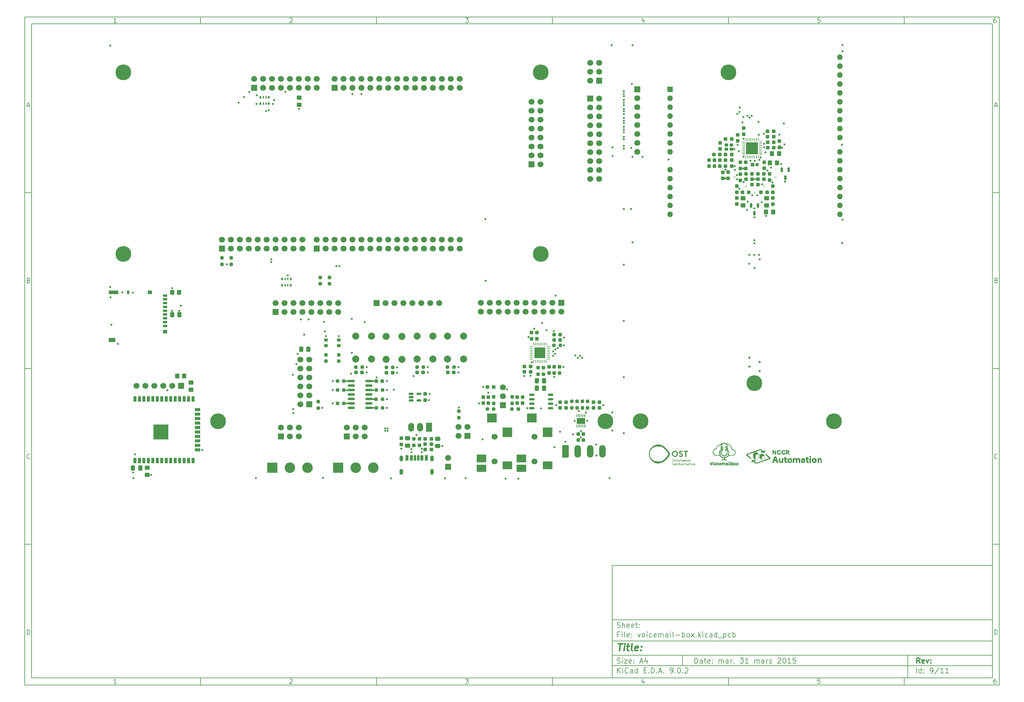
<source format=gts>
%TF.GenerationSoftware,KiCad,Pcbnew,9.0.2*%
%TF.CreationDate,2025-05-30T11:40:45+02:00*%
%TF.ProjectId,voicemail-box,766f6963-656d-4616-996c-2d626f782e6b,rev?*%
%TF.SameCoordinates,PX5f5e100PY5f5e100*%
%TF.FileFunction,Soldermask,Top*%
%TF.FilePolarity,Negative*%
%FSLAX45Y45*%
G04 Gerber Fmt 4.5, Leading zero omitted, Abs format (unit mm)*
G04 Created by KiCad (PCBNEW 9.0.2) date 2025-05-30 11:40:45*
%MOMM*%
%LPD*%
G01*
G04 APERTURE LIST*
G04 Aperture macros list*
%AMRoundRect*
0 Rectangle with rounded corners*
0 $1 Rounding radius*
0 $2 $3 $4 $5 $6 $7 $8 $9 X,Y pos of 4 corners*
0 Add a 4 corners polygon primitive as box body*
4,1,4,$2,$3,$4,$5,$6,$7,$8,$9,$2,$3,0*
0 Add four circle primitives for the rounded corners*
1,1,$1+$1,$2,$3*
1,1,$1+$1,$4,$5*
1,1,$1+$1,$6,$7*
1,1,$1+$1,$8,$9*
0 Add four rect primitives between the rounded corners*
20,1,$1+$1,$2,$3,$4,$5,0*
20,1,$1+$1,$4,$5,$6,$7,0*
20,1,$1+$1,$6,$7,$8,$9,0*
20,1,$1+$1,$8,$9,$2,$3,0*%
G04 Aperture macros list end*
%ADD10C,0.100000*%
%ADD11C,0.150000*%
%ADD12C,0.300000*%
%ADD13C,0.400000*%
%ADD14R,0.228600X0.279400*%
%ADD15RoundRect,0.237500X-0.300000X-0.237500X0.300000X-0.237500X0.300000X0.237500X-0.300000X0.237500X0*%
%ADD16C,2.000000*%
%ADD17RoundRect,0.237500X0.237500X-0.250000X0.237500X0.250000X-0.237500X0.250000X-0.237500X-0.250000X0*%
%ADD18R,1.700000X1.700000*%
%ADD19C,1.700000*%
%ADD20R,1.000000X0.820000*%
%ADD21RoundRect,0.237500X-0.237500X0.250000X-0.237500X-0.250000X0.237500X-0.250000X0.237500X0.250000X0*%
%ADD22RoundRect,0.237500X-0.237500X0.300000X-0.237500X-0.300000X0.237500X-0.300000X0.237500X0.300000X0*%
%ADD23RoundRect,0.250000X-0.475000X0.337500X-0.475000X-0.337500X0.475000X-0.337500X0.475000X0.337500X0*%
%ADD24RoundRect,0.237500X0.300000X0.237500X-0.300000X0.237500X-0.300000X-0.237500X0.300000X-0.237500X0*%
%ADD25RoundRect,0.237500X0.237500X-0.300000X0.237500X0.300000X-0.237500X0.300000X-0.237500X-0.300000X0*%
%ADD26RoundRect,0.250000X-0.337500X-0.475000X0.337500X-0.475000X0.337500X0.475000X-0.337500X0.475000X0*%
%ADD27RoundRect,0.237500X-0.250000X-0.237500X0.250000X-0.237500X0.250000X0.237500X-0.250000X0.237500X0*%
%ADD28R,3.000000X3.000000*%
%ADD29C,3.000000*%
%ADD30RoundRect,0.237500X0.250000X0.237500X-0.250000X0.237500X-0.250000X-0.237500X0.250000X-0.237500X0*%
%ADD31RoundRect,0.237500X-0.287500X-0.237500X0.287500X-0.237500X0.287500X0.237500X-0.287500X0.237500X0*%
%ADD32R,2.800000X2.200000*%
%ADD33R,2.800000X2.000000*%
%ADD34R,2.800000X2.800000*%
%ADD35R,2.800000X2.600000*%
%ADD36R,0.500000X0.800000*%
%ADD37R,0.400000X0.800000*%
%ADD38RoundRect,0.250000X-0.450000X0.350000X-0.450000X-0.350000X0.450000X-0.350000X0.450000X0.350000X0*%
%ADD39RoundRect,0.250000X-0.350000X-0.450000X0.350000X-0.450000X0.350000X0.450000X-0.350000X0.450000X0*%
%ADD40RoundRect,0.250000X0.350000X0.450000X-0.350000X0.450000X-0.350000X-0.450000X0.350000X-0.450000X0*%
%ADD41RoundRect,0.150000X-0.150000X0.512500X-0.150000X-0.512500X0.150000X-0.512500X0.150000X0.512500X0*%
%ADD42RoundRect,0.062500X-0.062500X0.375000X-0.062500X-0.375000X0.062500X-0.375000X0.062500X0.375000X0*%
%ADD43RoundRect,0.062500X-0.375000X0.062500X-0.375000X-0.062500X0.375000X-0.062500X0.375000X0.062500X0*%
%ADD44R,3.100000X3.100000*%
%ADD45RoundRect,0.102000X-0.373000X-0.323000X0.373000X-0.323000X0.373000X0.323000X-0.373000X0.323000X0*%
%ADD46RoundRect,0.175000X-0.175000X-0.625000X0.175000X-0.625000X0.175000X0.625000X-0.175000X0.625000X0*%
%ADD47RoundRect,0.200000X-0.200000X-0.600000X0.200000X-0.600000X0.200000X0.600000X-0.200000X0.600000X0*%
%ADD48RoundRect,0.225000X-0.225000X-0.575000X0.225000X-0.575000X0.225000X0.575000X-0.225000X0.575000X0*%
%ADD49O,1.000000X1.700000*%
%ADD50RoundRect,0.250000X0.450000X-0.350000X0.450000X0.350000X-0.450000X0.350000X-0.450000X-0.350000X0*%
%ADD51RoundRect,0.150000X-0.825000X-0.150000X0.825000X-0.150000X0.825000X0.150000X-0.825000X0.150000X0*%
%ADD52R,1.700000X2.500000*%
%ADD53O,1.700000X2.500000*%
%ADD54RoundRect,0.250000X-0.650000X-1.550000X0.650000X-1.550000X0.650000X1.550000X-0.650000X1.550000X0*%
%ADD55O,1.800000X3.600000*%
%ADD56RoundRect,0.150000X-0.512500X-0.150000X0.512500X-0.150000X0.512500X0.150000X-0.512500X0.150000X0*%
%ADD57R,0.900000X1.500000*%
%ADD58R,1.500000X0.900000*%
%ADD59C,0.600000*%
%ADD60R,4.200000X4.200000*%
%ADD61R,0.279400X0.228600*%
%ADD62RoundRect,0.237500X0.287500X0.237500X-0.287500X0.237500X-0.287500X-0.237500X0.287500X-0.237500X0*%
%ADD63RoundRect,0.062500X-0.375000X-0.062500X0.375000X-0.062500X0.375000X0.062500X-0.375000X0.062500X0*%
%ADD64RoundRect,0.062500X-0.062500X-0.375000X0.062500X-0.375000X0.062500X0.375000X-0.062500X0.375000X0*%
%ADD65R,3.500000X3.500000*%
%ADD66R,1.200000X0.700000*%
%ADD67R,0.800000X1.000000*%
%ADD68R,1.200000X1.000000*%
%ADD69R,2.800000X1.000000*%
%ADD70R,1.900000X1.300000*%
%ADD71RoundRect,0.250000X0.337500X0.475000X-0.337500X0.475000X-0.337500X-0.475000X0.337500X-0.475000X0*%
%ADD72R,1.000000X1.000000*%
%ADD73C,1.000000*%
%ADD74RoundRect,0.150000X-0.625000X-0.150000X0.625000X-0.150000X0.625000X0.150000X-0.625000X0.150000X0*%
%ADD75RoundRect,0.050000X-0.050000X0.337500X-0.050000X-0.337500X0.050000X-0.337500X0.050000X0.337500X0*%
%ADD76R,2.350000X1.780000*%
%ADD77R,1.600000X1.600000*%
%ADD78O,1.600000X1.600000*%
%ADD79C,4.500000*%
G04 APERTURE END LIST*
D10*
D11*
X7700220Y-6600720D02*
X18500220Y-6600720D01*
X18500220Y-9800720D01*
X7700220Y-9800720D01*
X7700220Y-6600720D01*
D10*
D11*
X-9000000Y9000000D02*
X18700220Y9000000D01*
X18700220Y-10000720D01*
X-9000000Y-10000720D01*
X-9000000Y9000000D01*
D10*
D11*
X-8800000Y8800000D02*
X18500220Y8800000D01*
X18500220Y-9800720D01*
X-8800000Y-9800720D01*
X-8800000Y8800000D01*
D10*
D11*
X-4000000Y8800000D02*
X-4000000Y9000000D01*
D10*
D11*
X1000000Y8800000D02*
X1000000Y9000000D01*
D10*
D11*
X6000000Y8800000D02*
X6000000Y9000000D01*
D10*
D11*
X11000000Y8800000D02*
X11000000Y9000000D01*
D10*
D11*
X16000000Y8800000D02*
X16000000Y9000000D01*
D10*
D11*
X-6391084Y8840640D02*
X-6465370Y8840640D01*
X-6428227Y8840640D02*
X-6428227Y8970640D01*
X-6428227Y8970640D02*
X-6440608Y8952068D01*
X-6440608Y8952068D02*
X-6452989Y8939687D01*
X-6452989Y8939687D02*
X-6465370Y8933497D01*
D10*
D11*
X-1465370Y8958259D02*
X-1459179Y8964449D01*
X-1459179Y8964449D02*
X-1446798Y8970640D01*
X-1446798Y8970640D02*
X-1415846Y8970640D01*
X-1415846Y8970640D02*
X-1403465Y8964449D01*
X-1403465Y8964449D02*
X-1397275Y8958259D01*
X-1397275Y8958259D02*
X-1391084Y8945878D01*
X-1391084Y8945878D02*
X-1391084Y8933497D01*
X-1391084Y8933497D02*
X-1397275Y8914925D01*
X-1397275Y8914925D02*
X-1471560Y8840640D01*
X-1471560Y8840640D02*
X-1391084Y8840640D01*
D10*
D11*
X3528440Y8970640D02*
X3608916Y8970640D01*
X3608916Y8970640D02*
X3565583Y8921116D01*
X3565583Y8921116D02*
X3584154Y8921116D01*
X3584154Y8921116D02*
X3596535Y8914925D01*
X3596535Y8914925D02*
X3602725Y8908735D01*
X3602725Y8908735D02*
X3608916Y8896354D01*
X3608916Y8896354D02*
X3608916Y8865402D01*
X3608916Y8865402D02*
X3602725Y8853021D01*
X3602725Y8853021D02*
X3596535Y8846830D01*
X3596535Y8846830D02*
X3584154Y8840640D01*
X3584154Y8840640D02*
X3547011Y8840640D01*
X3547011Y8840640D02*
X3534630Y8846830D01*
X3534630Y8846830D02*
X3528440Y8853021D01*
D10*
D11*
X8596535Y8927306D02*
X8596535Y8840640D01*
X8565583Y8976830D02*
X8534630Y8883973D01*
X8534630Y8883973D02*
X8615106Y8883973D01*
D10*
D11*
X13602725Y8970640D02*
X13540821Y8970640D01*
X13540821Y8970640D02*
X13534630Y8908735D01*
X13534630Y8908735D02*
X13540821Y8914925D01*
X13540821Y8914925D02*
X13553202Y8921116D01*
X13553202Y8921116D02*
X13584154Y8921116D01*
X13584154Y8921116D02*
X13596535Y8914925D01*
X13596535Y8914925D02*
X13602725Y8908735D01*
X13602725Y8908735D02*
X13608916Y8896354D01*
X13608916Y8896354D02*
X13608916Y8865402D01*
X13608916Y8865402D02*
X13602725Y8853021D01*
X13602725Y8853021D02*
X13596535Y8846830D01*
X13596535Y8846830D02*
X13584154Y8840640D01*
X13584154Y8840640D02*
X13553202Y8840640D01*
X13553202Y8840640D02*
X13540821Y8846830D01*
X13540821Y8846830D02*
X13534630Y8853021D01*
D10*
D11*
X18596535Y8970640D02*
X18571773Y8970640D01*
X18571773Y8970640D02*
X18559392Y8964449D01*
X18559392Y8964449D02*
X18553202Y8958259D01*
X18553202Y8958259D02*
X18540821Y8939687D01*
X18540821Y8939687D02*
X18534630Y8914925D01*
X18534630Y8914925D02*
X18534630Y8865402D01*
X18534630Y8865402D02*
X18540821Y8853021D01*
X18540821Y8853021D02*
X18547011Y8846830D01*
X18547011Y8846830D02*
X18559392Y8840640D01*
X18559392Y8840640D02*
X18584154Y8840640D01*
X18584154Y8840640D02*
X18596535Y8846830D01*
X18596535Y8846830D02*
X18602726Y8853021D01*
X18602726Y8853021D02*
X18608916Y8865402D01*
X18608916Y8865402D02*
X18608916Y8896354D01*
X18608916Y8896354D02*
X18602726Y8908735D01*
X18602726Y8908735D02*
X18596535Y8914925D01*
X18596535Y8914925D02*
X18584154Y8921116D01*
X18584154Y8921116D02*
X18559392Y8921116D01*
X18559392Y8921116D02*
X18547011Y8914925D01*
X18547011Y8914925D02*
X18540821Y8908735D01*
X18540821Y8908735D02*
X18534630Y8896354D01*
D10*
D11*
X-4000000Y-9800720D02*
X-4000000Y-10000720D01*
D10*
D11*
X1000000Y-9800720D02*
X1000000Y-10000720D01*
D10*
D11*
X6000000Y-9800720D02*
X6000000Y-10000720D01*
D10*
D11*
X11000000Y-9800720D02*
X11000000Y-10000720D01*
D10*
D11*
X16000000Y-9800720D02*
X16000000Y-10000720D01*
D10*
D11*
X-6391084Y-9960080D02*
X-6465370Y-9960080D01*
X-6428227Y-9960080D02*
X-6428227Y-9830080D01*
X-6428227Y-9830080D02*
X-6440608Y-9848652D01*
X-6440608Y-9848652D02*
X-6452989Y-9861033D01*
X-6452989Y-9861033D02*
X-6465370Y-9867223D01*
D10*
D11*
X-1465370Y-9842461D02*
X-1459179Y-9836271D01*
X-1459179Y-9836271D02*
X-1446798Y-9830080D01*
X-1446798Y-9830080D02*
X-1415846Y-9830080D01*
X-1415846Y-9830080D02*
X-1403465Y-9836271D01*
X-1403465Y-9836271D02*
X-1397275Y-9842461D01*
X-1397275Y-9842461D02*
X-1391084Y-9854842D01*
X-1391084Y-9854842D02*
X-1391084Y-9867223D01*
X-1391084Y-9867223D02*
X-1397275Y-9885795D01*
X-1397275Y-9885795D02*
X-1471560Y-9960080D01*
X-1471560Y-9960080D02*
X-1391084Y-9960080D01*
D10*
D11*
X3528440Y-9830080D02*
X3608916Y-9830080D01*
X3608916Y-9830080D02*
X3565583Y-9879604D01*
X3565583Y-9879604D02*
X3584154Y-9879604D01*
X3584154Y-9879604D02*
X3596535Y-9885795D01*
X3596535Y-9885795D02*
X3602725Y-9891985D01*
X3602725Y-9891985D02*
X3608916Y-9904366D01*
X3608916Y-9904366D02*
X3608916Y-9935319D01*
X3608916Y-9935319D02*
X3602725Y-9947700D01*
X3602725Y-9947700D02*
X3596535Y-9953890D01*
X3596535Y-9953890D02*
X3584154Y-9960080D01*
X3584154Y-9960080D02*
X3547011Y-9960080D01*
X3547011Y-9960080D02*
X3534630Y-9953890D01*
X3534630Y-9953890D02*
X3528440Y-9947700D01*
D10*
D11*
X8596535Y-9873414D02*
X8596535Y-9960080D01*
X8565583Y-9823890D02*
X8534630Y-9916747D01*
X8534630Y-9916747D02*
X8615106Y-9916747D01*
D10*
D11*
X13602725Y-9830080D02*
X13540821Y-9830080D01*
X13540821Y-9830080D02*
X13534630Y-9891985D01*
X13534630Y-9891985D02*
X13540821Y-9885795D01*
X13540821Y-9885795D02*
X13553202Y-9879604D01*
X13553202Y-9879604D02*
X13584154Y-9879604D01*
X13584154Y-9879604D02*
X13596535Y-9885795D01*
X13596535Y-9885795D02*
X13602725Y-9891985D01*
X13602725Y-9891985D02*
X13608916Y-9904366D01*
X13608916Y-9904366D02*
X13608916Y-9935319D01*
X13608916Y-9935319D02*
X13602725Y-9947700D01*
X13602725Y-9947700D02*
X13596535Y-9953890D01*
X13596535Y-9953890D02*
X13584154Y-9960080D01*
X13584154Y-9960080D02*
X13553202Y-9960080D01*
X13553202Y-9960080D02*
X13540821Y-9953890D01*
X13540821Y-9953890D02*
X13534630Y-9947700D01*
D10*
D11*
X18596535Y-9830080D02*
X18571773Y-9830080D01*
X18571773Y-9830080D02*
X18559392Y-9836271D01*
X18559392Y-9836271D02*
X18553202Y-9842461D01*
X18553202Y-9842461D02*
X18540821Y-9861033D01*
X18540821Y-9861033D02*
X18534630Y-9885795D01*
X18534630Y-9885795D02*
X18534630Y-9935319D01*
X18534630Y-9935319D02*
X18540821Y-9947700D01*
X18540821Y-9947700D02*
X18547011Y-9953890D01*
X18547011Y-9953890D02*
X18559392Y-9960080D01*
X18559392Y-9960080D02*
X18584154Y-9960080D01*
X18584154Y-9960080D02*
X18596535Y-9953890D01*
X18596535Y-9953890D02*
X18602726Y-9947700D01*
X18602726Y-9947700D02*
X18608916Y-9935319D01*
X18608916Y-9935319D02*
X18608916Y-9904366D01*
X18608916Y-9904366D02*
X18602726Y-9891985D01*
X18602726Y-9891985D02*
X18596535Y-9885795D01*
X18596535Y-9885795D02*
X18584154Y-9879604D01*
X18584154Y-9879604D02*
X18559392Y-9879604D01*
X18559392Y-9879604D02*
X18547011Y-9885795D01*
X18547011Y-9885795D02*
X18540821Y-9891985D01*
X18540821Y-9891985D02*
X18534630Y-9904366D01*
D10*
D11*
X-9000000Y4000000D02*
X-8800000Y4000000D01*
D10*
D11*
X-9000000Y-1000000D02*
X-8800000Y-1000000D01*
D10*
D11*
X-9000000Y-6000000D02*
X-8800000Y-6000000D01*
D10*
D11*
X-8930952Y6477782D02*
X-8869048Y6477782D01*
X-8943333Y6440640D02*
X-8900000Y6570640D01*
X-8900000Y6570640D02*
X-8856667Y6440640D01*
D10*
D11*
X-8890714Y1508735D02*
X-8872143Y1502544D01*
X-8872143Y1502544D02*
X-8865952Y1496354D01*
X-8865952Y1496354D02*
X-8859762Y1483973D01*
X-8859762Y1483973D02*
X-8859762Y1465401D01*
X-8859762Y1465401D02*
X-8865952Y1453020D01*
X-8865952Y1453020D02*
X-8872143Y1446830D01*
X-8872143Y1446830D02*
X-8884524Y1440640D01*
X-8884524Y1440640D02*
X-8934048Y1440640D01*
X-8934048Y1440640D02*
X-8934048Y1570640D01*
X-8934048Y1570640D02*
X-8890714Y1570640D01*
X-8890714Y1570640D02*
X-8878333Y1564449D01*
X-8878333Y1564449D02*
X-8872143Y1558259D01*
X-8872143Y1558259D02*
X-8865952Y1545878D01*
X-8865952Y1545878D02*
X-8865952Y1533497D01*
X-8865952Y1533497D02*
X-8872143Y1521116D01*
X-8872143Y1521116D02*
X-8878333Y1514925D01*
X-8878333Y1514925D02*
X-8890714Y1508735D01*
X-8890714Y1508735D02*
X-8934048Y1508735D01*
D10*
D11*
X-8859762Y-3546979D02*
X-8865952Y-3553170D01*
X-8865952Y-3553170D02*
X-8884524Y-3559360D01*
X-8884524Y-3559360D02*
X-8896905Y-3559360D01*
X-8896905Y-3559360D02*
X-8915476Y-3553170D01*
X-8915476Y-3553170D02*
X-8927857Y-3540789D01*
X-8927857Y-3540789D02*
X-8934048Y-3528408D01*
X-8934048Y-3528408D02*
X-8940238Y-3503646D01*
X-8940238Y-3503646D02*
X-8940238Y-3485075D01*
X-8940238Y-3485075D02*
X-8934048Y-3460313D01*
X-8934048Y-3460313D02*
X-8927857Y-3447932D01*
X-8927857Y-3447932D02*
X-8915476Y-3435551D01*
X-8915476Y-3435551D02*
X-8896905Y-3429360D01*
X-8896905Y-3429360D02*
X-8884524Y-3429360D01*
X-8884524Y-3429360D02*
X-8865952Y-3435551D01*
X-8865952Y-3435551D02*
X-8859762Y-3441741D01*
D10*
D11*
X-8934048Y-8559360D02*
X-8934048Y-8429360D01*
X-8934048Y-8429360D02*
X-8903095Y-8429360D01*
X-8903095Y-8429360D02*
X-8884524Y-8435551D01*
X-8884524Y-8435551D02*
X-8872143Y-8447932D01*
X-8872143Y-8447932D02*
X-8865952Y-8460313D01*
X-8865952Y-8460313D02*
X-8859762Y-8485075D01*
X-8859762Y-8485075D02*
X-8859762Y-8503646D01*
X-8859762Y-8503646D02*
X-8865952Y-8528408D01*
X-8865952Y-8528408D02*
X-8872143Y-8540789D01*
X-8872143Y-8540789D02*
X-8884524Y-8553170D01*
X-8884524Y-8553170D02*
X-8903095Y-8559360D01*
X-8903095Y-8559360D02*
X-8934048Y-8559360D01*
D10*
D11*
X18700220Y4000000D02*
X18500220Y4000000D01*
D10*
D11*
X18700220Y-1000000D02*
X18500220Y-1000000D01*
D10*
D11*
X18700220Y-6000000D02*
X18500220Y-6000000D01*
D10*
D11*
X18569268Y6477782D02*
X18631172Y6477782D01*
X18556887Y6440640D02*
X18600220Y6570640D01*
X18600220Y6570640D02*
X18643553Y6440640D01*
D10*
D11*
X18609506Y1508735D02*
X18628077Y1502544D01*
X18628077Y1502544D02*
X18634268Y1496354D01*
X18634268Y1496354D02*
X18640458Y1483973D01*
X18640458Y1483973D02*
X18640458Y1465401D01*
X18640458Y1465401D02*
X18634268Y1453020D01*
X18634268Y1453020D02*
X18628077Y1446830D01*
X18628077Y1446830D02*
X18615696Y1440640D01*
X18615696Y1440640D02*
X18566172Y1440640D01*
X18566172Y1440640D02*
X18566172Y1570640D01*
X18566172Y1570640D02*
X18609506Y1570640D01*
X18609506Y1570640D02*
X18621887Y1564449D01*
X18621887Y1564449D02*
X18628077Y1558259D01*
X18628077Y1558259D02*
X18634268Y1545878D01*
X18634268Y1545878D02*
X18634268Y1533497D01*
X18634268Y1533497D02*
X18628077Y1521116D01*
X18628077Y1521116D02*
X18621887Y1514925D01*
X18621887Y1514925D02*
X18609506Y1508735D01*
X18609506Y1508735D02*
X18566172Y1508735D01*
D10*
D11*
X18640458Y-3546979D02*
X18634268Y-3553170D01*
X18634268Y-3553170D02*
X18615696Y-3559360D01*
X18615696Y-3559360D02*
X18603315Y-3559360D01*
X18603315Y-3559360D02*
X18584744Y-3553170D01*
X18584744Y-3553170D02*
X18572363Y-3540789D01*
X18572363Y-3540789D02*
X18566172Y-3528408D01*
X18566172Y-3528408D02*
X18559982Y-3503646D01*
X18559982Y-3503646D02*
X18559982Y-3485075D01*
X18559982Y-3485075D02*
X18566172Y-3460313D01*
X18566172Y-3460313D02*
X18572363Y-3447932D01*
X18572363Y-3447932D02*
X18584744Y-3435551D01*
X18584744Y-3435551D02*
X18603315Y-3429360D01*
X18603315Y-3429360D02*
X18615696Y-3429360D01*
X18615696Y-3429360D02*
X18634268Y-3435551D01*
X18634268Y-3435551D02*
X18640458Y-3441741D01*
D10*
D11*
X18566172Y-8559360D02*
X18566172Y-8429360D01*
X18566172Y-8429360D02*
X18597125Y-8429360D01*
X18597125Y-8429360D02*
X18615696Y-8435551D01*
X18615696Y-8435551D02*
X18628077Y-8447932D01*
X18628077Y-8447932D02*
X18634268Y-8460313D01*
X18634268Y-8460313D02*
X18640458Y-8485075D01*
X18640458Y-8485075D02*
X18640458Y-8503646D01*
X18640458Y-8503646D02*
X18634268Y-8528408D01*
X18634268Y-8528408D02*
X18628077Y-8540789D01*
X18628077Y-8540789D02*
X18615696Y-8553170D01*
X18615696Y-8553170D02*
X18597125Y-8559360D01*
X18597125Y-8559360D02*
X18566172Y-8559360D01*
D10*
D11*
X10045803Y-9379333D02*
X10045803Y-9229333D01*
X10045803Y-9229333D02*
X10081517Y-9229333D01*
X10081517Y-9229333D02*
X10102946Y-9236476D01*
X10102946Y-9236476D02*
X10117231Y-9250761D01*
X10117231Y-9250761D02*
X10124374Y-9265047D01*
X10124374Y-9265047D02*
X10131517Y-9293619D01*
X10131517Y-9293619D02*
X10131517Y-9315047D01*
X10131517Y-9315047D02*
X10124374Y-9343619D01*
X10124374Y-9343619D02*
X10117231Y-9357904D01*
X10117231Y-9357904D02*
X10102946Y-9372190D01*
X10102946Y-9372190D02*
X10081517Y-9379333D01*
X10081517Y-9379333D02*
X10045803Y-9379333D01*
X10260088Y-9379333D02*
X10260088Y-9300761D01*
X10260088Y-9300761D02*
X10252946Y-9286476D01*
X10252946Y-9286476D02*
X10238660Y-9279333D01*
X10238660Y-9279333D02*
X10210088Y-9279333D01*
X10210088Y-9279333D02*
X10195803Y-9286476D01*
X10260088Y-9372190D02*
X10245803Y-9379333D01*
X10245803Y-9379333D02*
X10210088Y-9379333D01*
X10210088Y-9379333D02*
X10195803Y-9372190D01*
X10195803Y-9372190D02*
X10188660Y-9357904D01*
X10188660Y-9357904D02*
X10188660Y-9343619D01*
X10188660Y-9343619D02*
X10195803Y-9329333D01*
X10195803Y-9329333D02*
X10210088Y-9322190D01*
X10210088Y-9322190D02*
X10245803Y-9322190D01*
X10245803Y-9322190D02*
X10260088Y-9315047D01*
X10310088Y-9279333D02*
X10367231Y-9279333D01*
X10331517Y-9229333D02*
X10331517Y-9357904D01*
X10331517Y-9357904D02*
X10338660Y-9372190D01*
X10338660Y-9372190D02*
X10352946Y-9379333D01*
X10352946Y-9379333D02*
X10367231Y-9379333D01*
X10474374Y-9372190D02*
X10460088Y-9379333D01*
X10460088Y-9379333D02*
X10431517Y-9379333D01*
X10431517Y-9379333D02*
X10417231Y-9372190D01*
X10417231Y-9372190D02*
X10410088Y-9357904D01*
X10410088Y-9357904D02*
X10410088Y-9300761D01*
X10410088Y-9300761D02*
X10417231Y-9286476D01*
X10417231Y-9286476D02*
X10431517Y-9279333D01*
X10431517Y-9279333D02*
X10460088Y-9279333D01*
X10460088Y-9279333D02*
X10474374Y-9286476D01*
X10474374Y-9286476D02*
X10481517Y-9300761D01*
X10481517Y-9300761D02*
X10481517Y-9315047D01*
X10481517Y-9315047D02*
X10410088Y-9329333D01*
X10545803Y-9365047D02*
X10552946Y-9372190D01*
X10552946Y-9372190D02*
X10545803Y-9379333D01*
X10545803Y-9379333D02*
X10538660Y-9372190D01*
X10538660Y-9372190D02*
X10545803Y-9365047D01*
X10545803Y-9365047D02*
X10545803Y-9379333D01*
X10545803Y-9286476D02*
X10552946Y-9293619D01*
X10552946Y-9293619D02*
X10545803Y-9300761D01*
X10545803Y-9300761D02*
X10538660Y-9293619D01*
X10538660Y-9293619D02*
X10545803Y-9286476D01*
X10545803Y-9286476D02*
X10545803Y-9300761D01*
X10731517Y-9379333D02*
X10731517Y-9279333D01*
X10731517Y-9293619D02*
X10738660Y-9286476D01*
X10738660Y-9286476D02*
X10752946Y-9279333D01*
X10752946Y-9279333D02*
X10774374Y-9279333D01*
X10774374Y-9279333D02*
X10788660Y-9286476D01*
X10788660Y-9286476D02*
X10795803Y-9300761D01*
X10795803Y-9300761D02*
X10795803Y-9379333D01*
X10795803Y-9300761D02*
X10802946Y-9286476D01*
X10802946Y-9286476D02*
X10817231Y-9279333D01*
X10817231Y-9279333D02*
X10838660Y-9279333D01*
X10838660Y-9279333D02*
X10852946Y-9286476D01*
X10852946Y-9286476D02*
X10860088Y-9300761D01*
X10860088Y-9300761D02*
X10860088Y-9379333D01*
X10995803Y-9379333D02*
X10995803Y-9300761D01*
X10995803Y-9300761D02*
X10988660Y-9286476D01*
X10988660Y-9286476D02*
X10974374Y-9279333D01*
X10974374Y-9279333D02*
X10945803Y-9279333D01*
X10945803Y-9279333D02*
X10931517Y-9286476D01*
X10995803Y-9372190D02*
X10981517Y-9379333D01*
X10981517Y-9379333D02*
X10945803Y-9379333D01*
X10945803Y-9379333D02*
X10931517Y-9372190D01*
X10931517Y-9372190D02*
X10924374Y-9357904D01*
X10924374Y-9357904D02*
X10924374Y-9343619D01*
X10924374Y-9343619D02*
X10931517Y-9329333D01*
X10931517Y-9329333D02*
X10945803Y-9322190D01*
X10945803Y-9322190D02*
X10981517Y-9322190D01*
X10981517Y-9322190D02*
X10995803Y-9315047D01*
X11067231Y-9379333D02*
X11067231Y-9279333D01*
X11067231Y-9307904D02*
X11074374Y-9293619D01*
X11074374Y-9293619D02*
X11081517Y-9286476D01*
X11081517Y-9286476D02*
X11095803Y-9279333D01*
X11095803Y-9279333D02*
X11110088Y-9279333D01*
X11160088Y-9365047D02*
X11167231Y-9372190D01*
X11167231Y-9372190D02*
X11160088Y-9379333D01*
X11160088Y-9379333D02*
X11152946Y-9372190D01*
X11152946Y-9372190D02*
X11160088Y-9365047D01*
X11160088Y-9365047D02*
X11160088Y-9379333D01*
X11331517Y-9229333D02*
X11424374Y-9229333D01*
X11424374Y-9229333D02*
X11374374Y-9286476D01*
X11374374Y-9286476D02*
X11395803Y-9286476D01*
X11395803Y-9286476D02*
X11410088Y-9293619D01*
X11410088Y-9293619D02*
X11417231Y-9300761D01*
X11417231Y-9300761D02*
X11424374Y-9315047D01*
X11424374Y-9315047D02*
X11424374Y-9350761D01*
X11424374Y-9350761D02*
X11417231Y-9365047D01*
X11417231Y-9365047D02*
X11410088Y-9372190D01*
X11410088Y-9372190D02*
X11395803Y-9379333D01*
X11395803Y-9379333D02*
X11352945Y-9379333D01*
X11352945Y-9379333D02*
X11338660Y-9372190D01*
X11338660Y-9372190D02*
X11331517Y-9365047D01*
X11567231Y-9379333D02*
X11481517Y-9379333D01*
X11524374Y-9379333D02*
X11524374Y-9229333D01*
X11524374Y-9229333D02*
X11510088Y-9250761D01*
X11510088Y-9250761D02*
X11495803Y-9265047D01*
X11495803Y-9265047D02*
X11481517Y-9272190D01*
X11745802Y-9379333D02*
X11745802Y-9279333D01*
X11745802Y-9293619D02*
X11752945Y-9286476D01*
X11752945Y-9286476D02*
X11767231Y-9279333D01*
X11767231Y-9279333D02*
X11788660Y-9279333D01*
X11788660Y-9279333D02*
X11802945Y-9286476D01*
X11802945Y-9286476D02*
X11810088Y-9300761D01*
X11810088Y-9300761D02*
X11810088Y-9379333D01*
X11810088Y-9300761D02*
X11817231Y-9286476D01*
X11817231Y-9286476D02*
X11831517Y-9279333D01*
X11831517Y-9279333D02*
X11852945Y-9279333D01*
X11852945Y-9279333D02*
X11867231Y-9286476D01*
X11867231Y-9286476D02*
X11874374Y-9300761D01*
X11874374Y-9300761D02*
X11874374Y-9379333D01*
X12010088Y-9379333D02*
X12010088Y-9300761D01*
X12010088Y-9300761D02*
X12002945Y-9286476D01*
X12002945Y-9286476D02*
X11988660Y-9279333D01*
X11988660Y-9279333D02*
X11960088Y-9279333D01*
X11960088Y-9279333D02*
X11945802Y-9286476D01*
X12010088Y-9372190D02*
X11995802Y-9379333D01*
X11995802Y-9379333D02*
X11960088Y-9379333D01*
X11960088Y-9379333D02*
X11945802Y-9372190D01*
X11945802Y-9372190D02*
X11938660Y-9357904D01*
X11938660Y-9357904D02*
X11938660Y-9343619D01*
X11938660Y-9343619D02*
X11945802Y-9329333D01*
X11945802Y-9329333D02*
X11960088Y-9322190D01*
X11960088Y-9322190D02*
X11995802Y-9322190D01*
X11995802Y-9322190D02*
X12010088Y-9315047D01*
X12081517Y-9379333D02*
X12081517Y-9279333D01*
X12081517Y-9307904D02*
X12088660Y-9293619D01*
X12088660Y-9293619D02*
X12095803Y-9286476D01*
X12095803Y-9286476D02*
X12110088Y-9279333D01*
X12110088Y-9279333D02*
X12124374Y-9279333D01*
X12167231Y-9372190D02*
X12181517Y-9379333D01*
X12181517Y-9379333D02*
X12210088Y-9379333D01*
X12210088Y-9379333D02*
X12224374Y-9372190D01*
X12224374Y-9372190D02*
X12231517Y-9357904D01*
X12231517Y-9357904D02*
X12231517Y-9350761D01*
X12231517Y-9350761D02*
X12224374Y-9336476D01*
X12224374Y-9336476D02*
X12210088Y-9329333D01*
X12210088Y-9329333D02*
X12188660Y-9329333D01*
X12188660Y-9329333D02*
X12174374Y-9322190D01*
X12174374Y-9322190D02*
X12167231Y-9307904D01*
X12167231Y-9307904D02*
X12167231Y-9300761D01*
X12167231Y-9300761D02*
X12174374Y-9286476D01*
X12174374Y-9286476D02*
X12188660Y-9279333D01*
X12188660Y-9279333D02*
X12210088Y-9279333D01*
X12210088Y-9279333D02*
X12224374Y-9286476D01*
X12402945Y-9243619D02*
X12410088Y-9236476D01*
X12410088Y-9236476D02*
X12424374Y-9229333D01*
X12424374Y-9229333D02*
X12460088Y-9229333D01*
X12460088Y-9229333D02*
X12474374Y-9236476D01*
X12474374Y-9236476D02*
X12481517Y-9243619D01*
X12481517Y-9243619D02*
X12488660Y-9257904D01*
X12488660Y-9257904D02*
X12488660Y-9272190D01*
X12488660Y-9272190D02*
X12481517Y-9293619D01*
X12481517Y-9293619D02*
X12395802Y-9379333D01*
X12395802Y-9379333D02*
X12488660Y-9379333D01*
X12581517Y-9229333D02*
X12595802Y-9229333D01*
X12595802Y-9229333D02*
X12610088Y-9236476D01*
X12610088Y-9236476D02*
X12617231Y-9243619D01*
X12617231Y-9243619D02*
X12624374Y-9257904D01*
X12624374Y-9257904D02*
X12631517Y-9286476D01*
X12631517Y-9286476D02*
X12631517Y-9322190D01*
X12631517Y-9322190D02*
X12624374Y-9350761D01*
X12624374Y-9350761D02*
X12617231Y-9365047D01*
X12617231Y-9365047D02*
X12610088Y-9372190D01*
X12610088Y-9372190D02*
X12595802Y-9379333D01*
X12595802Y-9379333D02*
X12581517Y-9379333D01*
X12581517Y-9379333D02*
X12567231Y-9372190D01*
X12567231Y-9372190D02*
X12560088Y-9365047D01*
X12560088Y-9365047D02*
X12552945Y-9350761D01*
X12552945Y-9350761D02*
X12545802Y-9322190D01*
X12545802Y-9322190D02*
X12545802Y-9286476D01*
X12545802Y-9286476D02*
X12552945Y-9257904D01*
X12552945Y-9257904D02*
X12560088Y-9243619D01*
X12560088Y-9243619D02*
X12567231Y-9236476D01*
X12567231Y-9236476D02*
X12581517Y-9229333D01*
X12774374Y-9379333D02*
X12688660Y-9379333D01*
X12731517Y-9379333D02*
X12731517Y-9229333D01*
X12731517Y-9229333D02*
X12717231Y-9250761D01*
X12717231Y-9250761D02*
X12702945Y-9265047D01*
X12702945Y-9265047D02*
X12688660Y-9272190D01*
X12910088Y-9229333D02*
X12838659Y-9229333D01*
X12838659Y-9229333D02*
X12831517Y-9300761D01*
X12831517Y-9300761D02*
X12838659Y-9293619D01*
X12838659Y-9293619D02*
X12852945Y-9286476D01*
X12852945Y-9286476D02*
X12888659Y-9286476D01*
X12888659Y-9286476D02*
X12902945Y-9293619D01*
X12902945Y-9293619D02*
X12910088Y-9300761D01*
X12910088Y-9300761D02*
X12917231Y-9315047D01*
X12917231Y-9315047D02*
X12917231Y-9350761D01*
X12917231Y-9350761D02*
X12910088Y-9365047D01*
X12910088Y-9365047D02*
X12902945Y-9372190D01*
X12902945Y-9372190D02*
X12888659Y-9379333D01*
X12888659Y-9379333D02*
X12852945Y-9379333D01*
X12852945Y-9379333D02*
X12838659Y-9372190D01*
X12838659Y-9372190D02*
X12831517Y-9365047D01*
D10*
D11*
X7700220Y-9450720D02*
X18500220Y-9450720D01*
D10*
D11*
X7845803Y-9659333D02*
X7845803Y-9509333D01*
X7931517Y-9659333D02*
X7867231Y-9573619D01*
X7931517Y-9509333D02*
X7845803Y-9595047D01*
X7995803Y-9659333D02*
X7995803Y-9559333D01*
X7995803Y-9509333D02*
X7988660Y-9516476D01*
X7988660Y-9516476D02*
X7995803Y-9523619D01*
X7995803Y-9523619D02*
X8002945Y-9516476D01*
X8002945Y-9516476D02*
X7995803Y-9509333D01*
X7995803Y-9509333D02*
X7995803Y-9523619D01*
X8152945Y-9645047D02*
X8145803Y-9652190D01*
X8145803Y-9652190D02*
X8124374Y-9659333D01*
X8124374Y-9659333D02*
X8110088Y-9659333D01*
X8110088Y-9659333D02*
X8088660Y-9652190D01*
X8088660Y-9652190D02*
X8074374Y-9637904D01*
X8074374Y-9637904D02*
X8067231Y-9623619D01*
X8067231Y-9623619D02*
X8060088Y-9595047D01*
X8060088Y-9595047D02*
X8060088Y-9573619D01*
X8060088Y-9573619D02*
X8067231Y-9545047D01*
X8067231Y-9545047D02*
X8074374Y-9530761D01*
X8074374Y-9530761D02*
X8088660Y-9516476D01*
X8088660Y-9516476D02*
X8110088Y-9509333D01*
X8110088Y-9509333D02*
X8124374Y-9509333D01*
X8124374Y-9509333D02*
X8145803Y-9516476D01*
X8145803Y-9516476D02*
X8152945Y-9523619D01*
X8281517Y-9659333D02*
X8281517Y-9580761D01*
X8281517Y-9580761D02*
X8274374Y-9566476D01*
X8274374Y-9566476D02*
X8260088Y-9559333D01*
X8260088Y-9559333D02*
X8231517Y-9559333D01*
X8231517Y-9559333D02*
X8217231Y-9566476D01*
X8281517Y-9652190D02*
X8267231Y-9659333D01*
X8267231Y-9659333D02*
X8231517Y-9659333D01*
X8231517Y-9659333D02*
X8217231Y-9652190D01*
X8217231Y-9652190D02*
X8210088Y-9637904D01*
X8210088Y-9637904D02*
X8210088Y-9623619D01*
X8210088Y-9623619D02*
X8217231Y-9609333D01*
X8217231Y-9609333D02*
X8231517Y-9602190D01*
X8231517Y-9602190D02*
X8267231Y-9602190D01*
X8267231Y-9602190D02*
X8281517Y-9595047D01*
X8417231Y-9659333D02*
X8417231Y-9509333D01*
X8417231Y-9652190D02*
X8402946Y-9659333D01*
X8402946Y-9659333D02*
X8374374Y-9659333D01*
X8374374Y-9659333D02*
X8360088Y-9652190D01*
X8360088Y-9652190D02*
X8352945Y-9645047D01*
X8352945Y-9645047D02*
X8345803Y-9630761D01*
X8345803Y-9630761D02*
X8345803Y-9587904D01*
X8345803Y-9587904D02*
X8352945Y-9573619D01*
X8352945Y-9573619D02*
X8360088Y-9566476D01*
X8360088Y-9566476D02*
X8374374Y-9559333D01*
X8374374Y-9559333D02*
X8402946Y-9559333D01*
X8402946Y-9559333D02*
X8417231Y-9566476D01*
X8602946Y-9580761D02*
X8652946Y-9580761D01*
X8674374Y-9659333D02*
X8602946Y-9659333D01*
X8602946Y-9659333D02*
X8602946Y-9509333D01*
X8602946Y-9509333D02*
X8674374Y-9509333D01*
X8738660Y-9645047D02*
X8745803Y-9652190D01*
X8745803Y-9652190D02*
X8738660Y-9659333D01*
X8738660Y-9659333D02*
X8731517Y-9652190D01*
X8731517Y-9652190D02*
X8738660Y-9645047D01*
X8738660Y-9645047D02*
X8738660Y-9659333D01*
X8810088Y-9659333D02*
X8810088Y-9509333D01*
X8810088Y-9509333D02*
X8845803Y-9509333D01*
X8845803Y-9509333D02*
X8867231Y-9516476D01*
X8867231Y-9516476D02*
X8881517Y-9530761D01*
X8881517Y-9530761D02*
X8888660Y-9545047D01*
X8888660Y-9545047D02*
X8895803Y-9573619D01*
X8895803Y-9573619D02*
X8895803Y-9595047D01*
X8895803Y-9595047D02*
X8888660Y-9623619D01*
X8888660Y-9623619D02*
X8881517Y-9637904D01*
X8881517Y-9637904D02*
X8867231Y-9652190D01*
X8867231Y-9652190D02*
X8845803Y-9659333D01*
X8845803Y-9659333D02*
X8810088Y-9659333D01*
X8960088Y-9645047D02*
X8967231Y-9652190D01*
X8967231Y-9652190D02*
X8960088Y-9659333D01*
X8960088Y-9659333D02*
X8952946Y-9652190D01*
X8952946Y-9652190D02*
X8960088Y-9645047D01*
X8960088Y-9645047D02*
X8960088Y-9659333D01*
X9024374Y-9616476D02*
X9095803Y-9616476D01*
X9010089Y-9659333D02*
X9060089Y-9509333D01*
X9060089Y-9509333D02*
X9110089Y-9659333D01*
X9160088Y-9645047D02*
X9167231Y-9652190D01*
X9167231Y-9652190D02*
X9160088Y-9659333D01*
X9160088Y-9659333D02*
X9152946Y-9652190D01*
X9152946Y-9652190D02*
X9160088Y-9645047D01*
X9160088Y-9645047D02*
X9160088Y-9659333D01*
X9352946Y-9659333D02*
X9381517Y-9659333D01*
X9381517Y-9659333D02*
X9395803Y-9652190D01*
X9395803Y-9652190D02*
X9402946Y-9645047D01*
X9402946Y-9645047D02*
X9417231Y-9623619D01*
X9417231Y-9623619D02*
X9424374Y-9595047D01*
X9424374Y-9595047D02*
X9424374Y-9537904D01*
X9424374Y-9537904D02*
X9417231Y-9523619D01*
X9417231Y-9523619D02*
X9410089Y-9516476D01*
X9410089Y-9516476D02*
X9395803Y-9509333D01*
X9395803Y-9509333D02*
X9367231Y-9509333D01*
X9367231Y-9509333D02*
X9352946Y-9516476D01*
X9352946Y-9516476D02*
X9345803Y-9523619D01*
X9345803Y-9523619D02*
X9338660Y-9537904D01*
X9338660Y-9537904D02*
X9338660Y-9573619D01*
X9338660Y-9573619D02*
X9345803Y-9587904D01*
X9345803Y-9587904D02*
X9352946Y-9595047D01*
X9352946Y-9595047D02*
X9367231Y-9602190D01*
X9367231Y-9602190D02*
X9395803Y-9602190D01*
X9395803Y-9602190D02*
X9410089Y-9595047D01*
X9410089Y-9595047D02*
X9417231Y-9587904D01*
X9417231Y-9587904D02*
X9424374Y-9573619D01*
X9488660Y-9645047D02*
X9495803Y-9652190D01*
X9495803Y-9652190D02*
X9488660Y-9659333D01*
X9488660Y-9659333D02*
X9481517Y-9652190D01*
X9481517Y-9652190D02*
X9488660Y-9645047D01*
X9488660Y-9645047D02*
X9488660Y-9659333D01*
X9588660Y-9509333D02*
X9602946Y-9509333D01*
X9602946Y-9509333D02*
X9617231Y-9516476D01*
X9617231Y-9516476D02*
X9624374Y-9523619D01*
X9624374Y-9523619D02*
X9631517Y-9537904D01*
X9631517Y-9537904D02*
X9638660Y-9566476D01*
X9638660Y-9566476D02*
X9638660Y-9602190D01*
X9638660Y-9602190D02*
X9631517Y-9630761D01*
X9631517Y-9630761D02*
X9624374Y-9645047D01*
X9624374Y-9645047D02*
X9617231Y-9652190D01*
X9617231Y-9652190D02*
X9602946Y-9659333D01*
X9602946Y-9659333D02*
X9588660Y-9659333D01*
X9588660Y-9659333D02*
X9574374Y-9652190D01*
X9574374Y-9652190D02*
X9567231Y-9645047D01*
X9567231Y-9645047D02*
X9560088Y-9630761D01*
X9560088Y-9630761D02*
X9552946Y-9602190D01*
X9552946Y-9602190D02*
X9552946Y-9566476D01*
X9552946Y-9566476D02*
X9560088Y-9537904D01*
X9560088Y-9537904D02*
X9567231Y-9523619D01*
X9567231Y-9523619D02*
X9574374Y-9516476D01*
X9574374Y-9516476D02*
X9588660Y-9509333D01*
X9702946Y-9645047D02*
X9710088Y-9652190D01*
X9710088Y-9652190D02*
X9702946Y-9659333D01*
X9702946Y-9659333D02*
X9695803Y-9652190D01*
X9695803Y-9652190D02*
X9702946Y-9645047D01*
X9702946Y-9645047D02*
X9702946Y-9659333D01*
X9767231Y-9523619D02*
X9774374Y-9516476D01*
X9774374Y-9516476D02*
X9788660Y-9509333D01*
X9788660Y-9509333D02*
X9824374Y-9509333D01*
X9824374Y-9509333D02*
X9838660Y-9516476D01*
X9838660Y-9516476D02*
X9845803Y-9523619D01*
X9845803Y-9523619D02*
X9852946Y-9537904D01*
X9852946Y-9537904D02*
X9852946Y-9552190D01*
X9852946Y-9552190D02*
X9845803Y-9573619D01*
X9845803Y-9573619D02*
X9760088Y-9659333D01*
X9760088Y-9659333D02*
X9852946Y-9659333D01*
D10*
D11*
X7700220Y-9150720D02*
X18500220Y-9150720D01*
D10*
D12*
X16441385Y-9378553D02*
X16391385Y-9307124D01*
X16355671Y-9378553D02*
X16355671Y-9228553D01*
X16355671Y-9228553D02*
X16412814Y-9228553D01*
X16412814Y-9228553D02*
X16427100Y-9235696D01*
X16427100Y-9235696D02*
X16434242Y-9242839D01*
X16434242Y-9242839D02*
X16441385Y-9257124D01*
X16441385Y-9257124D02*
X16441385Y-9278553D01*
X16441385Y-9278553D02*
X16434242Y-9292839D01*
X16434242Y-9292839D02*
X16427100Y-9299981D01*
X16427100Y-9299981D02*
X16412814Y-9307124D01*
X16412814Y-9307124D02*
X16355671Y-9307124D01*
X16562814Y-9371410D02*
X16548528Y-9378553D01*
X16548528Y-9378553D02*
X16519957Y-9378553D01*
X16519957Y-9378553D02*
X16505671Y-9371410D01*
X16505671Y-9371410D02*
X16498528Y-9357124D01*
X16498528Y-9357124D02*
X16498528Y-9299981D01*
X16498528Y-9299981D02*
X16505671Y-9285696D01*
X16505671Y-9285696D02*
X16519957Y-9278553D01*
X16519957Y-9278553D02*
X16548528Y-9278553D01*
X16548528Y-9278553D02*
X16562814Y-9285696D01*
X16562814Y-9285696D02*
X16569957Y-9299981D01*
X16569957Y-9299981D02*
X16569957Y-9314267D01*
X16569957Y-9314267D02*
X16498528Y-9328553D01*
X16619957Y-9278553D02*
X16655671Y-9378553D01*
X16655671Y-9378553D02*
X16691385Y-9278553D01*
X16748528Y-9364267D02*
X16755671Y-9371410D01*
X16755671Y-9371410D02*
X16748528Y-9378553D01*
X16748528Y-9378553D02*
X16741385Y-9371410D01*
X16741385Y-9371410D02*
X16748528Y-9364267D01*
X16748528Y-9364267D02*
X16748528Y-9378553D01*
X16748528Y-9285696D02*
X16755671Y-9292839D01*
X16755671Y-9292839D02*
X16748528Y-9299981D01*
X16748528Y-9299981D02*
X16741385Y-9292839D01*
X16741385Y-9292839D02*
X16748528Y-9285696D01*
X16748528Y-9285696D02*
X16748528Y-9299981D01*
D10*
D11*
X7838660Y-9372190D02*
X7860088Y-9379333D01*
X7860088Y-9379333D02*
X7895803Y-9379333D01*
X7895803Y-9379333D02*
X7910088Y-9372190D01*
X7910088Y-9372190D02*
X7917231Y-9365047D01*
X7917231Y-9365047D02*
X7924374Y-9350761D01*
X7924374Y-9350761D02*
X7924374Y-9336476D01*
X7924374Y-9336476D02*
X7917231Y-9322190D01*
X7917231Y-9322190D02*
X7910088Y-9315047D01*
X7910088Y-9315047D02*
X7895803Y-9307904D01*
X7895803Y-9307904D02*
X7867231Y-9300761D01*
X7867231Y-9300761D02*
X7852945Y-9293619D01*
X7852945Y-9293619D02*
X7845803Y-9286476D01*
X7845803Y-9286476D02*
X7838660Y-9272190D01*
X7838660Y-9272190D02*
X7838660Y-9257904D01*
X7838660Y-9257904D02*
X7845803Y-9243619D01*
X7845803Y-9243619D02*
X7852945Y-9236476D01*
X7852945Y-9236476D02*
X7867231Y-9229333D01*
X7867231Y-9229333D02*
X7902945Y-9229333D01*
X7902945Y-9229333D02*
X7924374Y-9236476D01*
X7988660Y-9379333D02*
X7988660Y-9279333D01*
X7988660Y-9229333D02*
X7981517Y-9236476D01*
X7981517Y-9236476D02*
X7988660Y-9243619D01*
X7988660Y-9243619D02*
X7995803Y-9236476D01*
X7995803Y-9236476D02*
X7988660Y-9229333D01*
X7988660Y-9229333D02*
X7988660Y-9243619D01*
X8045803Y-9279333D02*
X8124374Y-9279333D01*
X8124374Y-9279333D02*
X8045803Y-9379333D01*
X8045803Y-9379333D02*
X8124374Y-9379333D01*
X8238660Y-9372190D02*
X8224374Y-9379333D01*
X8224374Y-9379333D02*
X8195803Y-9379333D01*
X8195803Y-9379333D02*
X8181517Y-9372190D01*
X8181517Y-9372190D02*
X8174374Y-9357904D01*
X8174374Y-9357904D02*
X8174374Y-9300761D01*
X8174374Y-9300761D02*
X8181517Y-9286476D01*
X8181517Y-9286476D02*
X8195803Y-9279333D01*
X8195803Y-9279333D02*
X8224374Y-9279333D01*
X8224374Y-9279333D02*
X8238660Y-9286476D01*
X8238660Y-9286476D02*
X8245803Y-9300761D01*
X8245803Y-9300761D02*
X8245803Y-9315047D01*
X8245803Y-9315047D02*
X8174374Y-9329333D01*
X8310088Y-9365047D02*
X8317231Y-9372190D01*
X8317231Y-9372190D02*
X8310088Y-9379333D01*
X8310088Y-9379333D02*
X8302945Y-9372190D01*
X8302945Y-9372190D02*
X8310088Y-9365047D01*
X8310088Y-9365047D02*
X8310088Y-9379333D01*
X8310088Y-9286476D02*
X8317231Y-9293619D01*
X8317231Y-9293619D02*
X8310088Y-9300761D01*
X8310088Y-9300761D02*
X8302945Y-9293619D01*
X8302945Y-9293619D02*
X8310088Y-9286476D01*
X8310088Y-9286476D02*
X8310088Y-9300761D01*
X8488660Y-9336476D02*
X8560088Y-9336476D01*
X8474374Y-9379333D02*
X8524374Y-9229333D01*
X8524374Y-9229333D02*
X8574374Y-9379333D01*
X8688660Y-9279333D02*
X8688660Y-9379333D01*
X8652946Y-9222190D02*
X8617231Y-9329333D01*
X8617231Y-9329333D02*
X8710088Y-9329333D01*
D10*
D11*
X16345803Y-9659333D02*
X16345803Y-9509333D01*
X16481517Y-9659333D02*
X16481517Y-9509333D01*
X16481517Y-9652190D02*
X16467231Y-9659333D01*
X16467231Y-9659333D02*
X16438660Y-9659333D01*
X16438660Y-9659333D02*
X16424374Y-9652190D01*
X16424374Y-9652190D02*
X16417231Y-9645047D01*
X16417231Y-9645047D02*
X16410088Y-9630761D01*
X16410088Y-9630761D02*
X16410088Y-9587904D01*
X16410088Y-9587904D02*
X16417231Y-9573619D01*
X16417231Y-9573619D02*
X16424374Y-9566476D01*
X16424374Y-9566476D02*
X16438660Y-9559333D01*
X16438660Y-9559333D02*
X16467231Y-9559333D01*
X16467231Y-9559333D02*
X16481517Y-9566476D01*
X16552945Y-9645047D02*
X16560088Y-9652190D01*
X16560088Y-9652190D02*
X16552945Y-9659333D01*
X16552945Y-9659333D02*
X16545803Y-9652190D01*
X16545803Y-9652190D02*
X16552945Y-9645047D01*
X16552945Y-9645047D02*
X16552945Y-9659333D01*
X16552945Y-9566476D02*
X16560088Y-9573619D01*
X16560088Y-9573619D02*
X16552945Y-9580761D01*
X16552945Y-9580761D02*
X16545803Y-9573619D01*
X16545803Y-9573619D02*
X16552945Y-9566476D01*
X16552945Y-9566476D02*
X16552945Y-9580761D01*
X16745803Y-9659333D02*
X16774374Y-9659333D01*
X16774374Y-9659333D02*
X16788660Y-9652190D01*
X16788660Y-9652190D02*
X16795803Y-9645047D01*
X16795803Y-9645047D02*
X16810088Y-9623619D01*
X16810088Y-9623619D02*
X16817231Y-9595047D01*
X16817231Y-9595047D02*
X16817231Y-9537904D01*
X16817231Y-9537904D02*
X16810088Y-9523619D01*
X16810088Y-9523619D02*
X16802946Y-9516476D01*
X16802946Y-9516476D02*
X16788660Y-9509333D01*
X16788660Y-9509333D02*
X16760088Y-9509333D01*
X16760088Y-9509333D02*
X16745803Y-9516476D01*
X16745803Y-9516476D02*
X16738660Y-9523619D01*
X16738660Y-9523619D02*
X16731517Y-9537904D01*
X16731517Y-9537904D02*
X16731517Y-9573619D01*
X16731517Y-9573619D02*
X16738660Y-9587904D01*
X16738660Y-9587904D02*
X16745803Y-9595047D01*
X16745803Y-9595047D02*
X16760088Y-9602190D01*
X16760088Y-9602190D02*
X16788660Y-9602190D01*
X16788660Y-9602190D02*
X16802946Y-9595047D01*
X16802946Y-9595047D02*
X16810088Y-9587904D01*
X16810088Y-9587904D02*
X16817231Y-9573619D01*
X16988660Y-9502190D02*
X16860088Y-9695047D01*
X17117231Y-9659333D02*
X17031517Y-9659333D01*
X17074374Y-9659333D02*
X17074374Y-9509333D01*
X17074374Y-9509333D02*
X17060088Y-9530761D01*
X17060088Y-9530761D02*
X17045803Y-9545047D01*
X17045803Y-9545047D02*
X17031517Y-9552190D01*
X17260088Y-9659333D02*
X17174374Y-9659333D01*
X17217231Y-9659333D02*
X17217231Y-9509333D01*
X17217231Y-9509333D02*
X17202946Y-9530761D01*
X17202946Y-9530761D02*
X17188660Y-9545047D01*
X17188660Y-9545047D02*
X17174374Y-9552190D01*
D10*
D11*
X7700220Y-8750720D02*
X18500220Y-8750720D01*
D10*
D13*
X7869393Y-8821164D02*
X7983678Y-8821164D01*
X7901536Y-9021164D02*
X7926536Y-8821164D01*
X8025345Y-9021164D02*
X8042012Y-8887830D01*
X8050345Y-8821164D02*
X8039631Y-8830688D01*
X8039631Y-8830688D02*
X8047964Y-8840211D01*
X8047964Y-8840211D02*
X8058679Y-8830688D01*
X8058679Y-8830688D02*
X8050345Y-8821164D01*
X8050345Y-8821164D02*
X8047964Y-8840211D01*
X8108679Y-8887830D02*
X8184869Y-8887830D01*
X8145583Y-8821164D02*
X8124155Y-8992592D01*
X8124155Y-8992592D02*
X8131298Y-9011640D01*
X8131298Y-9011640D02*
X8149155Y-9021164D01*
X8149155Y-9021164D02*
X8168202Y-9021164D01*
X8263440Y-9021164D02*
X8245583Y-9011640D01*
X8245583Y-9011640D02*
X8238440Y-8992592D01*
X8238440Y-8992592D02*
X8259869Y-8821164D01*
X8417012Y-9011640D02*
X8396774Y-9021164D01*
X8396774Y-9021164D02*
X8358678Y-9021164D01*
X8358678Y-9021164D02*
X8340821Y-9011640D01*
X8340821Y-9011640D02*
X8333678Y-8992592D01*
X8333678Y-8992592D02*
X8343202Y-8916402D01*
X8343202Y-8916402D02*
X8355107Y-8897354D01*
X8355107Y-8897354D02*
X8375345Y-8887830D01*
X8375345Y-8887830D02*
X8413440Y-8887830D01*
X8413440Y-8887830D02*
X8431298Y-8897354D01*
X8431298Y-8897354D02*
X8438440Y-8916402D01*
X8438440Y-8916402D02*
X8436060Y-8935450D01*
X8436060Y-8935450D02*
X8338440Y-8954497D01*
X8513441Y-9002116D02*
X8521774Y-9011640D01*
X8521774Y-9011640D02*
X8511060Y-9021164D01*
X8511060Y-9021164D02*
X8502726Y-9011640D01*
X8502726Y-9011640D02*
X8513441Y-9002116D01*
X8513441Y-9002116D02*
X8511060Y-9021164D01*
X8526536Y-8897354D02*
X8534869Y-8906878D01*
X8534869Y-8906878D02*
X8524155Y-8916402D01*
X8524155Y-8916402D02*
X8515821Y-8906878D01*
X8515821Y-8906878D02*
X8526536Y-8897354D01*
X8526536Y-8897354D02*
X8524155Y-8916402D01*
D10*
D11*
X7895803Y-8560761D02*
X7845803Y-8560761D01*
X7845803Y-8639333D02*
X7845803Y-8489333D01*
X7845803Y-8489333D02*
X7917231Y-8489333D01*
X7974374Y-8639333D02*
X7974374Y-8539333D01*
X7974374Y-8489333D02*
X7967231Y-8496476D01*
X7967231Y-8496476D02*
X7974374Y-8503619D01*
X7974374Y-8503619D02*
X7981517Y-8496476D01*
X7981517Y-8496476D02*
X7974374Y-8489333D01*
X7974374Y-8489333D02*
X7974374Y-8503619D01*
X8067231Y-8639333D02*
X8052945Y-8632190D01*
X8052945Y-8632190D02*
X8045803Y-8617904D01*
X8045803Y-8617904D02*
X8045803Y-8489333D01*
X8181517Y-8632190D02*
X8167231Y-8639333D01*
X8167231Y-8639333D02*
X8138660Y-8639333D01*
X8138660Y-8639333D02*
X8124374Y-8632190D01*
X8124374Y-8632190D02*
X8117231Y-8617904D01*
X8117231Y-8617904D02*
X8117231Y-8560761D01*
X8117231Y-8560761D02*
X8124374Y-8546476D01*
X8124374Y-8546476D02*
X8138660Y-8539333D01*
X8138660Y-8539333D02*
X8167231Y-8539333D01*
X8167231Y-8539333D02*
X8181517Y-8546476D01*
X8181517Y-8546476D02*
X8188660Y-8560761D01*
X8188660Y-8560761D02*
X8188660Y-8575047D01*
X8188660Y-8575047D02*
X8117231Y-8589333D01*
X8252945Y-8625047D02*
X8260088Y-8632190D01*
X8260088Y-8632190D02*
X8252945Y-8639333D01*
X8252945Y-8639333D02*
X8245803Y-8632190D01*
X8245803Y-8632190D02*
X8252945Y-8625047D01*
X8252945Y-8625047D02*
X8252945Y-8639333D01*
X8252945Y-8546476D02*
X8260088Y-8553619D01*
X8260088Y-8553619D02*
X8252945Y-8560761D01*
X8252945Y-8560761D02*
X8245803Y-8553619D01*
X8245803Y-8553619D02*
X8252945Y-8546476D01*
X8252945Y-8546476D02*
X8252945Y-8560761D01*
X8424374Y-8539333D02*
X8460088Y-8639333D01*
X8460088Y-8639333D02*
X8495803Y-8539333D01*
X8574374Y-8639333D02*
X8560088Y-8632190D01*
X8560088Y-8632190D02*
X8552945Y-8625047D01*
X8552945Y-8625047D02*
X8545803Y-8610761D01*
X8545803Y-8610761D02*
X8545803Y-8567904D01*
X8545803Y-8567904D02*
X8552945Y-8553619D01*
X8552945Y-8553619D02*
X8560088Y-8546476D01*
X8560088Y-8546476D02*
X8574374Y-8539333D01*
X8574374Y-8539333D02*
X8595803Y-8539333D01*
X8595803Y-8539333D02*
X8610088Y-8546476D01*
X8610088Y-8546476D02*
X8617231Y-8553619D01*
X8617231Y-8553619D02*
X8624374Y-8567904D01*
X8624374Y-8567904D02*
X8624374Y-8610761D01*
X8624374Y-8610761D02*
X8617231Y-8625047D01*
X8617231Y-8625047D02*
X8610088Y-8632190D01*
X8610088Y-8632190D02*
X8595803Y-8639333D01*
X8595803Y-8639333D02*
X8574374Y-8639333D01*
X8688660Y-8639333D02*
X8688660Y-8539333D01*
X8688660Y-8489333D02*
X8681517Y-8496476D01*
X8681517Y-8496476D02*
X8688660Y-8503619D01*
X8688660Y-8503619D02*
X8695803Y-8496476D01*
X8695803Y-8496476D02*
X8688660Y-8489333D01*
X8688660Y-8489333D02*
X8688660Y-8503619D01*
X8824374Y-8632190D02*
X8810088Y-8639333D01*
X8810088Y-8639333D02*
X8781517Y-8639333D01*
X8781517Y-8639333D02*
X8767231Y-8632190D01*
X8767231Y-8632190D02*
X8760088Y-8625047D01*
X8760088Y-8625047D02*
X8752946Y-8610761D01*
X8752946Y-8610761D02*
X8752946Y-8567904D01*
X8752946Y-8567904D02*
X8760088Y-8553619D01*
X8760088Y-8553619D02*
X8767231Y-8546476D01*
X8767231Y-8546476D02*
X8781517Y-8539333D01*
X8781517Y-8539333D02*
X8810088Y-8539333D01*
X8810088Y-8539333D02*
X8824374Y-8546476D01*
X8945803Y-8632190D02*
X8931517Y-8639333D01*
X8931517Y-8639333D02*
X8902946Y-8639333D01*
X8902946Y-8639333D02*
X8888660Y-8632190D01*
X8888660Y-8632190D02*
X8881517Y-8617904D01*
X8881517Y-8617904D02*
X8881517Y-8560761D01*
X8881517Y-8560761D02*
X8888660Y-8546476D01*
X8888660Y-8546476D02*
X8902946Y-8539333D01*
X8902946Y-8539333D02*
X8931517Y-8539333D01*
X8931517Y-8539333D02*
X8945803Y-8546476D01*
X8945803Y-8546476D02*
X8952946Y-8560761D01*
X8952946Y-8560761D02*
X8952946Y-8575047D01*
X8952946Y-8575047D02*
X8881517Y-8589333D01*
X9017231Y-8639333D02*
X9017231Y-8539333D01*
X9017231Y-8553619D02*
X9024374Y-8546476D01*
X9024374Y-8546476D02*
X9038660Y-8539333D01*
X9038660Y-8539333D02*
X9060088Y-8539333D01*
X9060088Y-8539333D02*
X9074374Y-8546476D01*
X9074374Y-8546476D02*
X9081517Y-8560761D01*
X9081517Y-8560761D02*
X9081517Y-8639333D01*
X9081517Y-8560761D02*
X9088660Y-8546476D01*
X9088660Y-8546476D02*
X9102945Y-8539333D01*
X9102945Y-8539333D02*
X9124374Y-8539333D01*
X9124374Y-8539333D02*
X9138660Y-8546476D01*
X9138660Y-8546476D02*
X9145803Y-8560761D01*
X9145803Y-8560761D02*
X9145803Y-8639333D01*
X9281517Y-8639333D02*
X9281517Y-8560761D01*
X9281517Y-8560761D02*
X9274374Y-8546476D01*
X9274374Y-8546476D02*
X9260088Y-8539333D01*
X9260088Y-8539333D02*
X9231517Y-8539333D01*
X9231517Y-8539333D02*
X9217231Y-8546476D01*
X9281517Y-8632190D02*
X9267231Y-8639333D01*
X9267231Y-8639333D02*
X9231517Y-8639333D01*
X9231517Y-8639333D02*
X9217231Y-8632190D01*
X9217231Y-8632190D02*
X9210088Y-8617904D01*
X9210088Y-8617904D02*
X9210088Y-8603619D01*
X9210088Y-8603619D02*
X9217231Y-8589333D01*
X9217231Y-8589333D02*
X9231517Y-8582190D01*
X9231517Y-8582190D02*
X9267231Y-8582190D01*
X9267231Y-8582190D02*
X9281517Y-8575047D01*
X9352945Y-8639333D02*
X9352945Y-8539333D01*
X9352945Y-8489333D02*
X9345803Y-8496476D01*
X9345803Y-8496476D02*
X9352945Y-8503619D01*
X9352945Y-8503619D02*
X9360088Y-8496476D01*
X9360088Y-8496476D02*
X9352945Y-8489333D01*
X9352945Y-8489333D02*
X9352945Y-8503619D01*
X9445803Y-8639333D02*
X9431517Y-8632190D01*
X9431517Y-8632190D02*
X9424374Y-8617904D01*
X9424374Y-8617904D02*
X9424374Y-8489333D01*
X9502945Y-8582190D02*
X9617231Y-8582190D01*
X9688660Y-8639333D02*
X9688660Y-8489333D01*
X9688660Y-8546476D02*
X9702946Y-8539333D01*
X9702946Y-8539333D02*
X9731517Y-8539333D01*
X9731517Y-8539333D02*
X9745803Y-8546476D01*
X9745803Y-8546476D02*
X9752946Y-8553619D01*
X9752946Y-8553619D02*
X9760088Y-8567904D01*
X9760088Y-8567904D02*
X9760088Y-8610761D01*
X9760088Y-8610761D02*
X9752946Y-8625047D01*
X9752946Y-8625047D02*
X9745803Y-8632190D01*
X9745803Y-8632190D02*
X9731517Y-8639333D01*
X9731517Y-8639333D02*
X9702946Y-8639333D01*
X9702946Y-8639333D02*
X9688660Y-8632190D01*
X9845803Y-8639333D02*
X9831517Y-8632190D01*
X9831517Y-8632190D02*
X9824374Y-8625047D01*
X9824374Y-8625047D02*
X9817231Y-8610761D01*
X9817231Y-8610761D02*
X9817231Y-8567904D01*
X9817231Y-8567904D02*
X9824374Y-8553619D01*
X9824374Y-8553619D02*
X9831517Y-8546476D01*
X9831517Y-8546476D02*
X9845803Y-8539333D01*
X9845803Y-8539333D02*
X9867231Y-8539333D01*
X9867231Y-8539333D02*
X9881517Y-8546476D01*
X9881517Y-8546476D02*
X9888660Y-8553619D01*
X9888660Y-8553619D02*
X9895803Y-8567904D01*
X9895803Y-8567904D02*
X9895803Y-8610761D01*
X9895803Y-8610761D02*
X9888660Y-8625047D01*
X9888660Y-8625047D02*
X9881517Y-8632190D01*
X9881517Y-8632190D02*
X9867231Y-8639333D01*
X9867231Y-8639333D02*
X9845803Y-8639333D01*
X9945803Y-8639333D02*
X10024374Y-8539333D01*
X9945803Y-8539333D02*
X10024374Y-8639333D01*
X10081517Y-8625047D02*
X10088660Y-8632190D01*
X10088660Y-8632190D02*
X10081517Y-8639333D01*
X10081517Y-8639333D02*
X10074374Y-8632190D01*
X10074374Y-8632190D02*
X10081517Y-8625047D01*
X10081517Y-8625047D02*
X10081517Y-8639333D01*
X10152946Y-8639333D02*
X10152946Y-8489333D01*
X10167231Y-8582190D02*
X10210088Y-8639333D01*
X10210088Y-8539333D02*
X10152946Y-8596476D01*
X10274374Y-8639333D02*
X10274374Y-8539333D01*
X10274374Y-8489333D02*
X10267231Y-8496476D01*
X10267231Y-8496476D02*
X10274374Y-8503619D01*
X10274374Y-8503619D02*
X10281517Y-8496476D01*
X10281517Y-8496476D02*
X10274374Y-8489333D01*
X10274374Y-8489333D02*
X10274374Y-8503619D01*
X10410089Y-8632190D02*
X10395803Y-8639333D01*
X10395803Y-8639333D02*
X10367231Y-8639333D01*
X10367231Y-8639333D02*
X10352946Y-8632190D01*
X10352946Y-8632190D02*
X10345803Y-8625047D01*
X10345803Y-8625047D02*
X10338660Y-8610761D01*
X10338660Y-8610761D02*
X10338660Y-8567904D01*
X10338660Y-8567904D02*
X10345803Y-8553619D01*
X10345803Y-8553619D02*
X10352946Y-8546476D01*
X10352946Y-8546476D02*
X10367231Y-8539333D01*
X10367231Y-8539333D02*
X10395803Y-8539333D01*
X10395803Y-8539333D02*
X10410089Y-8546476D01*
X10538660Y-8639333D02*
X10538660Y-8560761D01*
X10538660Y-8560761D02*
X10531517Y-8546476D01*
X10531517Y-8546476D02*
X10517231Y-8539333D01*
X10517231Y-8539333D02*
X10488660Y-8539333D01*
X10488660Y-8539333D02*
X10474374Y-8546476D01*
X10538660Y-8632190D02*
X10524374Y-8639333D01*
X10524374Y-8639333D02*
X10488660Y-8639333D01*
X10488660Y-8639333D02*
X10474374Y-8632190D01*
X10474374Y-8632190D02*
X10467231Y-8617904D01*
X10467231Y-8617904D02*
X10467231Y-8603619D01*
X10467231Y-8603619D02*
X10474374Y-8589333D01*
X10474374Y-8589333D02*
X10488660Y-8582190D01*
X10488660Y-8582190D02*
X10524374Y-8582190D01*
X10524374Y-8582190D02*
X10538660Y-8575047D01*
X10674374Y-8639333D02*
X10674374Y-8489333D01*
X10674374Y-8632190D02*
X10660088Y-8639333D01*
X10660088Y-8639333D02*
X10631517Y-8639333D01*
X10631517Y-8639333D02*
X10617231Y-8632190D01*
X10617231Y-8632190D02*
X10610088Y-8625047D01*
X10610088Y-8625047D02*
X10602946Y-8610761D01*
X10602946Y-8610761D02*
X10602946Y-8567904D01*
X10602946Y-8567904D02*
X10610088Y-8553619D01*
X10610088Y-8553619D02*
X10617231Y-8546476D01*
X10617231Y-8546476D02*
X10631517Y-8539333D01*
X10631517Y-8539333D02*
X10660088Y-8539333D01*
X10660088Y-8539333D02*
X10674374Y-8546476D01*
X10710089Y-8653619D02*
X10824374Y-8653619D01*
X10860088Y-8539333D02*
X10860088Y-8689333D01*
X10860088Y-8546476D02*
X10874374Y-8539333D01*
X10874374Y-8539333D02*
X10902946Y-8539333D01*
X10902946Y-8539333D02*
X10917231Y-8546476D01*
X10917231Y-8546476D02*
X10924374Y-8553619D01*
X10924374Y-8553619D02*
X10931517Y-8567904D01*
X10931517Y-8567904D02*
X10931517Y-8610761D01*
X10931517Y-8610761D02*
X10924374Y-8625047D01*
X10924374Y-8625047D02*
X10917231Y-8632190D01*
X10917231Y-8632190D02*
X10902946Y-8639333D01*
X10902946Y-8639333D02*
X10874374Y-8639333D01*
X10874374Y-8639333D02*
X10860088Y-8632190D01*
X11060089Y-8632190D02*
X11045803Y-8639333D01*
X11045803Y-8639333D02*
X11017231Y-8639333D01*
X11017231Y-8639333D02*
X11002946Y-8632190D01*
X11002946Y-8632190D02*
X10995803Y-8625047D01*
X10995803Y-8625047D02*
X10988660Y-8610761D01*
X10988660Y-8610761D02*
X10988660Y-8567904D01*
X10988660Y-8567904D02*
X10995803Y-8553619D01*
X10995803Y-8553619D02*
X11002946Y-8546476D01*
X11002946Y-8546476D02*
X11017231Y-8539333D01*
X11017231Y-8539333D02*
X11045803Y-8539333D01*
X11045803Y-8539333D02*
X11060089Y-8546476D01*
X11124374Y-8639333D02*
X11124374Y-8489333D01*
X11124374Y-8546476D02*
X11138660Y-8539333D01*
X11138660Y-8539333D02*
X11167231Y-8539333D01*
X11167231Y-8539333D02*
X11181517Y-8546476D01*
X11181517Y-8546476D02*
X11188660Y-8553619D01*
X11188660Y-8553619D02*
X11195803Y-8567904D01*
X11195803Y-8567904D02*
X11195803Y-8610761D01*
X11195803Y-8610761D02*
X11188660Y-8625047D01*
X11188660Y-8625047D02*
X11181517Y-8632190D01*
X11181517Y-8632190D02*
X11167231Y-8639333D01*
X11167231Y-8639333D02*
X11138660Y-8639333D01*
X11138660Y-8639333D02*
X11124374Y-8632190D01*
D10*
D11*
X7700220Y-8150720D02*
X18500220Y-8150720D01*
D10*
D11*
X7838660Y-8362190D02*
X7860088Y-8369333D01*
X7860088Y-8369333D02*
X7895803Y-8369333D01*
X7895803Y-8369333D02*
X7910088Y-8362190D01*
X7910088Y-8362190D02*
X7917231Y-8355047D01*
X7917231Y-8355047D02*
X7924374Y-8340761D01*
X7924374Y-8340761D02*
X7924374Y-8326476D01*
X7924374Y-8326476D02*
X7917231Y-8312190D01*
X7917231Y-8312190D02*
X7910088Y-8305047D01*
X7910088Y-8305047D02*
X7895803Y-8297904D01*
X7895803Y-8297904D02*
X7867231Y-8290761D01*
X7867231Y-8290761D02*
X7852945Y-8283618D01*
X7852945Y-8283618D02*
X7845803Y-8276476D01*
X7845803Y-8276476D02*
X7838660Y-8262190D01*
X7838660Y-8262190D02*
X7838660Y-8247904D01*
X7838660Y-8247904D02*
X7845803Y-8233618D01*
X7845803Y-8233618D02*
X7852945Y-8226476D01*
X7852945Y-8226476D02*
X7867231Y-8219333D01*
X7867231Y-8219333D02*
X7902945Y-8219333D01*
X7902945Y-8219333D02*
X7924374Y-8226476D01*
X7988660Y-8369333D02*
X7988660Y-8219333D01*
X8052945Y-8369333D02*
X8052945Y-8290761D01*
X8052945Y-8290761D02*
X8045803Y-8276476D01*
X8045803Y-8276476D02*
X8031517Y-8269333D01*
X8031517Y-8269333D02*
X8010088Y-8269333D01*
X8010088Y-8269333D02*
X7995803Y-8276476D01*
X7995803Y-8276476D02*
X7988660Y-8283618D01*
X8181517Y-8362190D02*
X8167231Y-8369333D01*
X8167231Y-8369333D02*
X8138660Y-8369333D01*
X8138660Y-8369333D02*
X8124374Y-8362190D01*
X8124374Y-8362190D02*
X8117231Y-8347904D01*
X8117231Y-8347904D02*
X8117231Y-8290761D01*
X8117231Y-8290761D02*
X8124374Y-8276476D01*
X8124374Y-8276476D02*
X8138660Y-8269333D01*
X8138660Y-8269333D02*
X8167231Y-8269333D01*
X8167231Y-8269333D02*
X8181517Y-8276476D01*
X8181517Y-8276476D02*
X8188660Y-8290761D01*
X8188660Y-8290761D02*
X8188660Y-8305047D01*
X8188660Y-8305047D02*
X8117231Y-8319333D01*
X8310088Y-8362190D02*
X8295803Y-8369333D01*
X8295803Y-8369333D02*
X8267231Y-8369333D01*
X8267231Y-8369333D02*
X8252945Y-8362190D01*
X8252945Y-8362190D02*
X8245803Y-8347904D01*
X8245803Y-8347904D02*
X8245803Y-8290761D01*
X8245803Y-8290761D02*
X8252945Y-8276476D01*
X8252945Y-8276476D02*
X8267231Y-8269333D01*
X8267231Y-8269333D02*
X8295803Y-8269333D01*
X8295803Y-8269333D02*
X8310088Y-8276476D01*
X8310088Y-8276476D02*
X8317231Y-8290761D01*
X8317231Y-8290761D02*
X8317231Y-8305047D01*
X8317231Y-8305047D02*
X8245803Y-8319333D01*
X8360088Y-8269333D02*
X8417231Y-8269333D01*
X8381517Y-8219333D02*
X8381517Y-8347904D01*
X8381517Y-8347904D02*
X8388660Y-8362190D01*
X8388660Y-8362190D02*
X8402945Y-8369333D01*
X8402945Y-8369333D02*
X8417231Y-8369333D01*
X8467231Y-8355047D02*
X8474374Y-8362190D01*
X8474374Y-8362190D02*
X8467231Y-8369333D01*
X8467231Y-8369333D02*
X8460088Y-8362190D01*
X8460088Y-8362190D02*
X8467231Y-8355047D01*
X8467231Y-8355047D02*
X8467231Y-8369333D01*
X8467231Y-8276476D02*
X8474374Y-8283618D01*
X8474374Y-8283618D02*
X8467231Y-8290761D01*
X8467231Y-8290761D02*
X8460088Y-8283618D01*
X8460088Y-8283618D02*
X8467231Y-8276476D01*
X8467231Y-8276476D02*
X8467231Y-8290761D01*
D10*
D11*
X9700220Y-9150720D02*
X9700220Y-9450720D01*
D10*
D11*
X16100220Y-9150720D02*
X16100220Y-9800720D01*
D12*
X11900550Y-816450D02*
G75*
G02*
X11870550Y-816450I-15000J0D01*
G01*
X11870550Y-816450D02*
G75*
G02*
X11900550Y-816450I15000J0D01*
G01*
X11611900Y-944400D02*
G75*
G02*
X11581900Y-944400I-15000J0D01*
G01*
X11581900Y-944400D02*
G75*
G02*
X11611900Y-944400I15000J0D01*
G01*
X11611450Y-692350D02*
G75*
G02*
X11581450Y-692350I-15000J0D01*
G01*
X11581450Y-692350D02*
G75*
G02*
X11611450Y-692350I15000J0D01*
G01*
X11901000Y-1068500D02*
G75*
G02*
X11871000Y-1068500I-15000J0D01*
G01*
X11871000Y-1068500D02*
G75*
G02*
X11901000Y-1068500I15000J0D01*
G01*
G36*
X10599076Y-3678377D02*
G01*
X10613972Y-3687560D01*
X10623155Y-3702456D01*
X10624352Y-3721388D01*
X10619971Y-3734631D01*
X10609636Y-3745079D01*
X10595945Y-3751717D01*
X10581793Y-3753872D01*
X10567382Y-3748429D01*
X10555659Y-3733966D01*
X10550873Y-3717724D01*
X10575320Y-3717724D01*
X10580897Y-3727485D01*
X10588815Y-3730364D01*
X10597852Y-3725418D01*
X10602248Y-3716930D01*
X10599929Y-3706122D01*
X10593761Y-3700566D01*
X10583871Y-3699673D01*
X10577824Y-3704108D01*
X10575320Y-3717724D01*
X10550873Y-3717724D01*
X10550296Y-3715768D01*
X10553461Y-3699284D01*
X10558529Y-3691346D01*
X10566283Y-3681271D01*
X10571596Y-3677363D01*
X10580144Y-3677180D01*
X10599076Y-3678377D01*
G37*
G36*
X11081391Y-3652023D02*
G01*
X11093054Y-3652023D01*
X11093054Y-3667960D01*
X11093054Y-3679806D01*
X11104900Y-3678584D01*
X11119627Y-3678836D01*
X11127248Y-3681821D01*
X11136468Y-3687011D01*
X11139216Y-3692628D01*
X11140559Y-3695315D01*
X11143368Y-3711130D01*
X11140498Y-3733112D01*
X11137812Y-3740134D01*
X11130484Y-3748071D01*
X11121081Y-3752468D01*
X11110762Y-3753872D01*
X11097695Y-3753872D01*
X11097573Y-3751063D01*
X11086093Y-3750941D01*
X11076147Y-3751832D01*
X11072049Y-3748377D01*
X11069863Y-3716070D01*
X11091712Y-3716070D01*
X11095313Y-3724014D01*
X11096596Y-3725784D01*
X11100198Y-3727494D01*
X11109663Y-3730425D01*
X11117417Y-3725662D01*
X11119310Y-3711313D01*
X11112960Y-3702032D01*
X11100909Y-3701135D01*
X11095558Y-3705329D01*
X11091712Y-3716070D01*
X11069863Y-3716070D01*
X11069546Y-3711374D01*
X11069546Y-3662220D01*
X11069546Y-3650313D01*
X11081391Y-3652023D01*
G37*
G36*
X11203049Y-3681162D02*
G01*
X11215725Y-3692689D01*
X11221998Y-3709270D01*
X11220305Y-3730059D01*
X11209130Y-3743675D01*
X11196918Y-3752468D01*
X11185134Y-3753872D01*
X11174448Y-3753872D01*
X11174326Y-3751186D01*
X11172189Y-3751063D01*
X11159671Y-3743553D01*
X11150695Y-3732318D01*
X11148192Y-3731463D01*
X11147093Y-3728898D01*
X11148436Y-3727250D01*
X11145627Y-3720533D01*
X11146627Y-3714427D01*
X11171395Y-3714427D01*
X11176097Y-3726517D01*
X11185927Y-3728959D01*
X11196247Y-3722365D01*
X11197407Y-3712717D01*
X11195453Y-3708504D01*
X11193010Y-3704108D01*
X11186111Y-3699284D01*
X11176648Y-3702111D01*
X11171395Y-3714427D01*
X11146627Y-3714427D01*
X11147887Y-3706733D01*
X11150879Y-3695132D01*
X11160410Y-3682892D01*
X11165533Y-3681393D01*
X11166938Y-3681393D01*
X11168220Y-3680416D01*
X11184828Y-3677180D01*
X11203049Y-3681162D01*
G37*
G36*
X10712890Y-3678829D02*
G01*
X10722571Y-3684860D01*
X10726446Y-3692750D01*
X10726070Y-3698813D01*
X10721439Y-3702520D01*
X10706784Y-3701848D01*
X10693167Y-3701238D01*
X10684497Y-3707161D01*
X10684945Y-3720348D01*
X10688161Y-3726700D01*
X10689382Y-3727555D01*
X10692862Y-3728532D01*
X10701289Y-3729143D01*
X10714111Y-3726883D01*
X10727300Y-3729509D01*
X10724370Y-3739279D01*
X10712768Y-3749476D01*
X10700548Y-3752808D01*
X10686878Y-3751002D01*
X10674481Y-3744688D01*
X10665629Y-3734943D01*
X10661050Y-3723098D01*
X10659645Y-3708260D01*
X10662088Y-3699589D01*
X10665385Y-3693727D01*
X10673859Y-3683926D01*
X10689076Y-3677241D01*
X10712890Y-3678829D01*
G37*
G36*
X10785797Y-3683164D02*
G01*
X10797826Y-3693911D01*
X10798680Y-3696780D01*
X10802039Y-3702642D01*
X10802039Y-3713816D01*
X10800207Y-3720960D01*
X10794555Y-3724138D01*
X10776821Y-3725601D01*
X10757281Y-3724990D01*
X10758502Y-3728654D01*
X10769188Y-3731768D01*
X10780301Y-3728349D01*
X10791109Y-3729143D01*
X10800695Y-3734882D01*
X10791536Y-3742210D01*
X10773551Y-3752541D01*
X10756270Y-3752179D01*
X10737192Y-3740683D01*
X10728155Y-3731707D01*
X10728155Y-3715465D01*
X10732574Y-3699589D01*
X10758502Y-3699589D01*
X10758885Y-3703790D01*
X10767967Y-3706550D01*
X10776210Y-3706367D01*
X10775844Y-3703558D01*
X10772363Y-3698918D01*
X10764670Y-3697208D01*
X10758502Y-3699589D01*
X10732574Y-3699589D01*
X10733865Y-3694949D01*
X10747328Y-3681698D01*
X10766467Y-3676138D01*
X10785797Y-3683164D01*
G37*
G36*
X10556575Y-3654587D02*
G01*
X10557124Y-3662770D01*
X10547232Y-3692506D01*
X10537585Y-3716930D01*
X10535936Y-3723098D01*
X10530502Y-3734394D01*
X10522991Y-3748499D01*
X10511878Y-3752468D01*
X10502841Y-3749171D01*
X10495941Y-3734089D01*
X10484950Y-3707893D01*
X10480554Y-3695926D01*
X10473654Y-3677058D01*
X10468525Y-3655381D01*
X10479699Y-3653427D01*
X10487935Y-3654994D01*
X10491301Y-3658801D01*
X10494110Y-3667288D01*
X10508154Y-3705207D01*
X10512672Y-3714977D01*
X10514199Y-3711191D01*
X10518412Y-3699406D01*
X10522564Y-3688415D01*
X10535387Y-3657152D01*
X10548270Y-3653427D01*
X10556575Y-3654587D01*
G37*
G36*
X11043717Y-3652023D02*
G01*
X11055258Y-3652023D01*
X11055258Y-3693117D01*
X11057123Y-3725861D01*
X11060203Y-3733661D01*
X11064356Y-3742942D01*
X11060936Y-3750941D01*
X11045734Y-3752276D01*
X11036451Y-3747583D01*
X11033481Y-3736835D01*
X11031749Y-3697269D01*
X11033215Y-3650252D01*
X11043717Y-3652023D01*
G37*
G36*
X10652318Y-3714122D02*
G01*
X10652318Y-3751063D01*
X10641999Y-3751063D01*
X10631679Y-3751063D01*
X10630214Y-3718396D01*
X10632717Y-3682004D01*
X10636398Y-3678723D01*
X10643586Y-3678584D01*
X10652318Y-3678584D01*
X10652318Y-3714122D01*
G37*
G36*
X10913658Y-3687927D02*
G01*
X10916772Y-3721144D01*
X10916772Y-3751063D01*
X10906575Y-3751063D01*
X10895156Y-3749781D01*
X10892592Y-3724868D01*
X10889966Y-3701787D01*
X10884351Y-3700321D01*
X10877204Y-3705512D01*
X10873358Y-3729509D01*
X10873358Y-3749659D01*
X10861634Y-3749659D01*
X10848506Y-3749659D01*
X10848506Y-3726700D01*
X10848506Y-3703558D01*
X10846064Y-3701238D01*
X10840629Y-3699284D01*
X10832604Y-3704945D01*
X10828600Y-3730913D01*
X10828600Y-3751063D01*
X10818281Y-3751063D01*
X10806863Y-3748865D01*
X10805092Y-3721205D01*
X10807962Y-3689758D01*
X10812520Y-3679733D01*
X10817853Y-3677180D01*
X10826036Y-3678645D01*
X10827501Y-3678645D01*
X10832142Y-3677180D01*
X10833218Y-3679935D01*
X10846125Y-3677913D01*
X10862550Y-3681637D01*
X10868723Y-3683110D01*
X10876105Y-3680233D01*
X10897859Y-3677021D01*
X10913658Y-3687927D01*
G37*
G36*
X10979115Y-3684751D02*
G01*
X10984713Y-3694203D01*
X10988030Y-3712046D01*
X10992060Y-3736958D01*
X10991999Y-3746667D01*
X10981924Y-3751063D01*
X10971726Y-3749171D01*
X10961712Y-3750941D01*
X10942356Y-3751002D01*
X10932464Y-3751063D01*
X10928251Y-3749415D01*
X10928251Y-3747400D01*
X10928129Y-3746972D01*
X10928007Y-3746850D01*
X10924038Y-3742393D01*
X10921229Y-3731097D01*
X10921229Y-3727860D01*
X10944738Y-3727860D01*
X10950416Y-3733295D01*
X10959942Y-3732074D01*
X10964582Y-3725540D01*
X10961957Y-3721632D01*
X10948768Y-3722121D01*
X10944738Y-3727860D01*
X10921229Y-3727860D01*
X10921229Y-3721327D01*
X10922634Y-3720655D01*
X10924038Y-3719495D01*
X10931613Y-3709351D01*
X10952553Y-3705146D01*
X10964582Y-3702948D01*
X10959331Y-3698429D01*
X10948890Y-3699284D01*
X10942417Y-3699284D01*
X10942295Y-3699040D01*
X10934545Y-3701052D01*
X10928618Y-3697025D01*
X10927158Y-3688113D01*
X10937838Y-3680111D01*
X10961230Y-3676244D01*
X10979115Y-3684751D01*
G37*
G36*
X11020270Y-3715465D02*
G01*
X11021735Y-3751063D01*
X11009950Y-3751063D01*
X10998166Y-3751063D01*
X10998166Y-3718335D01*
X10998166Y-3684507D01*
X11001852Y-3679371D01*
X11010134Y-3678584D01*
X11020270Y-3678584D01*
X11020270Y-3715465D01*
G37*
G36*
X11240516Y-3677974D02*
G01*
X11247293Y-3680721D01*
X11249492Y-3684263D01*
X11252850Y-3690613D01*
X11257368Y-3695376D01*
X11261398Y-3688171D01*
X11267138Y-3679500D01*
X11277274Y-3678584D01*
X11289303Y-3681637D01*
X11284296Y-3692811D01*
X11273183Y-3708138D01*
X11269581Y-3715404D01*
X11278740Y-3729814D01*
X11290280Y-3748377D01*
X11278556Y-3751063D01*
X11266955Y-3749354D01*
X11259994Y-3738729D01*
X11257002Y-3730730D01*
X11254804Y-3733600D01*
X11248148Y-3744286D01*
X11243112Y-3749136D01*
X11232700Y-3751063D01*
X11220610Y-3748438D01*
X11230135Y-3730791D01*
X11237402Y-3713511D01*
X11237402Y-3711740D01*
X11232089Y-3699711D01*
X11225373Y-3691773D01*
X11220903Y-3685046D01*
X11222014Y-3681149D01*
X11226411Y-3678096D01*
X11233738Y-3677180D01*
X11240516Y-3677974D01*
G37*
G36*
X11018010Y-3650924D02*
G01*
X11023726Y-3658786D01*
X11021430Y-3670341D01*
X11010622Y-3675531D01*
X10999814Y-3670280D01*
X10997854Y-3659931D01*
X11001463Y-3652695D01*
X11008788Y-3648085D01*
X11018010Y-3650924D01*
G37*
G36*
X10653478Y-3655809D02*
G01*
X10653417Y-3668998D01*
X10646201Y-3674511D01*
X10638518Y-3674066D01*
X10632424Y-3668983D01*
X10630214Y-3659533D01*
X10635587Y-3652206D01*
X10645779Y-3649892D01*
X10653478Y-3655809D01*
G37*
G36*
X10909400Y-3115366D02*
G01*
X10913963Y-3118169D01*
X10923000Y-3122871D01*
X10932953Y-3127389D01*
X10938815Y-3131664D01*
X10951393Y-3137159D01*
X11000407Y-3146474D01*
X11037611Y-3164148D01*
X11067348Y-3192419D01*
X11086695Y-3220034D01*
X11094214Y-3237482D01*
X11095802Y-3240474D01*
X11099954Y-3260318D01*
X11102824Y-3284621D01*
X11102824Y-3289872D01*
X11113570Y-3291093D01*
X11142694Y-3295562D01*
X11164984Y-3308190D01*
X11173105Y-3313441D01*
X11177044Y-3314254D01*
X11185011Y-3324127D01*
X11189164Y-3329683D01*
X11190629Y-3331943D01*
X11193560Y-3338354D01*
X11197773Y-3346658D01*
X11204917Y-3382562D01*
X11201467Y-3411972D01*
X11192033Y-3433975D01*
X11185378Y-3445516D01*
X11174875Y-3455346D01*
X11160893Y-3466582D01*
X11154054Y-3471222D01*
X11139338Y-3475313D01*
X11120537Y-3479053D01*
X11064478Y-3481053D01*
X11002745Y-3481053D01*
X11000486Y-3485449D01*
X10999387Y-3492471D01*
X10995723Y-3496074D01*
X10993689Y-3495929D01*
X10992304Y-3498699D01*
X10989617Y-3505783D01*
X10987541Y-3502852D01*
X10985160Y-3506454D01*
X10980397Y-3513232D01*
X10972703Y-3519338D01*
X10966781Y-3522455D01*
X10967086Y-3524284D01*
X10965437Y-3527764D01*
X10960980Y-3526665D01*
X10958171Y-3529474D01*
X10940357Y-3539971D01*
X10898454Y-3550906D01*
X10895278Y-3553959D01*
X10892958Y-3567576D01*
X10895156Y-3579788D01*
X10916222Y-3582047D01*
X10943089Y-3583696D01*
X10949622Y-3592000D01*
X10945592Y-3603602D01*
X10940769Y-3607265D01*
X10936555Y-3609647D01*
X10878426Y-3608365D01*
X10819991Y-3606838D01*
X10810746Y-3603000D01*
X10807901Y-3595236D01*
X10809977Y-3587665D01*
X10812114Y-3583330D01*
X10814434Y-3580765D01*
X10816510Y-3581620D01*
X10842033Y-3580643D01*
X10863893Y-3580643D01*
X10863893Y-3567210D01*
X10863893Y-3551944D01*
X10859924Y-3550967D01*
X10837271Y-3546754D01*
X10798986Y-3528253D01*
X10780545Y-3512072D01*
X10766318Y-3498455D01*
X10759296Y-3487220D01*
X10754411Y-3481053D01*
X10695121Y-3481053D01*
X10635228Y-3478567D01*
X10614521Y-3473848D01*
X10605790Y-3471894D01*
X10597241Y-3466520D01*
X10583258Y-3452599D01*
X10571473Y-3440387D01*
X10569092Y-3435563D01*
X10560740Y-3422479D01*
X10554743Y-3403933D01*
X10554331Y-3389034D01*
X10571107Y-3389034D01*
X10576358Y-3403689D01*
X10579996Y-3409500D01*
X10576236Y-3411077D01*
X10575433Y-3413917D01*
X10594432Y-3435685D01*
X10623192Y-3457728D01*
X10636747Y-3463162D01*
X10689565Y-3463162D01*
X10738999Y-3461506D01*
X10744947Y-3459499D01*
X10743665Y-3456018D01*
X10739775Y-3433249D01*
X10737986Y-3385371D01*
X10738569Y-3365831D01*
X10762838Y-3365831D01*
X10764242Y-3414680D01*
X10766428Y-3438352D01*
X10772485Y-3457239D01*
X10779019Y-3469268D01*
X10782072Y-3472932D01*
X10783782Y-3474031D01*
X10786651Y-3478611D01*
X10796238Y-3492105D01*
X10805531Y-3497634D01*
X10811320Y-3496807D01*
X10813335Y-3498455D01*
X10814434Y-3506576D01*
X10823166Y-3510851D01*
X10830676Y-3515308D01*
X10833668Y-3519643D01*
X10836782Y-3517689D01*
X10845575Y-3520620D01*
X10877021Y-3527520D01*
X10901140Y-3524895D01*
X10914268Y-3519399D01*
X10919703Y-3519216D01*
X10935090Y-3512927D01*
X10956889Y-3497234D01*
X10972693Y-3481640D01*
X10981557Y-3468413D01*
X10990045Y-3454308D01*
X10995907Y-3430774D01*
X10996761Y-3371449D01*
X10993973Y-3348259D01*
X10991205Y-3343850D01*
X10989251Y-3341651D01*
X10984732Y-3348246D01*
X10977161Y-3353680D01*
X10978321Y-3374014D01*
X10975451Y-3416695D01*
X10966947Y-3440095D01*
X10958293Y-3453698D01*
X10953042Y-3462857D01*
X10949684Y-3469696D01*
X10948951Y-3469879D01*
X10945898Y-3473726D01*
X10937716Y-3475680D01*
X10934785Y-3483862D01*
X10929411Y-3483862D01*
X10924343Y-3484900D01*
X10917505Y-3489785D01*
X10917810Y-3490029D01*
X10912018Y-3492252D01*
X10912212Y-3493834D01*
X10903583Y-3495036D01*
X10881418Y-3496440D01*
X10863161Y-3495708D01*
X10854368Y-3492227D01*
X10845819Y-3491250D01*
X10842156Y-3489785D01*
X10833851Y-3484839D01*
X10819930Y-3475069D01*
X10807839Y-3464811D01*
X10804664Y-3464628D01*
X10798375Y-3456262D01*
X10792147Y-3450278D01*
X10793918Y-3444722D01*
X10790742Y-3440875D01*
X10788921Y-3435774D01*
X10785858Y-3432815D01*
X10786102Y-3428724D01*
X10783157Y-3419085D01*
X10781339Y-3378349D01*
X10779019Y-3350933D01*
X10772424Y-3345742D01*
X10770715Y-3337805D01*
X10771203Y-3341163D01*
X10767234Y-3342445D01*
X10762838Y-3365831D01*
X10738569Y-3365831D01*
X10739452Y-3336217D01*
X10755022Y-3333042D01*
X10774622Y-3333897D01*
X10779691Y-3331943D01*
X10781145Y-3269233D01*
X10802039Y-3269233D01*
X10806740Y-3275889D01*
X10829455Y-3277049D01*
X10855406Y-3280407D01*
X10858836Y-3284911D01*
X10857909Y-3293597D01*
X10856139Y-3300496D01*
X10829516Y-3301962D01*
X10803382Y-3301962D01*
X10804542Y-3307335D01*
X10805702Y-3313930D01*
X10826646Y-3312037D01*
X10853635Y-3313686D01*
X10859375Y-3322417D01*
X10857682Y-3329403D01*
X10852963Y-3333164D01*
X10828051Y-3335545D01*
X10804481Y-3337560D01*
X10804848Y-3379692D01*
X10809610Y-3426648D01*
X10815126Y-3438221D01*
X10826585Y-3451011D01*
X10845859Y-3466355D01*
X10853452Y-3468597D01*
X10857482Y-3470612D01*
X10878426Y-3472932D01*
X10898789Y-3471366D01*
X10911032Y-3467559D01*
X10917749Y-3462857D01*
X10918787Y-3459193D01*
X10917077Y-3457545D01*
X10923977Y-3457545D01*
X10937594Y-3445760D01*
X10950599Y-3422984D01*
X10952004Y-3417244D01*
X10953408Y-3411749D01*
X10954813Y-3369984D01*
X10954813Y-3336950D01*
X10932892Y-3336950D01*
X10904728Y-3331767D01*
X10898820Y-3323822D01*
X10904248Y-3315926D01*
X10928801Y-3312037D01*
X10952126Y-3310877D01*
X10956217Y-3305626D01*
X10956217Y-3301962D01*
X10934296Y-3301962D01*
X10907554Y-3298356D01*
X10900346Y-3293780D01*
X10899918Y-3284998D01*
X10904987Y-3280285D01*
X10934357Y-3277049D01*
X10952916Y-3275178D01*
X10956217Y-3272042D01*
X10952126Y-3266730D01*
X10928801Y-3265570D01*
X10905292Y-3263982D01*
X10900472Y-3261051D01*
X10898820Y-3255250D01*
X10900667Y-3248260D01*
X10905964Y-3244504D01*
X10932953Y-3242122D01*
X10956217Y-3242122D01*
X10956217Y-3238459D01*
X10956217Y-3233391D01*
X10932953Y-3233391D01*
X10908553Y-3231328D01*
X10901873Y-3227590D01*
X10901812Y-3215195D01*
X10909719Y-3211192D01*
X10942845Y-3209943D01*
X10955240Y-3207196D01*
X10954874Y-3195655D01*
X10942513Y-3168506D01*
X10934062Y-3159935D01*
X10964949Y-3159935D01*
X10970024Y-3166579D01*
X10978260Y-3191747D01*
X10979725Y-3266425D01*
X10979725Y-3333042D01*
X10998715Y-3333042D01*
X11020270Y-3333042D01*
X11020270Y-3385371D01*
X11020033Y-3432599D01*
X11017583Y-3449607D01*
X11014103Y-3462368D01*
X11068630Y-3463162D01*
X11123218Y-3462368D01*
X11130240Y-3458949D01*
X11148192Y-3452171D01*
X11163640Y-3441547D01*
X11182935Y-3409978D01*
X11188492Y-3393064D01*
X11188492Y-3378715D01*
X11179638Y-3355756D01*
X11169136Y-3338720D01*
X11166083Y-3334629D01*
X11164556Y-3331332D01*
X11158267Y-3326630D01*
X11139277Y-3314418D01*
X11111922Y-3310388D01*
X11088291Y-3306358D01*
X11084933Y-3284621D01*
X11082941Y-3259810D01*
X11079865Y-3255800D01*
X11076873Y-3250915D01*
X11075652Y-3246030D01*
X11073698Y-3239741D01*
X11071622Y-3233391D01*
X11069546Y-3228689D01*
X11062890Y-3217210D01*
X11054158Y-3202311D01*
X11045915Y-3195106D01*
X11038771Y-3188694D01*
X11036512Y-3185824D01*
X11028085Y-3181062D01*
X11016547Y-3172484D01*
X10988335Y-3160545D01*
X10969345Y-3156454D01*
X10965559Y-3158164D01*
X10964949Y-3159935D01*
X10934062Y-3159935D01*
X10922023Y-3147723D01*
X10899003Y-3135449D01*
X10872991Y-3133373D01*
X10859375Y-3134900D01*
X10858150Y-3139435D01*
X10854795Y-3137831D01*
X10847906Y-3139031D01*
X10826585Y-3155905D01*
X10810498Y-3176914D01*
X10803443Y-3200906D01*
X10802283Y-3209943D01*
X10826646Y-3209943D01*
X10851058Y-3211806D01*
X10857726Y-3215134D01*
X10859584Y-3225428D01*
X10855650Y-3231681D01*
X10826646Y-3233391D01*
X10806740Y-3233940D01*
X10803443Y-3235650D01*
X10807473Y-3240962D01*
X10828051Y-3242122D01*
X10852963Y-3244504D01*
X10857677Y-3248226D01*
X10859375Y-3255250D01*
X10853871Y-3262190D01*
X10826707Y-3266974D01*
X10802039Y-3269233D01*
X10781145Y-3269233D01*
X10781339Y-3260868D01*
X10785613Y-3178314D01*
X10795994Y-3158652D01*
X10796971Y-3152668D01*
X10790010Y-3156088D01*
X10769169Y-3173469D01*
X10764181Y-3181489D01*
X10760870Y-3188172D01*
X10754106Y-3191992D01*
X10738536Y-3194251D01*
X10719363Y-3198830D01*
X10706906Y-3204875D01*
X10705196Y-3208783D01*
X10700739Y-3207684D01*
X10690481Y-3216477D01*
X10680284Y-3227285D01*
X10676986Y-3234246D01*
X10673323Y-3239863D01*
X10670453Y-3250305D01*
X10666301Y-3272225D01*
X10660805Y-3292314D01*
X10644807Y-3296344D01*
X10621629Y-3301717D01*
X10597241Y-3319608D01*
X10582110Y-3337109D01*
X10576786Y-3347818D01*
X10572450Y-3367785D01*
X10571107Y-3389034D01*
X10554331Y-3389034D01*
X10553718Y-3366844D01*
X10564696Y-3334141D01*
X10582224Y-3307532D01*
X10605142Y-3289809D01*
X10634610Y-3279919D01*
X10648410Y-3277354D01*
X10648410Y-3269233D01*
X10651690Y-3246109D01*
X10661294Y-3226247D01*
X10665202Y-3218858D01*
X10667278Y-3214096D01*
X10669415Y-3213302D01*
X10677658Y-3202860D01*
X10689565Y-3194556D01*
X10693717Y-3190892D01*
X10702571Y-3184359D01*
X10703548Y-3185275D01*
X10728461Y-3177764D01*
X10737986Y-3174406D01*
X10741344Y-3172147D01*
X10762349Y-3155905D01*
X10792627Y-3133679D01*
X10824875Y-3121833D01*
X10852658Y-3115360D01*
X10855945Y-3113514D01*
X10878487Y-3113406D01*
X10909400Y-3115366D01*
G37*
G36*
X12084738Y-3435483D02*
G01*
X12097390Y-3446962D01*
X12103985Y-3454680D01*
X12115269Y-3464792D01*
X12121863Y-3471435D01*
X12130851Y-3479300D01*
X12139839Y-3487751D01*
X12149902Y-3497227D01*
X12159916Y-3506167D01*
X12173447Y-3519600D01*
X12183461Y-3528539D01*
X12194061Y-3545197D01*
X12192101Y-3555640D01*
X12185757Y-3566592D01*
X12173294Y-3574842D01*
X12151319Y-3583885D01*
X12144968Y-3585985D01*
X12128067Y-3591603D01*
X12118004Y-3594973D01*
X12088939Y-3605036D01*
X12039700Y-3621840D01*
X11978102Y-3644213D01*
X11924417Y-3663215D01*
X11865945Y-3683487D01*
X11863161Y-3684415D01*
X11842694Y-3691205D01*
X11835952Y-3693452D01*
X11827160Y-3696774D01*
X11823398Y-3698044D01*
X11791644Y-3702535D01*
X11758674Y-3695650D01*
X11738060Y-3678553D01*
X11730391Y-3673082D01*
X11721305Y-3663996D01*
X11699567Y-3643871D01*
X11700495Y-3645287D01*
X11693999Y-3661017D01*
X11684962Y-3667709D01*
X11674006Y-3669212D01*
X11661319Y-3666537D01*
X11653601Y-3658672D01*
X11659316Y-3641331D01*
X11659316Y-3639572D01*
X11660879Y-3637862D01*
X11663908Y-3629802D01*
X11666106Y-3624234D01*
X11677732Y-3597416D01*
X11711340Y-3600884D01*
X11714222Y-3601470D01*
X11716957Y-3602008D01*
X11728144Y-3603131D01*
X11742847Y-3605378D01*
X11754131Y-3606502D01*
X11758234Y-3607625D01*
X11766246Y-3608700D01*
X11770691Y-3608700D01*
X11782231Y-3612661D01*
X11788911Y-3618763D01*
X11787592Y-3627897D01*
X11779484Y-3633550D01*
X11770544Y-3635371D01*
X11751298Y-3634248D01*
X11739824Y-3632251D01*
X11757013Y-3648853D01*
X11760481Y-3651687D01*
X11770984Y-3660968D01*
X11771668Y-3662873D01*
X11775918Y-3666048D01*
X11787195Y-3673617D01*
X11797411Y-3675867D01*
X11828430Y-3665804D01*
X11832631Y-3664778D01*
X11843817Y-3661407D01*
X11852854Y-3658086D01*
X11925590Y-3632343D01*
X11961444Y-3620033D01*
X11962959Y-3619544D01*
X11964473Y-3619007D01*
X11968430Y-3617297D01*
X11972289Y-3615636D01*
X12038625Y-3593166D01*
X12078095Y-3578511D01*
X12082393Y-3577388D01*
X12085862Y-3576264D01*
X12104766Y-3569621D01*
X12129394Y-3561515D01*
X12150781Y-3551107D01*
X12149853Y-3544122D01*
X12144236Y-3539726D01*
X12142624Y-3537967D01*
X12129874Y-3526390D01*
X12120740Y-3517255D01*
X12112045Y-3509635D01*
X12104082Y-3501721D01*
X12097439Y-3496202D01*
X12087278Y-3486041D01*
X12080635Y-3480521D01*
X12072184Y-3472119D01*
X12063880Y-3464841D01*
X12053866Y-3454827D01*
X12050349Y-3452482D01*
X12047662Y-3444617D01*
X12054012Y-3434359D01*
X12068530Y-3431065D01*
X12084738Y-3435483D01*
G37*
G36*
X12557788Y-3682363D02*
G01*
X12516804Y-3682363D01*
X12515729Y-3671666D01*
X12514752Y-3672985D01*
X12497361Y-3683150D01*
X12477725Y-3685734D01*
X12459757Y-3680907D01*
X12446462Y-3671763D01*
X12437880Y-3654376D01*
X12434934Y-3633808D01*
X12434934Y-3632147D01*
X12434934Y-3630437D01*
X12434934Y-3621498D01*
X12434934Y-3615881D01*
X12434934Y-3600200D01*
X12434934Y-3583445D01*
X12434934Y-3549398D01*
X12476113Y-3549398D01*
X12476113Y-3559949D01*
X12476113Y-3568888D01*
X12476113Y-3578951D01*
X12476113Y-3596830D01*
X12477188Y-3611289D01*
X12477188Y-3615881D01*
X12481486Y-3643040D01*
X12493552Y-3647876D01*
X12503443Y-3646275D01*
X12511479Y-3641624D01*
X12516608Y-3627067D01*
X12516608Y-3624820D01*
X12516608Y-3617004D01*
X12516608Y-3611387D01*
X12516608Y-3595755D01*
X12516608Y-3572210D01*
X12516608Y-3564394D01*
X12516608Y-3558777D01*
X12516608Y-3557702D01*
X12516608Y-3556578D01*
X12518660Y-3548274D01*
X12557788Y-3548274D01*
X12557788Y-3682363D01*
G37*
G36*
X13461823Y-3547009D02*
G01*
X13483908Y-3558679D01*
X13499655Y-3578092D01*
X13507990Y-3602252D01*
X13504796Y-3638019D01*
X13491968Y-3662824D01*
X13469424Y-3678940D01*
X13443803Y-3685734D01*
X13414100Y-3680749D01*
X13390119Y-3666243D01*
X13374756Y-3642003D01*
X13369456Y-3611338D01*
X13370861Y-3605118D01*
X13411530Y-3605118D01*
X13411710Y-3622280D01*
X13417142Y-3635794D01*
X13426657Y-3645874D01*
X13436313Y-3647925D01*
X13447711Y-3645776D01*
X13456836Y-3639801D01*
X13463587Y-3629900D01*
X13465722Y-3612858D01*
X13461389Y-3596439D01*
X13454727Y-3587638D01*
X13445611Y-3582712D01*
X13429360Y-3583000D01*
X13417083Y-3592189D01*
X13411530Y-3605118D01*
X13370861Y-3605118D01*
X13375451Y-3584808D01*
X13391193Y-3562147D01*
X13411494Y-3549048D01*
X13436427Y-3543829D01*
X13461823Y-3547009D01*
G37*
G36*
X12635017Y-3549398D02*
G01*
X12667502Y-3549398D01*
X12667502Y-3566641D01*
X12667502Y-3569474D01*
X12667502Y-3571135D01*
X12667502Y-3573333D01*
X12667502Y-3575043D01*
X12667502Y-3577290D01*
X12667502Y-3578951D01*
X12665450Y-3585008D01*
X12658074Y-3585008D01*
X12655827Y-3585008D01*
X12653580Y-3585008D01*
X12651382Y-3585008D01*
X12649135Y-3585008D01*
X12644641Y-3585008D01*
X12635017Y-3585008D01*
X12636141Y-3609139D01*
X12636141Y-3618128D01*
X12636141Y-3631561D01*
X12636141Y-3634932D01*
X12636141Y-3638253D01*
X12636141Y-3641624D01*
X12636922Y-3648169D01*
X12652652Y-3648169D01*
X12655192Y-3645678D01*
X12659051Y-3645678D01*
X12666378Y-3657939D01*
X12667355Y-3661065D01*
X12667844Y-3662091D01*
X12668869Y-3663654D01*
X12670677Y-3666683D01*
X12671947Y-3672691D01*
X12664522Y-3676550D01*
X12662519Y-3677869D01*
X12661835Y-3677869D01*
X12640878Y-3684625D01*
X12618360Y-3682266D01*
X12606192Y-3674772D01*
X12598479Y-3664680D01*
X12593838Y-3644994D01*
X12593838Y-3640500D01*
X12593838Y-3638839D01*
X12593838Y-3636006D01*
X12593838Y-3631561D01*
X12593838Y-3619251D01*
X12593838Y-3606941D01*
X12593838Y-3585008D01*
X12574836Y-3585008D01*
X12574836Y-3549398D01*
X12593838Y-3549398D01*
X12593838Y-3515839D01*
X12635017Y-3515839D01*
X12635017Y-3549398D01*
G37*
G36*
X12767568Y-3547815D02*
G01*
X12787767Y-3558679D01*
X12805660Y-3580441D01*
X12812973Y-3605720D01*
X12809906Y-3637473D01*
X12796902Y-3661652D01*
X12775807Y-3677552D01*
X12747711Y-3684611D01*
X12720058Y-3680999D01*
X12698423Y-3668490D01*
X12692756Y-3662873D01*
X12690509Y-3660675D01*
X12678186Y-3639471D01*
X12674438Y-3609139D01*
X12674899Y-3607174D01*
X12717029Y-3607174D01*
X12717816Y-3625553D01*
X12723643Y-3637644D01*
X12731591Y-3644750D01*
X12741343Y-3647888D01*
X12751570Y-3646851D01*
X12760801Y-3641085D01*
X12767446Y-3632049D01*
X12770694Y-3614764D01*
X12767446Y-3597514D01*
X12760804Y-3588444D01*
X12751619Y-3582712D01*
X12735410Y-3582999D01*
X12723140Y-3592189D01*
X12717029Y-3607174D01*
X12674899Y-3607174D01*
X12680202Y-3584563D01*
X12695492Y-3562831D01*
X12696664Y-3562049D01*
X12697104Y-3561219D01*
X12716638Y-3548998D01*
X12741947Y-3544366D01*
X12767568Y-3547815D01*
G37*
G36*
X13252854Y-3549398D02*
G01*
X13285290Y-3549398D01*
X13285290Y-3566641D01*
X13285290Y-3569474D01*
X13285290Y-3571135D01*
X13285290Y-3573333D01*
X13285290Y-3575043D01*
X13285290Y-3577290D01*
X13285290Y-3578951D01*
X13283238Y-3585008D01*
X13275911Y-3585008D01*
X13274201Y-3585008D01*
X13271954Y-3585008D01*
X13269707Y-3585008D01*
X13267460Y-3585008D01*
X13265262Y-3585008D01*
X13263601Y-3585008D01*
X13253929Y-3585008D01*
X13255052Y-3609139D01*
X13255052Y-3618128D01*
X13255052Y-3631561D01*
X13255052Y-3634932D01*
X13255052Y-3638253D01*
X13255052Y-3641624D01*
X13255834Y-3648169D01*
X13271612Y-3648169D01*
X13274152Y-3645678D01*
X13277816Y-3645678D01*
X13285045Y-3657646D01*
X13292373Y-3671177D01*
X13271282Y-3682308D01*
X13245429Y-3684611D01*
X13231457Y-3679056D01*
X13219735Y-3669370D01*
X13214996Y-3659942D01*
X13213971Y-3656718D01*
X13212749Y-3636006D01*
X13212749Y-3631561D01*
X13212749Y-3619251D01*
X13212749Y-3606941D01*
X13212749Y-3585008D01*
X13193747Y-3585008D01*
X13193747Y-3549398D01*
X13212749Y-3549398D01*
X13212749Y-3515839D01*
X13252854Y-3515839D01*
X13252854Y-3549398D01*
G37*
G36*
X13140091Y-3546194D02*
G01*
X13163803Y-3558679D01*
X13173683Y-3570868D01*
X13177823Y-3586718D01*
X13177823Y-3594631D01*
X13177823Y-3596878D01*
X13177823Y-3605818D01*
X13177823Y-3612510D01*
X13177823Y-3629314D01*
X13177823Y-3647241D01*
X13177823Y-3682363D01*
X13138890Y-3682363D01*
X13138793Y-3672496D01*
X13138646Y-3673620D01*
X13136790Y-3674890D01*
X13135569Y-3675476D01*
X13134494Y-3676013D01*
X13133419Y-3676550D01*
X13114227Y-3684255D01*
X13093119Y-3684562D01*
X13078123Y-3677674D01*
X13076608Y-3676941D01*
X13075094Y-3674841D01*
X13064743Y-3662587D01*
X13059414Y-3644017D01*
X13060567Y-3635664D01*
X13101619Y-3635664D01*
X13104745Y-3647339D01*
X13112463Y-3651247D01*
X13128925Y-3647876D01*
X13130977Y-3647388D01*
X13132003Y-3646899D01*
X13140160Y-3640940D01*
X13140209Y-3619691D01*
X13126141Y-3623061D01*
X13125213Y-3623061D01*
X13123356Y-3623989D01*
X13110981Y-3628715D01*
X13101619Y-3635664D01*
X13060567Y-3635664D01*
X13061403Y-3629608D01*
X13069965Y-3615929D01*
X13086085Y-3605525D01*
X13088283Y-3604401D01*
X13118765Y-3595364D01*
X13124285Y-3593117D01*
X13137083Y-3590284D01*
X13136643Y-3588281D01*
X13135666Y-3586327D01*
X13131075Y-3581589D01*
X13116654Y-3579656D01*
X13105576Y-3582468D01*
X13099518Y-3589551D01*
X13098395Y-3591896D01*
X13097320Y-3594143D01*
X13096246Y-3595218D01*
X13080370Y-3591554D01*
X13077537Y-3590577D01*
X13073042Y-3589453D01*
X13069525Y-3588281D01*
X13060244Y-3584080D01*
X13070915Y-3565044D01*
X13088283Y-3551791D01*
X13115527Y-3543859D01*
X13140091Y-3546194D01*
G37*
G36*
X12382079Y-3568644D02*
G01*
X12383203Y-3572503D01*
X12384326Y-3576460D01*
X12390921Y-3595169D01*
X12403231Y-3629900D01*
X12409972Y-3647779D01*
X12412268Y-3655741D01*
X12416762Y-3667025D01*
X12417739Y-3670054D01*
X12418374Y-3671324D01*
X12419009Y-3674059D01*
X12420132Y-3675671D01*
X12420132Y-3682363D01*
X12373775Y-3682363D01*
X12366741Y-3662238D01*
X12364396Y-3655301D01*
X12363322Y-3650514D01*
X12361026Y-3645385D01*
X12361221Y-3644652D01*
X12359902Y-3644310D01*
X12360391Y-3640451D01*
X12358828Y-3639230D01*
X12358828Y-3637520D01*
X12357020Y-3633124D01*
X12303336Y-3633124D01*
X12293566Y-3662287D01*
X12291417Y-3668735D01*
X12291417Y-3670542D01*
X12289853Y-3671861D01*
X12289707Y-3674499D01*
X12289169Y-3676697D01*
X12286336Y-3682363D01*
X12242128Y-3682363D01*
X12245743Y-3669272D01*
X12246378Y-3666292D01*
X12247990Y-3663361D01*
X12249260Y-3659844D01*
X12252680Y-3648609D01*
X12254292Y-3644750D01*
X12256050Y-3640793D01*
X12272479Y-3594192D01*
X12314913Y-3594192D01*
X12346273Y-3594192D01*
X12343343Y-3580905D01*
X12342024Y-3577828D01*
X12341047Y-3575141D01*
X12340412Y-3573871D01*
X12339777Y-3571526D01*
X12337627Y-3562880D01*
X12335918Y-3559314D01*
X12335283Y-3555699D01*
X12330699Y-3542743D01*
X12321605Y-3569377D01*
X12319358Y-3577144D01*
X12317160Y-3582712D01*
X12317160Y-3583738D01*
X12317160Y-3584764D01*
X12314913Y-3594192D01*
X12272479Y-3594192D01*
X12276078Y-3583982D01*
X12289414Y-3545148D01*
X12289414Y-3544708D01*
X12289414Y-3542852D01*
X12297327Y-3523508D01*
X12300600Y-3511589D01*
X12301284Y-3508902D01*
X12302407Y-3507095D01*
X12302847Y-3505581D01*
X12303384Y-3503920D01*
X12303971Y-3503089D01*
X12303971Y-3501331D01*
X12306804Y-3495664D01*
X12355848Y-3495664D01*
X12382079Y-3568644D01*
G37*
G36*
X12921995Y-3546764D02*
G01*
X12937683Y-3554185D01*
X12947306Y-3563857D01*
X12947306Y-3565078D01*
X12947502Y-3563955D01*
X12956026Y-3555549D01*
X12973294Y-3547199D01*
X12996445Y-3546415D01*
X13015890Y-3553012D01*
X13029411Y-3565632D01*
X13037920Y-3583201D01*
X13037920Y-3595755D01*
X13037920Y-3597416D01*
X13037920Y-3599077D01*
X13037920Y-3608065D01*
X13037920Y-3613634D01*
X13037920Y-3630437D01*
X13037920Y-3647241D01*
X13037920Y-3682363D01*
X12996741Y-3682363D01*
X12996741Y-3662873D01*
X12996741Y-3651687D01*
X12996741Y-3633808D01*
X12996741Y-3619251D01*
X12996741Y-3614757D01*
X12991172Y-3589356D01*
X12991172Y-3587744D01*
X12989902Y-3587109D01*
X12984431Y-3584959D01*
X12972755Y-3585570D01*
X12964647Y-3589063D01*
X12958444Y-3601617D01*
X12957369Y-3615881D01*
X12957369Y-3621498D01*
X12957369Y-3636006D01*
X12957369Y-3653934D01*
X12957369Y-3682363D01*
X12916190Y-3682363D01*
X12916190Y-3672985D01*
X12916190Y-3663996D01*
X12916190Y-3652810D01*
X12916190Y-3636006D01*
X12916190Y-3622573D01*
X12916190Y-3617004D01*
X12914330Y-3599051D01*
X12909839Y-3588916D01*
X12897578Y-3585008D01*
X12887816Y-3586859D01*
X12879700Y-3592384D01*
X12877000Y-3598321D01*
X12875645Y-3614757D01*
X12875645Y-3620375D01*
X12875645Y-3636006D01*
X12875645Y-3653934D01*
X12875645Y-3682363D01*
X12833343Y-3682363D01*
X12833343Y-3630437D01*
X12833343Y-3606941D01*
X12833343Y-3583445D01*
X12833343Y-3575043D01*
X12833343Y-3563271D01*
X12833343Y-3558777D01*
X12833343Y-3556578D01*
X12833343Y-3553208D01*
X12835394Y-3548274D01*
X12843894Y-3548274D01*
X12847216Y-3548274D01*
X12851710Y-3548274D01*
X12859525Y-3548274D01*
X12865143Y-3548274D01*
X12867390Y-3548274D01*
X12875645Y-3550326D01*
X12876769Y-3556334D01*
X12876769Y-3559486D01*
X12876818Y-3559460D01*
X12890215Y-3549813D01*
X12905785Y-3545490D01*
X12921995Y-3546764D01*
G37*
G36*
X13347962Y-3682363D02*
G01*
X13306783Y-3682363D01*
X13306783Y-3548274D01*
X13347962Y-3548274D01*
X13347962Y-3682363D01*
G37*
G36*
X13616955Y-3546390D02*
G01*
X13632603Y-3551840D01*
X13645209Y-3563280D01*
X13653461Y-3579733D01*
X13654634Y-3601324D01*
X13654634Y-3603033D01*
X13654634Y-3603571D01*
X13654634Y-3612510D01*
X13654634Y-3618128D01*
X13654634Y-3633808D01*
X13654634Y-3649440D01*
X13654634Y-3682363D01*
X13613454Y-3682363D01*
X13613454Y-3663996D01*
X13613454Y-3653934D01*
X13613454Y-3637130D01*
X13613454Y-3623696D01*
X13613454Y-3618128D01*
X13611547Y-3601303D01*
X13606029Y-3586767D01*
X13588493Y-3583836D01*
X13578364Y-3589428D01*
X13571786Y-3597269D01*
X13571786Y-3604694D01*
X13571786Y-3605818D01*
X13571786Y-3606941D01*
X13571786Y-3615881D01*
X13571786Y-3618128D01*
X13571786Y-3621498D01*
X13571786Y-3636006D01*
X13570712Y-3653982D01*
X13570712Y-3682363D01*
X13529532Y-3682363D01*
X13529532Y-3548274D01*
X13568660Y-3548274D01*
X13571786Y-3557555D01*
X13571786Y-3559866D01*
X13583246Y-3551020D01*
X13599630Y-3546076D01*
X13616955Y-3546390D01*
G37*
G36*
X11800539Y-3374137D02*
G01*
X11803761Y-3375008D01*
X11808548Y-3378623D01*
X11809330Y-3379405D01*
X11810107Y-3381187D01*
X11810713Y-3381721D01*
X11812652Y-3383166D01*
X11814654Y-3385706D01*
X11827502Y-3397527D01*
X11834340Y-3403243D01*
X11847774Y-3416676D01*
X11854320Y-3422147D01*
X11854455Y-3422329D01*
X11856029Y-3423661D01*
X11856029Y-3424448D01*
X11858276Y-3427472D01*
X11858276Y-3431233D01*
X11858276Y-3434555D01*
X11858276Y-3439049D01*
X11858276Y-3440758D01*
X11858276Y-3442419D01*
X11858276Y-3453606D01*
X11858276Y-3464792D01*
X11857153Y-3487213D01*
X11857153Y-3511784D01*
X11857153Y-3563222D01*
X11838541Y-3570256D01*
X11834340Y-3571575D01*
X11832728Y-3572698D01*
X11831312Y-3572698D01*
X11827111Y-3574799D01*
X11814996Y-3578121D01*
X11803419Y-3582712D01*
X11795848Y-3585936D01*
X11779874Y-3591701D01*
X11777627Y-3591701D01*
X11772107Y-3593899D01*
X11766537Y-3593845D01*
X11766490Y-3596048D01*
X11763160Y-3593813D01*
X11761947Y-3593801D01*
X11758428Y-3590899D01*
X11757599Y-3590577D01*
X11755367Y-3588374D01*
X11754424Y-3587597D01*
X11754413Y-3587434D01*
X11750370Y-3583445D01*
X11749246Y-3582322D01*
X11747585Y-3580661D01*
X11746462Y-3579488D01*
X11746171Y-3579171D01*
X11745563Y-3578565D01*
X11740094Y-3573464D01*
X11730928Y-3565176D01*
X11730787Y-3564783D01*
X11729325Y-3563419D01*
X11729267Y-3563368D01*
X11728800Y-3562903D01*
X11727557Y-3562587D01*
X11727557Y-3561666D01*
X11717934Y-3552084D01*
X11712640Y-3547692D01*
X11711452Y-3546715D01*
X11710998Y-3546418D01*
X11710947Y-3546079D01*
X11708005Y-3542070D01*
X11768737Y-3542070D01*
X11768737Y-3586865D01*
X11805715Y-3574164D01*
X11806936Y-3573529D01*
X11809477Y-3572894D01*
X11816999Y-3569670D01*
X11829309Y-3565176D01*
X11836099Y-3562929D01*
X11840642Y-3561708D01*
X11841765Y-3561170D01*
X11843426Y-3560584D01*
X11844989Y-3560096D01*
X11845966Y-3559607D01*
X11849581Y-3557800D01*
X11850656Y-3519600D01*
X11850656Y-3516278D01*
X11851144Y-3433382D01*
X11842694Y-3437144D01*
X11836050Y-3439391D01*
X11834829Y-3440026D01*
X11832387Y-3440612D01*
X11779972Y-3458442D01*
X11775673Y-3459614D01*
X11772059Y-3460738D01*
X11769860Y-3462056D01*
X11769860Y-3465915D01*
X11769860Y-3469286D01*
X11769860Y-3473731D01*
X11769860Y-3474855D01*
X11769860Y-3477102D01*
X11769860Y-3489412D01*
X11769860Y-3493320D01*
X11769860Y-3498351D01*
X11769860Y-3518525D01*
X11768737Y-3542070D01*
X11708005Y-3542070D01*
X11707432Y-3541289D01*
X11707432Y-3535280D01*
X11707432Y-3531959D01*
X11707432Y-3528588D01*
X11707432Y-3524094D01*
X11707432Y-3511784D01*
X11707432Y-3508463D01*
X11707432Y-3505092D01*
X11707432Y-3486041D01*
X11707432Y-3462545D01*
X11707432Y-3443543D01*
X11707432Y-3432894D01*
X11707432Y-3419998D01*
X11707432Y-3416676D01*
X11707432Y-3413306D01*
X11707432Y-3411645D01*
X11707432Y-3409935D01*
X11711535Y-3402999D01*
X11712072Y-3402785D01*
X11712219Y-3402559D01*
X11712407Y-3402653D01*
X11717495Y-3400634D01*
X11717495Y-3400556D01*
X11720474Y-3399628D01*
X11720622Y-3399578D01*
X11720913Y-3399433D01*
X11720914Y-3399433D01*
X11720914Y-3399432D01*
X11723161Y-3398309D01*
X11724412Y-3398309D01*
X11730653Y-3396219D01*
X11730781Y-3396160D01*
X11732003Y-3395574D01*
X11734192Y-3395015D01*
X11739867Y-3392740D01*
X11752249Y-3388643D01*
X11755450Y-3387220D01*
X11757776Y-3386546D01*
X11757812Y-3386531D01*
X11758772Y-3386097D01*
X11759051Y-3386025D01*
X11759114Y-3385999D01*
X11759150Y-3385999D01*
X11763510Y-3384876D01*
X11767157Y-3383766D01*
X11769810Y-3382955D01*
X11770007Y-3382726D01*
X11770503Y-3382743D01*
X11772996Y-3381982D01*
X11773280Y-3381505D01*
X11773973Y-3381684D01*
X11774358Y-3381566D01*
X11774159Y-3380968D01*
X11781356Y-3378596D01*
X11781731Y-3378183D01*
X11784173Y-3377353D01*
X11784263Y-3377317D01*
X11784515Y-3377158D01*
X11790279Y-3374813D01*
X11791252Y-3374463D01*
X11791696Y-3374276D01*
X11793161Y-3373689D01*
X11793326Y-3373718D01*
X11793405Y-3373689D01*
X11793805Y-3373800D01*
X11794300Y-3373886D01*
X11794724Y-3372566D01*
X11797539Y-3373326D01*
X11796971Y-3371589D01*
X11800539Y-3374137D01*
G37*
G36*
X11974212Y-3418501D02*
G01*
X11975952Y-3418532D01*
X11976090Y-3418628D01*
X11976148Y-3418630D01*
X11977352Y-3419441D01*
X11978395Y-3419754D01*
X11978554Y-3419874D01*
X11978639Y-3419900D01*
X11983622Y-3423515D01*
X11984183Y-3424369D01*
X11985429Y-3425615D01*
X11986553Y-3426739D01*
X11987676Y-3427862D01*
X11993151Y-3433337D01*
X11994466Y-3434017D01*
X11995932Y-3436020D01*
X12007118Y-3446229D01*
X12007345Y-3446510D01*
X12008486Y-3447548D01*
X12008474Y-3447583D01*
X12017954Y-3456548D01*
X12024606Y-3462545D01*
X12026853Y-3464792D01*
X12027088Y-3465186D01*
X12030907Y-3468798D01*
X12030005Y-3470072D01*
X12032861Y-3474855D01*
X12032861Y-3479349D01*
X12032861Y-3481596D01*
X12032861Y-3490535D01*
X12032861Y-3492782D01*
X12033985Y-3508316D01*
X12033985Y-3524094D01*
X12033985Y-3535280D01*
X12033985Y-3540898D01*
X12033985Y-3549837D01*
X12033985Y-3552084D01*
X12032617Y-3558728D01*
X12020747Y-3564687D01*
X12019477Y-3565322D01*
X12018255Y-3565957D01*
X12014934Y-3567081D01*
X12012735Y-3567618D01*
X12011710Y-3568107D01*
X12000474Y-3571477D01*
X11985771Y-3577144D01*
X11981521Y-3578169D01*
X11962275Y-3585008D01*
X11958123Y-3585936D01*
X11951333Y-3589356D01*
X11950112Y-3589991D01*
X11947376Y-3590577D01*
X11945764Y-3591701D01*
X11937606Y-3590382D01*
X11933308Y-3586083D01*
X11931256Y-3585008D01*
X11929595Y-3583885D01*
X11926322Y-3580221D01*
X11921633Y-3575581D01*
X11912742Y-3566641D01*
X11899377Y-3554349D01*
X11898987Y-3554246D01*
X11893562Y-3549600D01*
X11893301Y-3549495D01*
X11892519Y-3548714D01*
X11888416Y-3545636D01*
X11884290Y-3541479D01*
X11882017Y-3539481D01*
X11882017Y-3537715D01*
X11880893Y-3519649D01*
X11880893Y-3514031D01*
X11880893Y-3507290D01*
X11945569Y-3507290D01*
X11945569Y-3582566D01*
X11962421Y-3577534D01*
X11966036Y-3576264D01*
X11969358Y-3575141D01*
X11973657Y-3572992D01*
X11981521Y-3570744D01*
X11993978Y-3566250D01*
X12001744Y-3562831D01*
X12004871Y-3561708D01*
X12007411Y-3561170D01*
X12008534Y-3560584D01*
X12011710Y-3559558D01*
X12025290Y-3554380D01*
X12025729Y-3478225D01*
X12020747Y-3480765D01*
X12019477Y-3481400D01*
X12016790Y-3482035D01*
X12014103Y-3483012D01*
X12009169Y-3484234D01*
X12001744Y-3487458D01*
X11989239Y-3492049D01*
X11981521Y-3494248D01*
X11977858Y-3495469D01*
X11945569Y-3507290D01*
X11880893Y-3507290D01*
X11880893Y-3501575D01*
X11882017Y-3486041D01*
X11882017Y-3473731D01*
X11882017Y-3468162D01*
X11882017Y-3460298D01*
X11882017Y-3458051D01*
X11882017Y-3449942D01*
X11883107Y-3450487D01*
X11883091Y-3449307D01*
X11883143Y-3449281D01*
X11883140Y-3449258D01*
X11886950Y-3447353D01*
X11887243Y-3447499D01*
X11891982Y-3445399D01*
X11894375Y-3444178D01*
X11896622Y-3443641D01*
X11897746Y-3443054D01*
X11900726Y-3442126D01*
X11903539Y-3441284D01*
X11904194Y-3440856D01*
X11907564Y-3439733D01*
X11910788Y-3438756D01*
X11916540Y-3437042D01*
X11920119Y-3435239D01*
X11921242Y-3435239D01*
X11921807Y-3435239D01*
X11926811Y-3433440D01*
X11926811Y-3433431D01*
X11926844Y-3433428D01*
X11927788Y-3433089D01*
X11931158Y-3431966D01*
X11934398Y-3430801D01*
X11934431Y-3430744D01*
X11934503Y-3430763D01*
X11942741Y-3427799D01*
X11943468Y-3427520D01*
X11945340Y-3426892D01*
X11952701Y-3424052D01*
X11955729Y-3423026D01*
X11957390Y-3422489D01*
X11959100Y-3421903D01*
X11962659Y-3420976D01*
X11963982Y-3420452D01*
X11967111Y-3418435D01*
X11967941Y-3418435D01*
X11970237Y-3417311D01*
X11974212Y-3418501D01*
G37*
G36*
X11927651Y-3298055D02*
G01*
X11950551Y-3307939D01*
X11963105Y-3318197D01*
X11969700Y-3326013D01*
X11998423Y-3352538D01*
X12000670Y-3349021D01*
X12001989Y-3346432D01*
X12005359Y-3339740D01*
X12016253Y-3330116D01*
X12030584Y-3329070D01*
X12040188Y-3332657D01*
X12046392Y-3340375D01*
X12040726Y-3357618D01*
X12040091Y-3360109D01*
X12039456Y-3361380D01*
X12035010Y-3372419D01*
X12031640Y-3380382D01*
X12023384Y-3400312D01*
X12004382Y-3399188D01*
X12003161Y-3399188D01*
X12001989Y-3399188D01*
X11993245Y-3398065D01*
X11990216Y-3397527D01*
X11987530Y-3396941D01*
X11975220Y-3394743D01*
X11959442Y-3393620D01*
X11947229Y-3391373D01*
X11940977Y-3390786D01*
X11932673Y-3389126D01*
X11930474Y-3389126D01*
X11913866Y-3381994D01*
X11911130Y-3374959D01*
X11923294Y-3363724D01*
X11952017Y-3364750D01*
X11953922Y-3364750D01*
X11956950Y-3365874D01*
X11962537Y-3366889D01*
X11959686Y-3364066D01*
X11956999Y-3361917D01*
X11954019Y-3359523D01*
X11941856Y-3347311D01*
X11940098Y-3345553D01*
X11938437Y-3343892D01*
X11933943Y-3339447D01*
X11922854Y-3329433D01*
X11920607Y-3327186D01*
X11912611Y-3323645D01*
X11901751Y-3323082D01*
X11884996Y-3328700D01*
X11882847Y-3329286D01*
X11880551Y-3329823D01*
X11870684Y-3334171D01*
X11858325Y-3337541D01*
X11840447Y-3344234D01*
X11818025Y-3352147D01*
X11792331Y-3362161D01*
X11743971Y-3379063D01*
X11741821Y-3379649D01*
X11739477Y-3380186D01*
X11673726Y-3403585D01*
X11594152Y-3431624D01*
X11585359Y-3434897D01*
X11571926Y-3439391D01*
X11567383Y-3441100D01*
X11560691Y-3443885D01*
X11559030Y-3444471D01*
X11557369Y-3445008D01*
X11550237Y-3449014D01*
X11550335Y-3454045D01*
X11555757Y-3459223D01*
X11557418Y-3460982D01*
X11568897Y-3471338D01*
X11580279Y-3482719D01*
X11586874Y-3489363D01*
X11600405Y-3501721D01*
X11606999Y-3507193D01*
X11620579Y-3520724D01*
X11629421Y-3528539D01*
X11639581Y-3538651D01*
X11649791Y-3546516D01*
X11653454Y-3552719D01*
X11649546Y-3563368D01*
X11638108Y-3568121D01*
X11624585Y-3568156D01*
X11602603Y-3551987D01*
X11591563Y-3542070D01*
X11586971Y-3537527D01*
X11574710Y-3525218D01*
X11556832Y-3509537D01*
X11540956Y-3494883D01*
X11537732Y-3490535D01*
X11526839Y-3480668D01*
X11525324Y-3479935D01*
X11523859Y-3478079D01*
X11519902Y-3474855D01*
X11508859Y-3461851D01*
X11505980Y-3452384D01*
X11508930Y-3441466D01*
X11515408Y-3432308D01*
X11528914Y-3424556D01*
X11566162Y-3410765D01*
X11577446Y-3406223D01*
X11581891Y-3405001D01*
X11582428Y-3404464D01*
X11584382Y-3403927D01*
X11591026Y-3401728D01*
X11627858Y-3388344D01*
X11680516Y-3370417D01*
X11734201Y-3350291D01*
X11792428Y-3330116D01*
X11850558Y-3309991D01*
X11865408Y-3304276D01*
X11866581Y-3303836D01*
X11867069Y-3303347D01*
X11900461Y-3296108D01*
X11927651Y-3298055D01*
G37*
G36*
X13342833Y-3492636D02*
G01*
X13348529Y-3499708D01*
X13351333Y-3509342D01*
X13350654Y-3519419D01*
X13346448Y-3527416D01*
X13340488Y-3532203D01*
X13339414Y-3532740D01*
X13337167Y-3534450D01*
X13326421Y-3535983D01*
X13316601Y-3533375D01*
X13304634Y-3520186D01*
X13304004Y-3509611D01*
X13306978Y-3499768D01*
X13310274Y-3496682D01*
X13313035Y-3492636D01*
X13316162Y-3491024D01*
X13316264Y-3491075D01*
X13317588Y-3489835D01*
X13328945Y-3487554D01*
X13342833Y-3492636D01*
G37*
G36*
X12454670Y-3319652D02*
G01*
X12474354Y-3329188D01*
X12485078Y-3340421D01*
X12492868Y-3357081D01*
X12492868Y-3361917D01*
X12481389Y-3364506D01*
X12480754Y-3364310D01*
X12480558Y-3365434D01*
X12464585Y-3366753D01*
X12461751Y-3361086D01*
X12461410Y-3359865D01*
X12459846Y-3358253D01*
X12457599Y-3352880D01*
X12453691Y-3350926D01*
X12450565Y-3348386D01*
X12438733Y-3346481D01*
X12427020Y-3348679D01*
X12418663Y-3355732D01*
X12411096Y-3367974D01*
X12409544Y-3389225D01*
X12415345Y-3404562D01*
X12424625Y-3413998D01*
X12433273Y-3417311D01*
X12444007Y-3416378D01*
X12456769Y-3410912D01*
X12465464Y-3393717D01*
X12493503Y-3398553D01*
X12493894Y-3405978D01*
X12482446Y-3427815D01*
X12465122Y-3441589D01*
X12442719Y-3447302D01*
X12418081Y-3443885D01*
X12396305Y-3431309D01*
X12382421Y-3412768D01*
X12376706Y-3385364D01*
X12376706Y-3383117D01*
X12379855Y-3359347D01*
X12391654Y-3338421D01*
X12409696Y-3324814D01*
X12431856Y-3318344D01*
X12454670Y-3319652D01*
G37*
G36*
X12582394Y-3319524D02*
G01*
X12602045Y-3328162D01*
X12604975Y-3331142D01*
X12606978Y-3332266D01*
X12608444Y-3333389D01*
X12618679Y-3349136D01*
X12621584Y-3361917D01*
X12610105Y-3364506D01*
X12609470Y-3364310D01*
X12609274Y-3365434D01*
X12593301Y-3366753D01*
X12592519Y-3365190D01*
X12591738Y-3363627D01*
X12583867Y-3352762D01*
X12573761Y-3346530D01*
X12562652Y-3346548D01*
X12552610Y-3350779D01*
X12543330Y-3360875D01*
X12538786Y-3374324D01*
X12539655Y-3393755D01*
X12546259Y-3408909D01*
X12555462Y-3415219D01*
X12566287Y-3417311D01*
X12585485Y-3410961D01*
X12594278Y-3393717D01*
X12622708Y-3398651D01*
X12620970Y-3410964D01*
X12615820Y-3421903D01*
X12615234Y-3423026D01*
X12614696Y-3424150D01*
X12601841Y-3437629D01*
X12583433Y-3446132D01*
X12553201Y-3445710D01*
X12529553Y-3435825D01*
X12514210Y-3418054D01*
X12506594Y-3393522D01*
X12505422Y-3387562D01*
X12505422Y-3386439D01*
X12505422Y-3384241D01*
X12508611Y-3359493D01*
X12520370Y-3338372D01*
X12538229Y-3325515D01*
X12559986Y-3318881D01*
X12582394Y-3319524D01*
G37*
G36*
X12358583Y-3445106D02*
G01*
X12329372Y-3445106D01*
X12318674Y-3429670D01*
X12308758Y-3414185D01*
X12305241Y-3408372D01*
X12303531Y-3407053D01*
X12291856Y-3389467D01*
X12291123Y-3388002D01*
X12289414Y-3385950D01*
X12287167Y-3383703D01*
X12286581Y-3382042D01*
X12286043Y-3380382D01*
X12282477Y-3375985D01*
X12281305Y-3445106D01*
X12252484Y-3445106D01*
X12252484Y-3319956D01*
X12277983Y-3320591D01*
X12287509Y-3327039D01*
X12290293Y-3330947D01*
X12292540Y-3333194D01*
X12292296Y-3334073D01*
X12293077Y-3334513D01*
X12295666Y-3339740D01*
X12301284Y-3349900D01*
X12315792Y-3372175D01*
X12328688Y-3391617D01*
X12329714Y-3319956D01*
X12358583Y-3319956D01*
X12358583Y-3445106D01*
G37*
G36*
X12706629Y-3321128D02*
G01*
X12722994Y-3331582D01*
X12730552Y-3344581D01*
X12732373Y-3360793D01*
X12729126Y-3373741D01*
X12721772Y-3384241D01*
X12712100Y-3390249D01*
X12731102Y-3423710D01*
X12737844Y-3436118D01*
X12738967Y-3438365D01*
X12740237Y-3445106D01*
X12707509Y-3445106D01*
X12688165Y-3409788D01*
X12685624Y-3405881D01*
X12685185Y-3403927D01*
X12684794Y-3403047D01*
X12682400Y-3399433D01*
X12681130Y-3395818D01*
X12668576Y-3395818D01*
X12668576Y-3445106D01*
X12638632Y-3445106D01*
X12638632Y-3396502D01*
X12638632Y-3374129D01*
X12638632Y-3369195D01*
X12668576Y-3369195D01*
X12680447Y-3369195D01*
X12682694Y-3369195D01*
X12684941Y-3369195D01*
X12700670Y-3365092D01*
X12702477Y-3354296D01*
X12697739Y-3347604D01*
X12680447Y-3346578D01*
X12676001Y-3346578D01*
X12668576Y-3346578D01*
X12668576Y-3369195D01*
X12638632Y-3369195D01*
X12638632Y-3352880D01*
X12638632Y-3345015D01*
X12638632Y-3333829D01*
X12638632Y-3330458D01*
X12638632Y-3327137D01*
X12638632Y-3324890D01*
X12640207Y-3321343D01*
X12645764Y-3319956D01*
X12649135Y-3319956D01*
X12652505Y-3319956D01*
X12653580Y-3319956D01*
X12655827Y-3319956D01*
X12663105Y-3319956D01*
X12673754Y-3319956D01*
X12706629Y-3321128D01*
G37*
G36*
X9530360Y-3702586D02*
G01*
X9536695Y-3713056D01*
X9530971Y-3717119D01*
X9527049Y-3717314D01*
X9525598Y-3712417D01*
X9518576Y-3707288D01*
X9508073Y-3710830D01*
X9503677Y-3720481D01*
X9505631Y-3732628D01*
X9515156Y-3739162D01*
X9525903Y-3735132D01*
X9530064Y-3729810D01*
X9532986Y-3730369D01*
X9536474Y-3736444D01*
X9527246Y-3746245D01*
X9517487Y-3749355D01*
X9505753Y-3746367D01*
X9496795Y-3738873D01*
X9493419Y-3723591D01*
X9496795Y-3708309D01*
X9505753Y-3700816D01*
X9519909Y-3697509D01*
X9530360Y-3702586D01*
G37*
G36*
X9481268Y-3701060D02*
G01*
X9485420Y-3722920D01*
X9487007Y-3741238D01*
X9492751Y-3742700D01*
X9488961Y-3747039D01*
X9484199Y-3749298D01*
X9478581Y-3747344D01*
X9472292Y-3746428D01*
X9460802Y-3749009D01*
X9452081Y-3744657D01*
X9446526Y-3736043D01*
X9447330Y-3733544D01*
X9458187Y-3733544D01*
X9460263Y-3738856D01*
X9465453Y-3739895D01*
X9472925Y-3735840D01*
X9475223Y-3729209D01*
X9475100Y-3727072D01*
X9471620Y-3726950D01*
X9461448Y-3728929D01*
X9458187Y-3733544D01*
X9447330Y-3733544D01*
X9449455Y-3726950D01*
X9458224Y-3719957D01*
X9471620Y-3717424D01*
X9475223Y-3715226D01*
X9473535Y-3709632D01*
X9468445Y-3706616D01*
X9462818Y-3707032D01*
X9459408Y-3711746D01*
X9452569Y-3714188D01*
X9450676Y-3706433D01*
X9458248Y-3699350D01*
X9470105Y-3696788D01*
X9481268Y-3701060D01*
G37*
G36*
X9733019Y-3702320D02*
G01*
X9736501Y-3707716D01*
X9734670Y-3717058D01*
X9727281Y-3711929D01*
X9717389Y-3707349D01*
X9708475Y-3715898D01*
X9708291Y-3731651D01*
X9719221Y-3738429D01*
X9726563Y-3736903D01*
X9728441Y-3733361D01*
X9729962Y-3729904D01*
X9735158Y-3730064D01*
X9739011Y-3733984D01*
X9733143Y-3744657D01*
X9717756Y-3749298D01*
X9703834Y-3744596D01*
X9697597Y-3733911D01*
X9696262Y-3717668D01*
X9700729Y-3707048D01*
X9707070Y-3700938D01*
X9724717Y-3698679D01*
X9733019Y-3702320D01*
G37*
G36*
X9875718Y-3702320D02*
G01*
X9879200Y-3707716D01*
X9877368Y-3717058D01*
X9869980Y-3711929D01*
X9859966Y-3707349D01*
X9849769Y-3715959D01*
X9850929Y-3731590D01*
X9860516Y-3738429D01*
X9869081Y-3736841D01*
X9871140Y-3733361D01*
X9872475Y-3729611D01*
X9876514Y-3730064D01*
X9881243Y-3734000D01*
X9874499Y-3744596D01*
X9860516Y-3749298D01*
X9846594Y-3744657D01*
X9839595Y-3733844D01*
X9839022Y-3717607D01*
X9843438Y-3707041D01*
X9849769Y-3700938D01*
X9867416Y-3698679D01*
X9875718Y-3702320D01*
G37*
G36*
X10049835Y-3703321D02*
G01*
X10054139Y-3716569D01*
X10054139Y-3726950D01*
X10036798Y-3726950D01*
X10021960Y-3727805D01*
X10025624Y-3734765D01*
X10036309Y-3739223D01*
X10043331Y-3732384D01*
X10050598Y-3731835D01*
X10052925Y-3734715D01*
X10051086Y-3739956D01*
X10044672Y-3746853D01*
X10034050Y-3749298D01*
X10023166Y-3746931D01*
X10015549Y-3740078D01*
X10011841Y-3730247D01*
X10012496Y-3717607D01*
X10012943Y-3716447D01*
X10023181Y-3716447D01*
X10032585Y-3717424D01*
X10043209Y-3714738D01*
X10039851Y-3709792D01*
X10033141Y-3707152D01*
X10027089Y-3710952D01*
X10023181Y-3716447D01*
X10012943Y-3716447D01*
X10017027Y-3705860D01*
X10023487Y-3699350D01*
X10036859Y-3697824D01*
X10049835Y-3703321D01*
G37*
G36*
X9826932Y-3702586D02*
G01*
X9831826Y-3710741D01*
X9828947Y-3715776D01*
X9822292Y-3710341D01*
X9813560Y-3706616D01*
X9808708Y-3708421D01*
X9807942Y-3712234D01*
X9818872Y-3718584D01*
X9831512Y-3726889D01*
X9833922Y-3733497D01*
X9831512Y-3741299D01*
X9824232Y-3748584D01*
X9809713Y-3749237D01*
X9800559Y-3744787D01*
X9795669Y-3738185D01*
X9795937Y-3731884D01*
X9800371Y-3730003D01*
X9806477Y-3735620D01*
X9813926Y-3739833D01*
X9822475Y-3736475D01*
X9821620Y-3731712D01*
X9810995Y-3726889D01*
X9798539Y-3718645D01*
X9797498Y-3707501D01*
X9803668Y-3700877D01*
X9816717Y-3697483D01*
X9826932Y-3702586D01*
G37*
G36*
X9687409Y-3707349D02*
G01*
X9689668Y-3724446D01*
X9685882Y-3740017D01*
X9679632Y-3745936D01*
X9668968Y-3748626D01*
X9658001Y-3747149D01*
X9650589Y-3741665D01*
X9646357Y-3726660D01*
X9655390Y-3726660D01*
X9659015Y-3734826D01*
X9665800Y-3739481D01*
X9673609Y-3738612D01*
X9680203Y-3726705D01*
X9677211Y-3711684D01*
X9665732Y-3708021D01*
X9656695Y-3715898D01*
X9655390Y-3726660D01*
X9646357Y-3726660D01*
X9645887Y-3724996D01*
X9649008Y-3708364D01*
X9656756Y-3700816D01*
X9674219Y-3698617D01*
X9687409Y-3707349D01*
G37*
G36*
X9444049Y-3681217D02*
G01*
X9446952Y-3683658D01*
X9444321Y-3686354D01*
X9429671Y-3689153D01*
X9415933Y-3689153D01*
X9414773Y-3698556D01*
X9414773Y-3709059D01*
X9426801Y-3709059D01*
X9440045Y-3710919D01*
X9442799Y-3714493D01*
X9440045Y-3718067D01*
X9426801Y-3719928D01*
X9414773Y-3719928D01*
X9414773Y-3731957D01*
X9413296Y-3745463D01*
X9410742Y-3747955D01*
X9408403Y-3743717D01*
X9406712Y-3713822D01*
X9406712Y-3679689D01*
X9426801Y-3679689D01*
X9444049Y-3681217D01*
G37*
G36*
X9553021Y-3680742D02*
G01*
X9554663Y-3692695D01*
X9555476Y-3701935D01*
X9573333Y-3697859D01*
X9582384Y-3705701D01*
X9585498Y-3728415D01*
X9583532Y-3744799D01*
X9580003Y-3747955D01*
X9576497Y-3744910D01*
X9574568Y-3729331D01*
X9571271Y-3708448D01*
X9563150Y-3708693D01*
X9555762Y-3712784D01*
X9554663Y-3729209D01*
X9552920Y-3745027D01*
X9549900Y-3747955D01*
X9547130Y-3743470D01*
X9545198Y-3713150D01*
X9547131Y-3682774D01*
X9549900Y-3678284D01*
X9553021Y-3680742D01*
G37*
G36*
X9604811Y-3680476D02*
G01*
X9606137Y-3690435D01*
X9605893Y-3702037D01*
X9610533Y-3700877D01*
X9622404Y-3697439D01*
X9632515Y-3702586D01*
X9635669Y-3709506D01*
X9637217Y-3727682D01*
X9635446Y-3744868D01*
X9632454Y-3747955D01*
X9629418Y-3745333D01*
X9627752Y-3731957D01*
X9624211Y-3709731D01*
X9619852Y-3707105D01*
X9612365Y-3708570D01*
X9607846Y-3710830D01*
X9607846Y-3727866D01*
X9604816Y-3744869D01*
X9601618Y-3747955D01*
X9598889Y-3743487D01*
X9596978Y-3713150D01*
X9598910Y-3682774D01*
X9601679Y-3678284D01*
X9604811Y-3680476D01*
G37*
G36*
X9755759Y-3680589D02*
G01*
X9757262Y-3690435D01*
X9757018Y-3702037D01*
X9761719Y-3700816D01*
X9773370Y-3697423D01*
X9782236Y-3702647D01*
X9785387Y-3709516D01*
X9786938Y-3727682D01*
X9785370Y-3745013D01*
X9782846Y-3747955D01*
X9780318Y-3745323D01*
X9778816Y-3730613D01*
X9775336Y-3709059D01*
X9771083Y-3706923D01*
X9763429Y-3708570D01*
X9758911Y-3710830D01*
X9757567Y-3727866D01*
X9755589Y-3744740D01*
X9752072Y-3747955D01*
X9748819Y-3743280D01*
X9746637Y-3713150D01*
X9748819Y-3682965D01*
X9752072Y-3678284D01*
X9755759Y-3680589D01*
G37*
G36*
X9898457Y-3680589D02*
G01*
X9899961Y-3690435D01*
X9899717Y-3702037D01*
X9904418Y-3700816D01*
X9916069Y-3697423D01*
X9924935Y-3702647D01*
X9928086Y-3709516D01*
X9929636Y-3727682D01*
X9928069Y-3745013D01*
X9925545Y-3747955D01*
X9922992Y-3745463D01*
X9921515Y-3731957D01*
X9917974Y-3709731D01*
X9913601Y-3707120D01*
X9906006Y-3708631D01*
X9900266Y-3710952D01*
X9900266Y-3727805D01*
X9898287Y-3744733D01*
X9894771Y-3747955D01*
X9891517Y-3743280D01*
X9889336Y-3713150D01*
X9891518Y-3682965D01*
X9894771Y-3678284D01*
X9898457Y-3680589D01*
G37*
G36*
X9979580Y-3702729D02*
G01*
X9981416Y-3723591D01*
X9979580Y-3744454D01*
X9976653Y-3747955D01*
X9971890Y-3745695D01*
X9965235Y-3746428D01*
X9952473Y-3747893D01*
X9944798Y-3741568D01*
X9941116Y-3717974D01*
X9943047Y-3702286D01*
X9946550Y-3699228D01*
X9950054Y-3702286D01*
X9951985Y-3717974D01*
X9953084Y-3736353D01*
X9960961Y-3738429D01*
X9970120Y-3734338D01*
X9971890Y-3717974D01*
X9973633Y-3702156D01*
X9976653Y-3699228D01*
X9979580Y-3702729D01*
G37*
G36*
X10000664Y-3682587D02*
G01*
X10002360Y-3713150D01*
X10000664Y-3743657D01*
X9998330Y-3747955D01*
X9995995Y-3743657D01*
X9994300Y-3713150D01*
X9995996Y-3682587D01*
X9998330Y-3678284D01*
X10000664Y-3682587D01*
G37*
G36*
X9052194Y-3162016D02*
G01*
X9098462Y-3173493D01*
X9141008Y-3192682D01*
X9180483Y-3219902D01*
X9226706Y-3263316D01*
X9289001Y-3330434D01*
X9318052Y-3372981D01*
X9329410Y-3402778D01*
X9332249Y-3428603D01*
X9329410Y-3455413D01*
X9313075Y-3494787D01*
X9272990Y-3547248D01*
X9220355Y-3599821D01*
X9170591Y-3644029D01*
X9131287Y-3669231D01*
X9088780Y-3686540D01*
X9042363Y-3696175D01*
X8996271Y-3698960D01*
X8952115Y-3693305D01*
X8895940Y-3674738D01*
X8847252Y-3646029D01*
X8804898Y-3606660D01*
X8771598Y-3559420D01*
X8749889Y-3507457D01*
X8739380Y-3449551D01*
X8739192Y-3421532D01*
X8762169Y-3421532D01*
X8765636Y-3465793D01*
X8776908Y-3507430D01*
X8795523Y-3544140D01*
X8821751Y-3576740D01*
X8853890Y-3603747D01*
X8890407Y-3624011D01*
X8932027Y-3637740D01*
X9002918Y-3640488D01*
X9064895Y-3639083D01*
X9100249Y-3630840D01*
X9128548Y-3619072D01*
X9155692Y-3603057D01*
X9198190Y-3564772D01*
X9243497Y-3519465D01*
X9277079Y-3473299D01*
X9288438Y-3438071D01*
X9284122Y-3402556D01*
X9261632Y-3359669D01*
X9225362Y-3320652D01*
X9177918Y-3274551D01*
X9144687Y-3249191D01*
X9109263Y-3231318D01*
X9071123Y-3220451D01*
X9014703Y-3217032D01*
X8952726Y-3217703D01*
X8909987Y-3226440D01*
X8871214Y-3243200D01*
X8835612Y-3268323D01*
X8805613Y-3299892D01*
X8783346Y-3335913D01*
X8768384Y-3377133D01*
X8762169Y-3421532D01*
X8739192Y-3421532D01*
X8739057Y-3401368D01*
X8747455Y-3355115D01*
X8764720Y-3310027D01*
X8789629Y-3268611D01*
X8820486Y-3233584D01*
X8857716Y-3204331D01*
X8898598Y-3181843D01*
X8942521Y-3166832D01*
X8990156Y-3159207D01*
X9017926Y-3158486D01*
X9052194Y-3162016D01*
G37*
G36*
X9622684Y-3599089D02*
G01*
X9627447Y-3608553D01*
X9627530Y-3613497D01*
X9623722Y-3615025D01*
X9617921Y-3609164D01*
X9613992Y-3604495D01*
X9605160Y-3605134D01*
X9598994Y-3610641D01*
X9596672Y-3621437D01*
X9599338Y-3632381D01*
X9606259Y-3636274D01*
X9614278Y-3636323D01*
X9618044Y-3632061D01*
X9621437Y-3628460D01*
X9628851Y-3630046D01*
X9622623Y-3642503D01*
X9608701Y-3647204D01*
X9592856Y-3641134D01*
X9587147Y-3621437D01*
X9590148Y-3605841D01*
X9598016Y-3597379D01*
X9612268Y-3593997D01*
X9622684Y-3599089D01*
G37*
G36*
X9786327Y-3599027D02*
G01*
X9791700Y-3609652D01*
X9793898Y-3619116D01*
X9789704Y-3621915D01*
X9775153Y-3623391D01*
X9760926Y-3623391D01*
X9761658Y-3626688D01*
X9769963Y-3636397D01*
X9776280Y-3636646D01*
X9780648Y-3632855D01*
X9789991Y-3629497D01*
X9794357Y-3634327D01*
X9786083Y-3642625D01*
X9773809Y-3647204D01*
X9760770Y-3643728D01*
X9752377Y-3633344D01*
X9752377Y-3613438D01*
X9761719Y-3613438D01*
X9762391Y-3615025D01*
X9772405Y-3615331D01*
X9783885Y-3615331D01*
X9783091Y-3612217D01*
X9780770Y-3607454D01*
X9770085Y-3605195D01*
X9761719Y-3613438D01*
X9752377Y-3613438D01*
X9752377Y-3612461D01*
X9763063Y-3597379D01*
X9776118Y-3594735D01*
X9786327Y-3599027D01*
G37*
G36*
X9896908Y-3600493D02*
G01*
X9903014Y-3614109D01*
X9904846Y-3623391D01*
X9885734Y-3623391D01*
X9870896Y-3623757D01*
X9872178Y-3630718D01*
X9880971Y-3637740D01*
X9891046Y-3633038D01*
X9897946Y-3629558D01*
X9902880Y-3634480D01*
X9893672Y-3644151D01*
X9884329Y-3647204D01*
X9870757Y-3644157D01*
X9862959Y-3635716D01*
X9859966Y-3619971D01*
X9861283Y-3615331D01*
X9871446Y-3615331D01*
X9881521Y-3615331D01*
X9893000Y-3615331D01*
X9892206Y-3612217D01*
X9890008Y-3607515D01*
X9879261Y-3605134D01*
X9872178Y-3612094D01*
X9871446Y-3615331D01*
X9861283Y-3615331D01*
X9864049Y-3605582D01*
X9872239Y-3597318D01*
X9886462Y-3595083D01*
X9896908Y-3600493D01*
G37*
G36*
X9453424Y-3583701D02*
G01*
X9460613Y-3596074D01*
X9462339Y-3615453D01*
X9457345Y-3633718D01*
X9446646Y-3643541D01*
X9432370Y-3646718D01*
X9417581Y-3642808D01*
X9406639Y-3632002D01*
X9402499Y-3611667D01*
X9403854Y-3604958D01*
X9411290Y-3604958D01*
X9413857Y-3621986D01*
X9423254Y-3635444D01*
X9434861Y-3637740D01*
X9448024Y-3629460D01*
X9452874Y-3610263D01*
X9450121Y-3596510D01*
X9442616Y-3588220D01*
X9429342Y-3585351D01*
X9417642Y-3592128D01*
X9411290Y-3604958D01*
X9403854Y-3604958D01*
X9406603Y-3591337D01*
X9417398Y-3580648D01*
X9435350Y-3576862D01*
X9453424Y-3583701D01*
G37*
G36*
X9522306Y-3583311D02*
G01*
X9523888Y-3590418D01*
X9525292Y-3595547D01*
X9529139Y-3595730D01*
X9537932Y-3600493D01*
X9536126Y-3603807D01*
X9528956Y-3605256D01*
X9523888Y-3605256D01*
X9523888Y-3619910D01*
X9526269Y-3635603D01*
X9532925Y-3637679D01*
X9539016Y-3637675D01*
X9540680Y-3641037D01*
X9533230Y-3646472D01*
X9519370Y-3644029D01*
X9515828Y-3622841D01*
X9514470Y-3607806D01*
X9512286Y-3605256D01*
X9508806Y-3601226D01*
X9512286Y-3597135D01*
X9515828Y-3590174D01*
X9518698Y-3583152D01*
X9522306Y-3583311D01*
G37*
G36*
X9500990Y-3600493D02*
G01*
X9507482Y-3610844D01*
X9500990Y-3613621D01*
X9494823Y-3610263D01*
X9491953Y-3606111D01*
X9487007Y-3603851D01*
X9482733Y-3606111D01*
X9480575Y-3611037D01*
X9488900Y-3615392D01*
X9502064Y-3622137D01*
X9505753Y-3631268D01*
X9501450Y-3641857D01*
X9487007Y-3645800D01*
X9472780Y-3640793D01*
X9469253Y-3632924D01*
X9472353Y-3627909D01*
X9479985Y-3634137D01*
X9487963Y-3637992D01*
X9493968Y-3635420D01*
X9495617Y-3629863D01*
X9485114Y-3624734D01*
X9471347Y-3617679D01*
X9469727Y-3608309D01*
X9479314Y-3597257D01*
X9490879Y-3594988D01*
X9500990Y-3600493D01*
G37*
G36*
X9575118Y-3600493D02*
G01*
X9581671Y-3610839D01*
X9575118Y-3613621D01*
X9570355Y-3610263D01*
X9567485Y-3606111D01*
X9562539Y-3603851D01*
X9556861Y-3606111D01*
X9554968Y-3610902D01*
X9564432Y-3615392D01*
X9576415Y-3622074D01*
X9579881Y-3631268D01*
X9575577Y-3641857D01*
X9561135Y-3645800D01*
X9546908Y-3640671D01*
X9544259Y-3632918D01*
X9546358Y-3627909D01*
X9555579Y-3634198D01*
X9562713Y-3638041D01*
X9569439Y-3635481D01*
X9571760Y-3631268D01*
X9559181Y-3624734D01*
X9546371Y-3617852D01*
X9543855Y-3608431D01*
X9553441Y-3597257D01*
X9565048Y-3594990D01*
X9575118Y-3600493D01*
G37*
G36*
X9645406Y-3577183D02*
G01*
X9647047Y-3589136D01*
X9647157Y-3598778D01*
X9666343Y-3595730D01*
X9674068Y-3602279D01*
X9677822Y-3627054D01*
X9676080Y-3642872D01*
X9673059Y-3645800D01*
X9670025Y-3642943D01*
X9668297Y-3627726D01*
X9665976Y-3607332D01*
X9660412Y-3604559D01*
X9650284Y-3607698D01*
X9647047Y-3609896D01*
X9647047Y-3625650D01*
X9645279Y-3642726D01*
X9642285Y-3645800D01*
X9639482Y-3641231D01*
X9637522Y-3610263D01*
X9639482Y-3579294D01*
X9642285Y-3574725D01*
X9645406Y-3577183D01*
G37*
G36*
X9744867Y-3597135D02*
G01*
X9747737Y-3598966D01*
X9747004Y-3603668D01*
X9744867Y-3610812D01*
X9742119Y-3621925D01*
X9733735Y-3642037D01*
X9728869Y-3645800D01*
X9724569Y-3643545D01*
X9721542Y-3634504D01*
X9715924Y-3616430D01*
X9715191Y-3613926D01*
X9712749Y-3624734D01*
X9706582Y-3642747D01*
X9700537Y-3644396D01*
X9696146Y-3640762D01*
X9687958Y-3620582D01*
X9684647Y-3600477D01*
X9687042Y-3597135D01*
X9690638Y-3599902D01*
X9697117Y-3614781D01*
X9701330Y-3632672D01*
X9702307Y-3628153D01*
X9704750Y-3616796D01*
X9711581Y-3600278D01*
X9715741Y-3597135D01*
X9719690Y-3598915D01*
X9722518Y-3605561D01*
X9728808Y-3629314D01*
X9732777Y-3616674D01*
X9739860Y-3596707D01*
X9744867Y-3597135D01*
G37*
G36*
X9810052Y-3600783D02*
G01*
X9812095Y-3621498D01*
X9810053Y-3642158D01*
X9806660Y-3645800D01*
X9803267Y-3642158D01*
X9801226Y-3621498D01*
X9803268Y-3600783D01*
X9806660Y-3597135D01*
X9810052Y-3600783D01*
G37*
G36*
X9854215Y-3598470D02*
G01*
X9856852Y-3600554D01*
X9842442Y-3622597D01*
X9832245Y-3636274D01*
X9842320Y-3636274D01*
X9855630Y-3637955D01*
X9858256Y-3641037D01*
X9855182Y-3644031D01*
X9838106Y-3645800D01*
X9821085Y-3644032D01*
X9818017Y-3641037D01*
X9832428Y-3620277D01*
X9842930Y-3606233D01*
X9833832Y-3605256D01*
X9821745Y-3603812D01*
X9819422Y-3601226D01*
X9822204Y-3598678D01*
X9838106Y-3597135D01*
X9854215Y-3598470D01*
G37*
G36*
X9938002Y-3600493D02*
G01*
X9933850Y-3605256D01*
X9925851Y-3607759D01*
X9921210Y-3610079D01*
X9921210Y-3625650D01*
X9919663Y-3642884D01*
X9917180Y-3645800D01*
X9914751Y-3642477D01*
X9913150Y-3621498D01*
X9914752Y-3600463D01*
X9917180Y-3597135D01*
X9921027Y-3598966D01*
X9920661Y-3600493D01*
X9926950Y-3595852D01*
X9935576Y-3595339D01*
X9938002Y-3600493D01*
G37*
G36*
X9813499Y-3582297D02*
G01*
X9808736Y-3588464D01*
X9801470Y-3585350D01*
X9802264Y-3578389D01*
X9809347Y-3575519D01*
X9813499Y-3582297D01*
G37*
G36*
X9497204Y-3341168D02*
G01*
X9528586Y-3353416D01*
X9549923Y-3373506D01*
X9563028Y-3402717D01*
X9565898Y-3425607D01*
X9563028Y-3448452D01*
X9553437Y-3472066D01*
X9538605Y-3490411D01*
X9517965Y-3504322D01*
X9482284Y-3513609D01*
X9444326Y-3507192D01*
X9415179Y-3488447D01*
X9395599Y-3457061D01*
X9390620Y-3432235D01*
X9391144Y-3425615D01*
X9424603Y-3425615D01*
X9428900Y-3449379D01*
X9441456Y-3468296D01*
X9460165Y-3480581D01*
X9482672Y-3483806D01*
X9499125Y-3479788D01*
X9513691Y-3470311D01*
X9524686Y-3456387D01*
X9531276Y-3437827D01*
X9532249Y-3417975D01*
X9527185Y-3399908D01*
X9516709Y-3384684D01*
X9501540Y-3374202D01*
X9482351Y-3368815D01*
X9462400Y-3371454D01*
X9441313Y-3382950D01*
X9429034Y-3400348D01*
X9424603Y-3425615D01*
X9391144Y-3425615D01*
X9392730Y-3405587D01*
X9401412Y-3384075D01*
X9416360Y-3364799D01*
X9435888Y-3349926D01*
X9458553Y-3341168D01*
X9477364Y-3339001D01*
X9497204Y-3341168D01*
G37*
G36*
X9670678Y-3341168D02*
G01*
X9691215Y-3347296D01*
X9701208Y-3354479D01*
X9701507Y-3361079D01*
X9692965Y-3377621D01*
X9690706Y-3382079D01*
X9677822Y-3375606D01*
X9659131Y-3369377D01*
X9643811Y-3370050D01*
X9632470Y-3376592D01*
X9628851Y-3387818D01*
X9634652Y-3399786D01*
X9659870Y-3412609D01*
X9686389Y-3426949D01*
X9699804Y-3439842D01*
X9704077Y-3448639D01*
X9705788Y-3463351D01*
X9702300Y-3484567D01*
X9692599Y-3499743D01*
X9677870Y-3508847D01*
X9657916Y-3513604D01*
X9636951Y-3513033D01*
X9617677Y-3507131D01*
X9596941Y-3495944D01*
X9592764Y-3489362D01*
X9600214Y-3478188D01*
X9609190Y-3467014D01*
X9618227Y-3473059D01*
X9642347Y-3483931D01*
X9662557Y-3481119D01*
X9670382Y-3475495D01*
X9673914Y-3465915D01*
X9668968Y-3453642D01*
X9637278Y-3435751D01*
X9616726Y-3424807D01*
X9605038Y-3414868D01*
X9598006Y-3402829D01*
X9595573Y-3387818D01*
X9598443Y-3370294D01*
X9613340Y-3350599D01*
X9639110Y-3339764D01*
X9670678Y-3341168D01*
G37*
G36*
X9845678Y-3355639D02*
G01*
X9845678Y-3368768D01*
X9824124Y-3368768D01*
X9805134Y-3368768D01*
X9805134Y-3438194D01*
X9805134Y-3511466D01*
X9790601Y-3511466D01*
X9774603Y-3511466D01*
X9774603Y-3438194D01*
X9774603Y-3368768D01*
X9757018Y-3368768D01*
X9735463Y-3368768D01*
X9735463Y-3355639D01*
X9735463Y-3341107D01*
X9790601Y-3341107D01*
X9845678Y-3341107D01*
X9845678Y-3355639D01*
G37*
D14*
%TO.C,U505*%
X11730000Y3974400D03*
X11770000Y3974400D03*
X11770000Y4012500D03*
X11730000Y4012500D03*
%TD*%
D15*
%TO.C,C522*%
X11837250Y4385000D03*
X12009750Y4385000D03*
%TD*%
D14*
%TO.C,U504*%
X11511000Y4200600D03*
X11471000Y4200600D03*
X11471000Y4162500D03*
X11511000Y4162500D03*
%TD*%
D16*
%TO.C,SW802*%
X1270000Y-740000D03*
X1270000Y-90000D03*
X1720000Y-740000D03*
X1720000Y-90000D03*
%TD*%
D15*
%TO.C,C608*%
X5203750Y-940000D03*
X5376250Y-940000D03*
%TD*%
D17*
%TO.C,R103*%
X-655000Y-2126250D03*
X-655000Y-1943750D03*
%TD*%
D18*
%TO.C,J104*%
X6250000Y870000D03*
D19*
X6250000Y616000D03*
X5996000Y870000D03*
X5996000Y616000D03*
X5742000Y870000D03*
X5742000Y616000D03*
X5488000Y870000D03*
X5488000Y616000D03*
X5234000Y870000D03*
X5234000Y616000D03*
X4980000Y870000D03*
X4980000Y616000D03*
X4726000Y870000D03*
X4726000Y616000D03*
X4472000Y870000D03*
X4472000Y616000D03*
X4218000Y870000D03*
X4218000Y616000D03*
X3964000Y870000D03*
X3964000Y616000D03*
%TD*%
D15*
%TO.C,C510*%
X12112250Y5592500D03*
X12284750Y5592500D03*
%TD*%
D20*
%TO.C,LED804*%
X-440000Y-350625D03*
X-440000Y-190625D03*
%TD*%
D18*
%TO.C,J801*%
X1000000Y860000D03*
D19*
X1254000Y860000D03*
X1508000Y860000D03*
X1762000Y860000D03*
X2016000Y860000D03*
X2270000Y860000D03*
X2524000Y860000D03*
X2778000Y860000D03*
%TD*%
D21*
%TO.C,R601*%
X4850000Y-1808750D03*
X4850000Y-1991250D03*
%TD*%
D22*
%TO.C,C602*%
X5556000Y19250D03*
X5556000Y-153250D03*
%TD*%
D17*
%TO.C,R102*%
X-3390000Y1963750D03*
X-3390000Y2146250D03*
%TD*%
D23*
%TO.C,C808*%
X1880000Y-2986250D03*
X1880000Y-3193750D03*
%TD*%
D15*
%TO.C,C814*%
X2153750Y-1110000D03*
X2326250Y-1110000D03*
%TD*%
D24*
%TO.C,C805*%
X2556250Y-3000000D03*
X2383750Y-3000000D03*
%TD*%
D22*
%TO.C,C512*%
X12013500Y4868750D03*
X12013500Y4696250D03*
%TD*%
D25*
%TO.C,C521*%
X11341000Y4353750D03*
X11341000Y4526250D03*
%TD*%
D26*
%TO.C,C401*%
X-4810000Y535000D03*
X-4602500Y535000D03*
%TD*%
D27*
%TO.C,R811*%
X1278750Y-970000D03*
X1461250Y-970000D03*
%TD*%
%TO.C,R608*%
X4848750Y-2148750D03*
X5031250Y-2148750D03*
%TD*%
D18*
%TO.C,J601*%
X3587500Y-2917500D03*
D19*
X3333500Y-2917500D03*
X3587500Y-2663500D03*
X3333500Y-2663500D03*
%TD*%
D28*
%TO.C,RV801*%
X-90000Y-3820000D03*
D29*
X410000Y-3820000D03*
X910000Y-3820000D03*
%TD*%
D15*
%TO.C,C618*%
X7163750Y-1956825D03*
X7336250Y-1956825D03*
%TD*%
D17*
%TO.C,R106*%
X-600000Y1408750D03*
X-600000Y1591250D03*
%TD*%
D30*
%TO.C,R805*%
X71250Y-1990000D03*
X-111250Y-1990000D03*
%TD*%
D31*
%TO.C,L701*%
X2385000Y-3150000D03*
X2560000Y-3150000D03*
%TD*%
D19*
%TO.C,J605*%
X4350000Y-3640000D03*
X4350000Y-2940000D03*
D32*
X3980000Y-3560000D03*
D33*
X3980000Y-3840000D03*
D32*
X4720000Y-3750000D03*
D34*
X4720000Y-2810000D03*
D35*
X4275000Y-2410000D03*
%TD*%
D31*
%TO.C,L502*%
X11498500Y4537500D03*
X11673500Y4537500D03*
%TD*%
D16*
%TO.C,SW803*%
X2150000Y-730000D03*
X2150000Y-80000D03*
X2600000Y-730000D03*
X2600000Y-80000D03*
%TD*%
D36*
%TO.C,RN402*%
X-1680000Y1370000D03*
D37*
X-1600000Y1370000D03*
X-1520000Y1370000D03*
D36*
X-1440000Y1370000D03*
X-1440000Y1550000D03*
D37*
X-1520000Y1550000D03*
X-1600000Y1550000D03*
D36*
X-1680000Y1550000D03*
%TD*%
D38*
%TO.C,R503*%
X11416000Y3842500D03*
X11416000Y3642500D03*
%TD*%
D18*
%TO.C,CN205*%
X-697401Y2410250D03*
D19*
X-697401Y2664250D03*
X-443401Y2410250D03*
X-443401Y2664250D03*
X-189401Y2410250D03*
X-189401Y2664250D03*
X64599Y2410250D03*
X64599Y2664250D03*
X318599Y2410250D03*
X318599Y2664250D03*
X572599Y2410250D03*
X572599Y2664250D03*
X826599Y2410250D03*
X826599Y2664250D03*
X1080599Y2410250D03*
X1080599Y2664250D03*
X1334599Y2410250D03*
X1334599Y2664250D03*
X1588599Y2410250D03*
X1588599Y2664250D03*
X1842599Y2410250D03*
X1842599Y2664250D03*
X2096599Y2410250D03*
X2096599Y2664250D03*
X2350599Y2410250D03*
X2350599Y2664250D03*
X2604599Y2410250D03*
X2604599Y2664250D03*
X2858599Y2410250D03*
X2858599Y2664250D03*
X3112599Y2410250D03*
X3112599Y2664250D03*
X3366599Y2410250D03*
X3366599Y2664250D03*
%TD*%
D21*
%TO.C,R801*%
X-440000Y-609375D03*
X-440000Y-791875D03*
%TD*%
D15*
%TO.C,C811*%
X993750Y-1360000D03*
X1166250Y-1360000D03*
%TD*%
D39*
%TO.C,R505*%
X12071000Y3455000D03*
X12271000Y3455000D03*
%TD*%
D24*
%TO.C,C506*%
X11092250Y5085000D03*
X10919750Y5085000D03*
%TD*%
D18*
%TO.C,MK601*%
X3035000Y-3792500D03*
D19*
X3035000Y-3538500D03*
%TD*%
D24*
%TO.C,C534*%
X12287250Y5437500D03*
X12114750Y5437500D03*
%TD*%
D25*
%TO.C,C621*%
X6730000Y-3036250D03*
X6730000Y-2863750D03*
%TD*%
D15*
%TO.C,C523*%
X11499750Y4385000D03*
X11672250Y4385000D03*
%TD*%
D25*
%TO.C,C528*%
X12258500Y3675000D03*
X12258500Y3847500D03*
%TD*%
D40*
%TO.C,R501*%
X12436000Y5110000D03*
X12236000Y5110000D03*
%TD*%
D21*
%TO.C,R604*%
X7000000Y-1935575D03*
X7000000Y-2118075D03*
%TD*%
D22*
%TO.C,C612*%
X5000000Y-1813750D03*
X5000000Y-1986250D03*
%TD*%
D21*
%TO.C,R612*%
X3340000Y-2212500D03*
X3340000Y-2395000D03*
%TD*%
D18*
%TO.C,CN201*%
X5400000Y4810000D03*
D19*
X5654000Y4810000D03*
X5400000Y5064000D03*
X5654000Y5064000D03*
X5400000Y5318000D03*
X5654000Y5318000D03*
X5400000Y5572000D03*
X5654000Y5572000D03*
X5400000Y5826000D03*
X5654000Y5826000D03*
X5400000Y6080000D03*
X5654000Y6080000D03*
X5400000Y6334000D03*
X5654000Y6334000D03*
X5400000Y6588000D03*
X5654000Y6588000D03*
%TD*%
D28*
%TO.C,RV802*%
X-1960000Y-3820000D03*
D29*
X-1460000Y-3820000D03*
X-960000Y-3820000D03*
%TD*%
D14*
%TO.C,U506*%
X12036000Y4202500D03*
X11996000Y4202500D03*
X11996000Y4164400D03*
X12036000Y4164400D03*
%TD*%
D41*
%TO.C,D502*%
X11836000Y3642500D03*
X11646000Y3642500D03*
X11741000Y3415000D03*
%TD*%
D21*
%TO.C,R611*%
X5590000Y-978750D03*
X5590000Y-1161250D03*
%TD*%
D42*
%TO.C,U601*%
X5817500Y-308750D03*
X5767500Y-308750D03*
X5717500Y-308750D03*
X5667500Y-308750D03*
X5617500Y-308750D03*
X5567500Y-308750D03*
X5517500Y-308750D03*
X5467500Y-308750D03*
D43*
X5398750Y-377500D03*
X5398750Y-427500D03*
X5398750Y-477500D03*
X5398750Y-527500D03*
X5398750Y-577500D03*
X5398750Y-627500D03*
X5398750Y-677500D03*
X5398750Y-727500D03*
D42*
X5467500Y-796250D03*
X5517500Y-796250D03*
X5567500Y-796250D03*
X5617500Y-796250D03*
X5667500Y-796250D03*
X5717500Y-796250D03*
X5767500Y-796250D03*
X5817500Y-796250D03*
D43*
X5886250Y-727500D03*
X5886250Y-677500D03*
X5886250Y-627500D03*
X5886250Y-577500D03*
X5886250Y-527500D03*
X5886250Y-477500D03*
X5886250Y-427500D03*
X5886250Y-377500D03*
D44*
X5642500Y-552500D03*
%TD*%
D18*
%TO.C,J102*%
X7326000Y7190000D03*
D19*
X7072000Y7190000D03*
X7326000Y7444000D03*
X7072000Y7444000D03*
X7326000Y7698000D03*
X7072000Y7698000D03*
%TD*%
D15*
%TO.C,C619*%
X7163750Y-2116825D03*
X7336250Y-2116825D03*
%TD*%
%TO.C,C511*%
X12112250Y5747500D03*
X12284750Y5747500D03*
%TD*%
D25*
%TO.C,C504*%
X11261000Y5476250D03*
X11261000Y5648750D03*
%TD*%
D27*
%TO.C,R813*%
X3018750Y-960000D03*
X3201250Y-960000D03*
%TD*%
D25*
%TO.C,C533*%
X12258500Y4012500D03*
X12258500Y4185000D03*
%TD*%
D45*
%TO.C,Y501*%
X10943500Y5240000D03*
X11088500Y5240000D03*
X11088500Y5355000D03*
X10943500Y5355000D03*
%TD*%
D22*
%TO.C,C807*%
X1700000Y-2983750D03*
X1700000Y-3156250D03*
%TD*%
D46*
%TO.C,J701*%
X2090000Y-3542000D03*
D47*
X2292000Y-3542000D03*
D48*
X2415000Y-3542000D03*
D46*
X2190000Y-3542000D03*
D47*
X1988000Y-3542000D03*
D48*
X1865000Y-3542000D03*
D49*
X1708000Y-3560000D03*
X1708000Y-3940000D03*
X2572000Y-3560000D03*
X2572000Y-3940000D03*
%TD*%
D27*
%TO.C,R808*%
X988750Y-1610000D03*
X1171250Y-1610000D03*
%TD*%
D18*
%TO.C,J802*%
X156000Y-2935000D03*
D19*
X156000Y-2681000D03*
X410000Y-2935000D03*
X410000Y-2681000D03*
X664000Y-2935000D03*
X664000Y-2681000D03*
%TD*%
D24*
%TO.C,C617*%
X6386250Y-2116825D03*
X6213750Y-2116825D03*
%TD*%
D50*
%TO.C,R301*%
X-5520000Y-4020000D03*
X-5520000Y-3820000D03*
%TD*%
D18*
%TO.C,J103*%
X-1868000Y606000D03*
D19*
X-1868000Y860000D03*
X-1614000Y606000D03*
X-1614000Y860000D03*
X-1360000Y606000D03*
X-1360000Y860000D03*
X-1106000Y606000D03*
X-1106000Y860000D03*
X-852000Y606000D03*
X-852000Y860000D03*
X-598000Y606000D03*
X-598000Y860000D03*
X-344000Y606000D03*
X-344000Y860000D03*
X-90000Y606000D03*
X-90000Y860000D03*
%TD*%
D21*
%TO.C,R802*%
X-70000Y-608750D03*
X-70000Y-791250D03*
%TD*%
D22*
%TO.C,C615*%
X5152000Y-1814750D03*
X5152000Y-1987250D03*
%TD*%
%TO.C,C520*%
X12168500Y4532500D03*
X12168500Y4360000D03*
%TD*%
D15*
%TO.C,C815*%
X3023750Y-1110000D03*
X3196250Y-1110000D03*
%TD*%
D16*
%TO.C,SW804*%
X3020000Y-730000D03*
X3020000Y-80000D03*
X3470000Y-730000D03*
X3470000Y-80000D03*
%TD*%
D25*
%TO.C,C502*%
X10763500Y5246250D03*
X10763500Y5418750D03*
%TD*%
D24*
%TO.C,C508*%
X11092250Y4925000D03*
X10919750Y4925000D03*
%TD*%
D15*
%TO.C,C609*%
X5203750Y-1090000D03*
X5376250Y-1090000D03*
%TD*%
D18*
%TO.C,J105*%
X8413000Y6942000D03*
D19*
X8413000Y6688000D03*
X8413000Y6434000D03*
X8413000Y6180000D03*
X8413000Y5926000D03*
X8413000Y5672000D03*
X8413000Y5418000D03*
X8413000Y5164000D03*
%TD*%
D51*
%TO.C,U801*%
X282500Y-1359000D03*
X282500Y-1486000D03*
X282500Y-1613000D03*
X282500Y-1740000D03*
X282500Y-1867000D03*
X282500Y-1994000D03*
X282500Y-2121000D03*
X777500Y-2121000D03*
X777500Y-1994000D03*
X777500Y-1867000D03*
X777500Y-1740000D03*
X777500Y-1613000D03*
X777500Y-1486000D03*
X777500Y-1359000D03*
%TD*%
D52*
%TO.C,U701*%
X2490000Y-2669750D03*
D53*
X2236000Y-2669750D03*
X1982000Y-2669750D03*
%TD*%
D21*
%TO.C,R602*%
X4330000Y-1808750D03*
X4330000Y-1991250D03*
%TD*%
D27*
%TO.C,R814*%
X408750Y-960000D03*
X591250Y-960000D03*
%TD*%
D17*
%TO.C,R702*%
X2060000Y-3181250D03*
X2060000Y-2998750D03*
%TD*%
D22*
%TO.C,C809*%
X2380000Y-1723750D03*
X2380000Y-1896250D03*
%TD*%
D21*
%TO.C,R605*%
X6850000Y-1935575D03*
X6850000Y-2118075D03*
%TD*%
D15*
%TO.C,C526*%
X11667250Y4232500D03*
X11839750Y4232500D03*
%TD*%
D24*
%TO.C,C620*%
X4326250Y-1530000D03*
X4153750Y-1530000D03*
%TD*%
D40*
%TO.C,R303*%
X-4465000Y-1210000D03*
X-4665000Y-1210000D03*
%TD*%
D54*
%TO.C,J603*%
X6370500Y-3356750D03*
D55*
X6720500Y-3356750D03*
X7070500Y-3356750D03*
X7420500Y-3356750D03*
%TD*%
D36*
%TO.C,RN401*%
X-2299401Y6530250D03*
D37*
X-2219401Y6530250D03*
X-2139401Y6530250D03*
D36*
X-2059401Y6530250D03*
X-2059401Y6710250D03*
D37*
X-2139401Y6710250D03*
X-2219401Y6710250D03*
D36*
X-2299401Y6710250D03*
%TD*%
D24*
%TO.C,C501*%
X11089750Y5530000D03*
X10917250Y5530000D03*
%TD*%
D22*
%TO.C,C514*%
X11493500Y4863750D03*
X11493500Y4691250D03*
%TD*%
D16*
%TO.C,SW801*%
X410000Y-730000D03*
X410000Y-80000D03*
X860000Y-730000D03*
X860000Y-80000D03*
%TD*%
D18*
%TO.C,CN203*%
X-189401Y6982250D03*
D19*
X-189401Y7236250D03*
X64599Y6982250D03*
X64599Y7236250D03*
X318599Y6982250D03*
X318599Y7236250D03*
X572599Y6982250D03*
X572599Y7236250D03*
X826599Y6982250D03*
X826599Y7236250D03*
X1080599Y6982250D03*
X1080599Y7236250D03*
X1334599Y6982250D03*
X1334599Y7236250D03*
X1588599Y6982250D03*
X1588599Y7236250D03*
X1842599Y6982250D03*
X1842599Y7236250D03*
X2096599Y6982250D03*
X2096599Y7236250D03*
X2350599Y6982250D03*
X2350599Y7236250D03*
X2604599Y6982250D03*
X2604599Y7236250D03*
X2858599Y6982250D03*
X2858599Y7236250D03*
X3112599Y6982250D03*
X3112599Y7236250D03*
X3366599Y6982250D03*
X3366599Y7236250D03*
%TD*%
D22*
%TO.C,C601*%
X5401000Y19250D03*
X5401000Y-153250D03*
%TD*%
D18*
%TO.C,J301*%
X-915000Y-2018388D03*
D19*
X-1169000Y-2018388D03*
X-915000Y-1764388D03*
X-1169000Y-1764388D03*
X-915000Y-1510388D03*
X-1169000Y-1510388D03*
X-915000Y-1256388D03*
X-1169000Y-1256388D03*
X-915000Y-1002388D03*
X-1169000Y-1002388D03*
X-915000Y-748388D03*
X-1169000Y-748388D03*
%TD*%
%TO.C,J602*%
X5490000Y-3640000D03*
X5490000Y-2940000D03*
D32*
X5120000Y-3560000D03*
D33*
X5120000Y-3840000D03*
D32*
X5860000Y-3750000D03*
D34*
X5860000Y-2810000D03*
D35*
X5415000Y-2410000D03*
%TD*%
D15*
%TO.C,C524*%
X11399750Y4008950D03*
X11572250Y4008950D03*
%TD*%
D50*
%TO.C,R506*%
X-1200000Y6500000D03*
X-1200000Y6700000D03*
%TD*%
D22*
%TO.C,C614*%
X4030000Y-1813750D03*
X4030000Y-1986250D03*
%TD*%
D24*
%TO.C,C516*%
X11092250Y4760000D03*
X10919750Y4760000D03*
%TD*%
D56*
%TO.C,U702*%
X1980000Y-1720000D03*
X1980000Y-1815000D03*
X1980000Y-1910000D03*
X2207500Y-1910000D03*
X2207500Y-1720000D03*
%TD*%
D23*
%TO.C,C806*%
X2740000Y-2996250D03*
X2740000Y-3203750D03*
%TD*%
D24*
%TO.C,C603*%
X6216250Y-40000D03*
X6043750Y-40000D03*
%TD*%
D21*
%TO.C,R610*%
X5740000Y-978750D03*
X5740000Y-1161250D03*
%TD*%
D30*
%TO.C,R609*%
X4331250Y-2150000D03*
X4148750Y-2150000D03*
%TD*%
D25*
%TO.C,C605*%
X5900000Y-1126250D03*
X5900000Y-953750D03*
%TD*%
D17*
%TO.C,R101*%
X-3130000Y1963750D03*
X-3130000Y2146250D03*
%TD*%
D25*
%TO.C,C519*%
X10604000Y4754750D03*
X10604000Y4927250D03*
%TD*%
%TO.C,C606*%
X6050000Y-1126250D03*
X6050000Y-953750D03*
%TD*%
%TO.C,C622*%
X6880000Y-3036250D03*
X6880000Y-2863750D03*
%TD*%
%TO.C,C503*%
X11433500Y5666250D03*
X11433500Y5838750D03*
%TD*%
D41*
%TO.C,Q501*%
X12708500Y4656250D03*
X12518500Y4656250D03*
X12613500Y4428750D03*
%TD*%
D20*
%TO.C,LED801*%
X-70000Y-350000D03*
X-70000Y-190000D03*
%TD*%
D25*
%TO.C,C509*%
X10451000Y4753750D03*
X10451000Y4926250D03*
%TD*%
D57*
%TO.C,U301*%
X-5863500Y-3615000D03*
X-5736500Y-3615000D03*
X-5609500Y-3615000D03*
X-5482500Y-3615000D03*
X-5355500Y-3615000D03*
X-5228500Y-3615000D03*
X-5101500Y-3615000D03*
X-4974500Y-3615000D03*
X-4847500Y-3615000D03*
X-4720500Y-3615000D03*
X-4593500Y-3615000D03*
X-4466500Y-3615000D03*
X-4339500Y-3615000D03*
X-4212500Y-3615000D03*
D58*
X-4087500Y-3311000D03*
X-4087500Y-3184000D03*
X-4087500Y-3057000D03*
X-4087500Y-2930000D03*
X-4087500Y-2803000D03*
X-4087500Y-2676000D03*
X-4087500Y-2549000D03*
X-4087500Y-2422000D03*
X-4087500Y-2295000D03*
X-4087500Y-2168000D03*
D57*
X-4212500Y-1865000D03*
X-4339500Y-1865000D03*
X-4466500Y-1865000D03*
X-4593500Y-1865000D03*
X-4720500Y-1865000D03*
X-4847500Y-1865000D03*
X-4974500Y-1865000D03*
X-5101500Y-1865000D03*
X-5228500Y-1865000D03*
X-5355500Y-1865000D03*
X-5482500Y-1865000D03*
X-5609500Y-1865000D03*
X-5736500Y-1865000D03*
X-5863500Y-1865000D03*
D59*
X-5205750Y-2960500D03*
X-5053250Y-2960500D03*
X-5282000Y-2884250D03*
X-5129500Y-2884250D03*
X-4977000Y-2884250D03*
X-5205750Y-2808000D03*
D60*
X-5129500Y-2808000D03*
D59*
X-5053250Y-2808000D03*
X-5282000Y-2731750D03*
X-5129500Y-2731750D03*
X-4977000Y-2731750D03*
X-5205750Y-2655500D03*
X-5053250Y-2655500D03*
%TD*%
D61*
%TO.C,U503*%
X12358500Y4417500D03*
X12358500Y4457500D03*
X12320400Y4457500D03*
X12320400Y4417500D03*
%TD*%
D26*
%TO.C,C302*%
X-1142650Y-450388D03*
X-935150Y-450388D03*
%TD*%
D15*
%TO.C,C813*%
X1283750Y-1120000D03*
X1456250Y-1120000D03*
%TD*%
D26*
%TO.C,C610*%
X5556250Y-1560000D03*
X5763750Y-1560000D03*
%TD*%
D24*
%TO.C,C616*%
X6386250Y-1956825D03*
X6213750Y-1956825D03*
%TD*%
D61*
%TO.C,U502*%
X11190050Y4417500D03*
X11190050Y4457500D03*
X11151950Y4457500D03*
X11151950Y4417500D03*
%TD*%
D26*
%TO.C,C611*%
X5552500Y-1350000D03*
X5760000Y-1350000D03*
%TD*%
D25*
%TO.C,C505*%
X12446000Y5291250D03*
X12446000Y5463750D03*
%TD*%
%TO.C,C518*%
X10757000Y4753250D03*
X10757000Y4925750D03*
%TD*%
D18*
%TO.C,J303*%
X-4554000Y-1490000D03*
D19*
X-4808000Y-1490000D03*
X-5062000Y-1490000D03*
X-5316000Y-1490000D03*
X-5570000Y-1490000D03*
X-5824000Y-1490000D03*
%TD*%
D27*
%TO.C,R809*%
X-111250Y-1610000D03*
X71250Y-1610000D03*
%TD*%
D18*
%TO.C,CN202*%
X-2475401Y6982250D03*
D19*
X-2475401Y7236250D03*
X-2221401Y6982250D03*
X-2221401Y7236250D03*
X-1967401Y6982250D03*
X-1967401Y7236250D03*
X-1713401Y6982250D03*
X-1713401Y7236250D03*
X-1459401Y6982250D03*
X-1459401Y7236250D03*
X-1205401Y6982250D03*
X-1205401Y7236250D03*
X-951401Y6982250D03*
X-951401Y7236250D03*
X-697401Y6982250D03*
X-697401Y7236250D03*
%TD*%
D62*
%TO.C,L501*%
X12011000Y4537500D03*
X11836000Y4537500D03*
%TD*%
D63*
%TO.C,U501*%
X11429250Y5441500D03*
X11429250Y5391500D03*
X11429250Y5341500D03*
X11429250Y5291500D03*
X11429250Y5241500D03*
X11429250Y5191500D03*
X11429250Y5141500D03*
X11429250Y5091500D03*
D64*
X11498000Y5022750D03*
X11548000Y5022750D03*
X11598000Y5022750D03*
X11648000Y5022750D03*
X11698000Y5022750D03*
X11748000Y5022750D03*
X11798000Y5022750D03*
X11848000Y5022750D03*
D63*
X11916750Y5091500D03*
X11916750Y5141500D03*
X11916750Y5191500D03*
X11916750Y5241500D03*
X11916750Y5291500D03*
X11916750Y5341500D03*
X11916750Y5391500D03*
X11916750Y5441500D03*
D64*
X11848000Y5510250D03*
X11798000Y5510250D03*
X11748000Y5510250D03*
X11698000Y5510250D03*
X11648000Y5510250D03*
X11598000Y5510250D03*
X11548000Y5510250D03*
X11498000Y5510250D03*
D65*
X11673000Y5266500D03*
%TD*%
D66*
%TO.C,J401*%
X-5010401Y205750D03*
X-5010401Y315750D03*
X-5010401Y425750D03*
X-5010401Y535750D03*
X-5010401Y645750D03*
X-5010401Y755750D03*
X-5010401Y865750D03*
X-5010401Y975750D03*
X-5010401Y1070750D03*
D67*
X-6060401Y1165750D03*
D68*
X-5440401Y1165750D03*
D69*
X-6475401Y1165750D03*
D68*
X-5010401Y50750D03*
D70*
X-6520401Y-184250D03*
%TD*%
D30*
%TO.C,R603*%
X6221250Y-340000D03*
X6038750Y-340000D03*
%TD*%
D71*
%TO.C,C301*%
X-5716250Y-3830000D03*
X-5923750Y-3830000D03*
%TD*%
D24*
%TO.C,C507*%
X10754750Y5085000D03*
X10582250Y5085000D03*
%TD*%
%TO.C,C532*%
X12287250Y5285000D03*
X12114750Y5285000D03*
%TD*%
D27*
%TO.C,R806*%
X988750Y-2120000D03*
X1171250Y-2120000D03*
%TD*%
D25*
%TO.C,C607*%
X6200000Y-1126250D03*
X6200000Y-953750D03*
%TD*%
D50*
%TO.C,R302*%
X-4274000Y-1600000D03*
X-4274000Y-1400000D03*
%TD*%
D22*
%TO.C,C517*%
X10996000Y4583750D03*
X10996000Y4411250D03*
%TD*%
D17*
%TO.C,R107*%
X-340000Y1408750D03*
X-340000Y1591250D03*
%TD*%
D72*
%TO.C,J501*%
X11690000Y4796000D03*
D73*
X11817000Y4796000D03*
%TD*%
D15*
%TO.C,C810*%
X2383750Y-3300000D03*
X2556250Y-3300000D03*
%TD*%
D24*
%TO.C,C525*%
X12098750Y4008450D03*
X11926250Y4008450D03*
%TD*%
D38*
%TO.C,R504*%
X12081000Y3842500D03*
X12081000Y3642500D03*
%TD*%
D22*
%TO.C,C515*%
X11341000Y4863750D03*
X11341000Y4691250D03*
%TD*%
%TO.C,C613*%
X4180000Y-1813750D03*
X4180000Y-1986250D03*
%TD*%
D39*
%TO.C,R507*%
X-4810000Y1170000D03*
X-4610000Y1170000D03*
%TD*%
D74*
%TO.C,SW601*%
X5412500Y-1749500D03*
X5412500Y-1876500D03*
X5412500Y-2003500D03*
X5412500Y-2130500D03*
X5947500Y-2130500D03*
X5947500Y-2003500D03*
X5947500Y-1876500D03*
X5947500Y-1749500D03*
%TD*%
D17*
%TO.C,R701*%
X2220000Y-3181250D03*
X2220000Y-2998750D03*
%TD*%
D27*
%TO.C,R810*%
X-111250Y-1360000D03*
X71250Y-1360000D03*
%TD*%
%TO.C,R812*%
X2148750Y-960000D03*
X2331250Y-960000D03*
%TD*%
D18*
%TO.C,CN204*%
X-3389801Y2410250D03*
D19*
X-3389801Y2664250D03*
X-3135801Y2410250D03*
X-3135801Y2664250D03*
X-2881801Y2410250D03*
X-2881801Y2664250D03*
X-2627801Y2410250D03*
X-2627801Y2664250D03*
X-2373801Y2410250D03*
X-2373801Y2664250D03*
X-2119801Y2410250D03*
X-2119801Y2664250D03*
X-1865801Y2410250D03*
X-1865801Y2664250D03*
X-1611801Y2410250D03*
X-1611801Y2664250D03*
X-1357801Y2410250D03*
X-1357801Y2664250D03*
X-1103801Y2410250D03*
X-1103801Y2664250D03*
%TD*%
D25*
%TO.C,C531*%
X11241000Y4015000D03*
X11241000Y4187500D03*
%TD*%
D21*
%TO.C,R607*%
X6700000Y-1935575D03*
X6700000Y-2118075D03*
%TD*%
D24*
%TO.C,C604*%
X6216250Y-190000D03*
X6043750Y-190000D03*
%TD*%
D18*
%TO.C,J803*%
X-1714000Y-2935000D03*
D19*
X-1714000Y-2681000D03*
X-1460000Y-2935000D03*
X-1460000Y-2681000D03*
X-1206000Y-2935000D03*
X-1206000Y-2681000D03*
%TD*%
D21*
%TO.C,R606*%
X6550000Y-1935575D03*
X6550000Y-2118075D03*
%TD*%
D39*
%TO.C,R502*%
X12178500Y4852500D03*
X12378500Y4852500D03*
%TD*%
D22*
%TO.C,C527*%
X11241000Y3850000D03*
X11241000Y3677500D03*
%TD*%
D18*
%TO.C,J604*%
X4590000Y-2040000D03*
D19*
X4590000Y-1786000D03*
X4590000Y-1532000D03*
%TD*%
D75*
%TO.C,U602*%
X6930000Y-2338750D03*
X6890000Y-2338750D03*
X6850000Y-2338750D03*
X6810000Y-2338750D03*
X6770000Y-2338750D03*
X6730000Y-2338750D03*
X6690000Y-2338750D03*
X6690000Y-2636250D03*
X6730000Y-2636250D03*
X6770000Y-2636250D03*
X6810000Y-2636250D03*
X6850000Y-2636250D03*
X6890000Y-2636250D03*
X6930000Y-2636250D03*
D76*
X6810000Y-2487500D03*
%TD*%
D15*
%TO.C,C812*%
X413750Y-1110000D03*
X586250Y-1110000D03*
%TD*%
D22*
%TO.C,C513*%
X10840000Y4582750D03*
X10840000Y4410250D03*
%TD*%
D18*
%TO.C,J106*%
X7072000Y6682000D03*
D19*
X7326000Y6682000D03*
X7072000Y6428000D03*
X7326000Y6428000D03*
X7072000Y6174000D03*
X7326000Y6174000D03*
X7072000Y5920000D03*
X7326000Y5920000D03*
X7072000Y5666000D03*
X7326000Y5666000D03*
X7072000Y5412000D03*
X7326000Y5412000D03*
X7072000Y5158000D03*
X7326000Y5158000D03*
X7072000Y4904000D03*
X7326000Y4904000D03*
X7072000Y4650000D03*
X7326000Y4650000D03*
X7072000Y4396000D03*
X7326000Y4396000D03*
%TD*%
D27*
%TO.C,R807*%
X987500Y-1870000D03*
X1170000Y-1870000D03*
%TD*%
D77*
%TO.C,A101*%
X9340000Y6942000D03*
D78*
X9340000Y6688000D03*
X9340000Y6434000D03*
X9340000Y6180000D03*
X9340000Y5926000D03*
X9340000Y5672000D03*
X9340000Y5418000D03*
X9340000Y5164000D03*
X9340000Y4656000D03*
X9340000Y4402000D03*
X9340000Y4148000D03*
X9340000Y3894000D03*
X9340000Y3640000D03*
X9340000Y3386000D03*
X14166000Y3386000D03*
X14166000Y3640000D03*
X14166000Y3894000D03*
X14166000Y4148000D03*
X14166000Y4402000D03*
X14166000Y4656000D03*
X14166000Y4910000D03*
X14166000Y5164000D03*
X14166000Y5570000D03*
X14166000Y5824000D03*
X14166000Y6078000D03*
X14166000Y6332000D03*
X14166000Y6586000D03*
X14166000Y6840000D03*
X14166000Y7094000D03*
X14166000Y7348000D03*
X14166000Y7602000D03*
X14166000Y7856000D03*
%TD*%
D79*
X5665000Y2260000D03*
D59*
X8030000Y6127000D03*
X8030000Y5260000D03*
X8030000Y6238000D03*
X8030000Y-1245000D03*
D79*
X14000000Y-2500000D03*
D59*
X8030000Y5872000D03*
X8030000Y5332000D03*
D79*
X7500000Y-2500000D03*
X-3500000Y-2500000D03*
D59*
X8030000Y3540000D03*
X8030000Y6815000D03*
X8030000Y6489000D03*
X8030000Y6055000D03*
D79*
X-6195000Y2260000D03*
D59*
X8030000Y6887000D03*
X8030000Y6633000D03*
D79*
X11000000Y7420000D03*
D59*
X8030000Y6382000D03*
D79*
X11741000Y-1414400D03*
D59*
X8030000Y6743000D03*
X8030000Y5983000D03*
X8030000Y5800000D03*
X8030000Y6310000D03*
X8030000Y5590000D03*
X8030000Y5728000D03*
X8030000Y-2835000D03*
X8030000Y1950000D03*
D79*
X8500000Y-2500000D03*
D59*
X8030000Y355000D03*
X8030000Y5518000D03*
X8030000Y6560000D03*
D79*
X-6195000Y7420000D03*
X5670000Y7420000D03*
D59*
X11623400Y4910047D03*
X-1590000Y6870000D03*
X-6565000Y8185000D03*
X1299375Y-1360000D03*
X7695000Y-2245000D03*
X7710000Y5045000D03*
X11300147Y5181500D03*
X8275000Y5020000D03*
X11400000Y5997400D03*
X8260000Y7090000D03*
X-1280000Y-875000D03*
X-239375Y-1610000D03*
X6218000Y-2797000D03*
X1589375Y-1120000D03*
X8230000Y3540000D03*
X14225000Y5370000D03*
X5415625Y-820000D03*
X1700000Y-3274375D03*
X-485000Y330000D03*
X12005000Y5675000D03*
X-239375Y-1360000D03*
X11886000Y-1068500D03*
X14235000Y2575000D03*
X11742600Y1857400D03*
X12215000Y4710000D03*
X1410000Y-4125000D03*
X6105625Y-2040000D03*
X-2770000Y6720000D03*
X1490000Y-1605000D03*
X-2610000Y6865000D03*
X3329375Y-1110000D03*
X-6565000Y1315000D03*
X11741000Y2231500D03*
X719375Y-1110000D03*
X12445000Y5655000D03*
X-1240000Y-590000D03*
X6324375Y-120000D03*
X4012000Y-3013000D03*
X315000Y6805000D03*
X6581000Y-2871000D03*
X7620000Y-4115000D03*
X9295000Y4945000D03*
X10917658Y4655793D03*
X-2400000Y6775000D03*
X5035000Y-4130000D03*
X11595300Y1982400D03*
X-2430000Y-4120000D03*
X2459375Y-1110000D03*
X4035625Y-1530000D03*
X-5920000Y-3957875D03*
X11243500Y4500000D03*
X11950000Y3735000D03*
X11889000Y-815000D03*
X-4560000Y783000D03*
X-1915000Y6640000D03*
X6984375Y-2480000D03*
X-6560000Y1020000D03*
X8565000Y5015000D03*
X7245000Y-3160000D03*
X5477250Y129875D03*
X11865000Y5645000D03*
X11738000Y2560000D03*
X10920000Y4411250D03*
X7685000Y8190000D03*
X11879486Y4931337D03*
X2140000Y-2885625D03*
X14245000Y8205000D03*
X2950000Y-4125000D03*
X-6350000Y-300000D03*
X8275000Y8190000D03*
X-4940000Y-1619000D03*
X7710000Y5290000D03*
X-1150000Y395800D03*
X11420000Y4690000D03*
X3915625Y-1990000D03*
X11738000Y2649000D03*
X-5863000Y-3443000D03*
X5201000Y-1211000D03*
X11596450Y-692600D03*
X6050000Y-1234375D03*
X7444375Y-2043825D03*
X11755000Y4387500D03*
X7246000Y-3474000D03*
X-4600000Y644375D03*
X12595000Y5375000D03*
X-525000Y-4105000D03*
X-3955625Y-3319500D03*
X-6535000Y240000D03*
X-6220000Y1165000D03*
X11873510Y2232400D03*
X295000Y415000D03*
X570000Y6805000D03*
X5285625Y-2130000D03*
X11169629Y5240982D03*
X-465000Y55000D03*
X11530000Y3510000D03*
X12611000Y4320000D03*
X3535000Y-4120000D03*
X-5922000Y1160000D03*
X6052000Y-3240000D03*
X14240000Y8025000D03*
X11740000Y3555000D03*
X11596900Y-944400D03*
X660000Y320000D03*
X12495573Y4813074D03*
X4670000Y-4130000D03*
X2494375Y-1900000D03*
X2055000Y-1215000D03*
X5677000Y-2132000D03*
X6371000Y-3084000D03*
X7695000Y-2765000D03*
X8240000Y5275000D03*
X-5905000Y-4120000D03*
X300000Y-550000D03*
X11681000Y3922500D03*
X14245000Y3235000D03*
X12575000Y5970000D03*
X6810000Y-2955625D03*
X11595990Y2232400D03*
X275000Y-1145000D03*
X11885800Y2107400D03*
X11550000Y3750000D03*
X-925000Y395000D03*
X11855000Y6010000D03*
X-1375000Y-1175000D03*
X8275000Y2585000D03*
X2874375Y-3200000D03*
X11190000Y4650000D03*
X6635625Y-2487500D03*
X6750000Y-2213000D03*
X1990000Y-3380000D03*
X1000000Y-1251250D03*
X2459375Y-960000D03*
X905000Y-1360000D03*
X1988127Y-3288243D03*
X2290000Y-3280000D03*
X-440000Y-75625D03*
X6950539Y-2252172D03*
X2290000Y-3380000D03*
X-70000Y-75625D03*
X719375Y-960000D03*
X6810000Y-2776250D03*
X1589375Y-970000D03*
X3329375Y-960000D03*
X1298125Y-1870000D03*
X5380000Y-1200000D03*
X1299375Y-1610000D03*
X1250000Y-2770000D03*
X1317000Y-2705000D03*
X1299375Y-2120000D03*
X-2414375Y6530000D03*
X-4810000Y644375D03*
X-3260000Y1964375D03*
X5315614Y-101761D03*
X11429250Y5532500D03*
X-1945625Y6530000D03*
X6310000Y-960000D03*
X-1200000Y6385625D03*
X-239375Y-1990000D03*
X6330000Y-340000D03*
X-5405625Y-4020000D03*
X3340000Y-2110000D03*
X-4810000Y1284375D03*
X1250000Y-2705000D03*
X1315000Y-2770000D03*
X11261000Y5357500D03*
X12523500Y5285000D03*
X6086000Y1074000D03*
X11420700Y6152500D03*
X11255000Y6240000D03*
X11660900Y6189680D03*
X-2060000Y6350000D03*
X-2137455Y6319800D03*
X-1365000Y-2268688D03*
X-540625Y-2120000D03*
X-1369014Y-2152900D03*
X-1054380Y-40000D03*
X11320679Y6420200D03*
X4088891Y3248891D03*
X-1520000Y1650000D03*
X4100000Y1500000D03*
X2510000Y-1723750D03*
X6040000Y70000D03*
X-1993305Y2030068D03*
X-60000Y1910000D03*
X-140000Y1910000D03*
X-1990000Y2110000D03*
X5830000Y90000D03*
X5698281Y293282D03*
X6148536Y-419539D03*
X155000Y-1360000D03*
X155000Y-1995000D03*
X11598916Y6135702D03*
X11309978Y6298116D03*
X11540800Y6190680D03*
X4180000Y-1690000D03*
X4711906Y-1590000D03*
X6840206Y-692681D03*
X6019819Y-637706D03*
X6780000Y-640000D03*
X6072500Y-577500D03*
X6652500Y-632500D03*
X6020000Y-510000D03*
X11911448Y5004675D03*
X11435347Y5029000D03*
X11748500Y4910000D03*
X11181000Y4760000D03*
X6712500Y-692500D03*
X6080000Y-450000D03*
X12018379Y5291637D03*
X11316000Y4110000D03*
X12256625Y4293608D03*
X12013500Y5391500D03*
X12072500Y3340000D03*
X11742500Y3297500D03*
X11243500Y4380000D03*
X12113426Y4629744D03*
X11818500Y3922500D03*
X11960912Y4242400D03*
X11433809Y4296587D03*
X12053426Y5144927D03*
X905000Y-2120000D03*
X905000Y-1870000D03*
X905000Y-1615000D03*
X155000Y-1615000D03*
X-2914432Y6560000D03*
M02*

</source>
